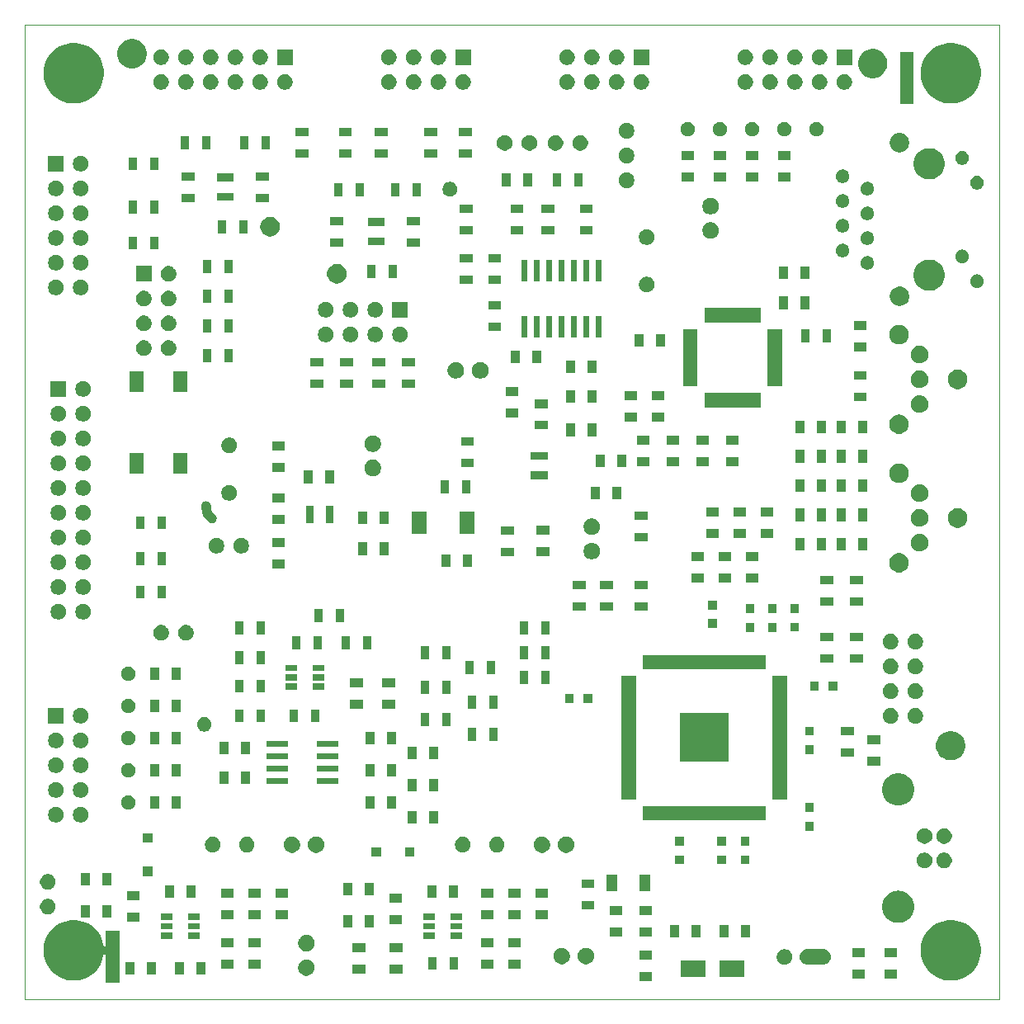
<source format=gts>
G04 #@! TF.GenerationSoftware,KiCad,Pcbnew,(5.1.0)-1*
G04 #@! TF.CreationDate,2019-04-02T23:05:32+01:00*
G04 #@! TF.ProjectId,CoreOne-xCORE200-2.0,436f7265-4f6e-4652-9d78-434f52453230,2.0*
G04 #@! TF.SameCoordinates,PX660b0c0PY81b3200*
G04 #@! TF.FileFunction,Soldermask,Top*
G04 #@! TF.FilePolarity,Negative*
%FSLAX46Y46*%
G04 Gerber Fmt 4.6, Leading zero omitted, Abs format (unit mm)*
G04 Created by KiCad (PCBNEW (5.1.0)-1) date 2019-04-02 23:05:32*
%MOMM*%
%LPD*%
G04 APERTURE LIST*
%ADD10C,1.000000*%
%ADD11C,0.100000*%
%ADD12C,0.150000*%
G04 APERTURE END LIST*
D10*
X18594783Y50582615D02*
G75*
G03X19187256Y49310824I1292473J-171791D01*
G01*
D11*
X0Y100000000D02*
X100000000Y100000000D01*
X15000000Y0D02*
X0Y0D01*
X100000000Y0D02*
X15000000Y0D01*
X100000000Y100000000D02*
X100000000Y0D01*
X0Y0D02*
X0Y100000000D01*
D12*
G36*
X5604780Y8040435D02*
G01*
X5904237Y7980869D01*
X6468401Y7747185D01*
X6976135Y7407928D01*
X7407928Y6976135D01*
X7747185Y6468401D01*
X7980869Y5904237D01*
X8037793Y5618059D01*
X8060404Y5504387D01*
X8067517Y5480938D01*
X8079068Y5459327D01*
X8094613Y5440385D01*
X8113555Y5424840D01*
X8135166Y5413289D01*
X8158615Y5406176D01*
X8183001Y5403774D01*
X8207387Y5406176D01*
X8230836Y5413289D01*
X8252447Y5424840D01*
X8271389Y5440385D01*
X8286934Y5459327D01*
X8298485Y5480938D01*
X8305598Y5504387D01*
X8308000Y5528773D01*
X8308000Y6992000D01*
X9708000Y6992000D01*
X9708000Y1692000D01*
X8308000Y1692000D01*
X8308000Y4471227D01*
X8305598Y4495613D01*
X8298485Y4519062D01*
X8286934Y4540673D01*
X8271389Y4559615D01*
X8252447Y4575160D01*
X8230836Y4586711D01*
X8207387Y4593824D01*
X8183001Y4596226D01*
X8158615Y4593824D01*
X8135166Y4586711D01*
X8113555Y4575160D01*
X8094613Y4559615D01*
X8079068Y4540673D01*
X8067517Y4519062D01*
X8060404Y4495613D01*
X8055553Y4471227D01*
X7980869Y4095763D01*
X7747185Y3531599D01*
X7407928Y3023865D01*
X6976135Y2592072D01*
X6468401Y2252815D01*
X5904237Y2019131D01*
X5604780Y1959565D01*
X5305325Y1900000D01*
X4694675Y1900000D01*
X4395220Y1959565D01*
X4095763Y2019131D01*
X3531599Y2252815D01*
X3023865Y2592072D01*
X2592072Y3023865D01*
X2252815Y3531599D01*
X2019131Y4095763D01*
X1944447Y4471227D01*
X1900000Y4694675D01*
X1900000Y5305325D01*
X1959566Y5604780D01*
X2019131Y5904237D01*
X2252815Y6468401D01*
X2592072Y6976135D01*
X3023865Y7407928D01*
X3531599Y7747185D01*
X4095763Y7980869D01*
X4395220Y8040435D01*
X4694675Y8100000D01*
X5305325Y8100000D01*
X5604780Y8040435D01*
X5604780Y8040435D01*
G37*
G36*
X64338000Y1862000D02*
G01*
X63038000Y1862000D01*
X63038000Y2762000D01*
X64338000Y2762000D01*
X64338000Y1862000D01*
X64338000Y1862000D01*
G37*
G36*
X95604780Y8040435D02*
G01*
X95904237Y7980869D01*
X96468401Y7747185D01*
X96976135Y7407928D01*
X97407928Y6976135D01*
X97747185Y6468401D01*
X97980869Y5904237D01*
X98040434Y5604780D01*
X98100000Y5305325D01*
X98100000Y4694675D01*
X98055553Y4471227D01*
X97980869Y4095763D01*
X97747185Y3531599D01*
X97407928Y3023865D01*
X96976135Y2592072D01*
X96468401Y2252815D01*
X95904237Y2019131D01*
X95604780Y1959565D01*
X95305325Y1900000D01*
X94694675Y1900000D01*
X94395220Y1959565D01*
X94095763Y2019131D01*
X93531599Y2252815D01*
X93023865Y2592072D01*
X92592072Y3023865D01*
X92252815Y3531599D01*
X92019131Y4095763D01*
X91944447Y4471227D01*
X91900000Y4694675D01*
X91900000Y5305325D01*
X91959566Y5604780D01*
X92019131Y5904237D01*
X92252815Y6468401D01*
X92592072Y6976135D01*
X93023865Y7407928D01*
X93531599Y7747185D01*
X94095763Y7980869D01*
X94395220Y8040435D01*
X94694675Y8100000D01*
X95305325Y8100000D01*
X95604780Y8040435D01*
X95604780Y8040435D01*
G37*
G36*
X86182000Y2116000D02*
G01*
X84882000Y2116000D01*
X84882000Y3016000D01*
X86182000Y3016000D01*
X86182000Y2116000D01*
X86182000Y2116000D01*
G37*
G36*
X89484000Y2116000D02*
G01*
X88184000Y2116000D01*
X88184000Y3016000D01*
X89484000Y3016000D01*
X89484000Y2116000D01*
X89484000Y2116000D01*
G37*
G36*
X69796000Y2308000D02*
G01*
X67296000Y2308000D01*
X67296000Y4008000D01*
X69796000Y4008000D01*
X69796000Y2308000D01*
X69796000Y2308000D01*
G37*
G36*
X73796000Y2308000D02*
G01*
X71296000Y2308000D01*
X71296000Y4008000D01*
X73796000Y4008000D01*
X73796000Y2308000D01*
X73796000Y2308000D01*
G37*
G36*
X29137935Y4059336D02*
G01*
X29292624Y3995261D01*
X29292626Y3995260D01*
X29431844Y3902238D01*
X29550238Y3783844D01*
X29643260Y3644626D01*
X29643261Y3644624D01*
X29707336Y3489935D01*
X29740000Y3325719D01*
X29740000Y3158281D01*
X29707336Y2994065D01*
X29643261Y2839376D01*
X29643260Y2839374D01*
X29550238Y2700156D01*
X29431844Y2581762D01*
X29292626Y2488740D01*
X29292625Y2488739D01*
X29292624Y2488739D01*
X29137935Y2424664D01*
X28973719Y2392000D01*
X28806281Y2392000D01*
X28642065Y2424664D01*
X28487376Y2488739D01*
X28487375Y2488739D01*
X28487374Y2488740D01*
X28348156Y2581762D01*
X28229762Y2700156D01*
X28136740Y2839374D01*
X28136739Y2839376D01*
X28072664Y2994065D01*
X28040000Y3158281D01*
X28040000Y3325719D01*
X28072664Y3489935D01*
X28136739Y3644624D01*
X28136740Y3644626D01*
X28229762Y3783844D01*
X28348156Y3902238D01*
X28487374Y3995260D01*
X28487376Y3995261D01*
X28642065Y4059336D01*
X28806281Y4092000D01*
X28973719Y4092000D01*
X29137935Y4059336D01*
X29137935Y4059336D01*
G37*
G36*
X18502000Y2508000D02*
G01*
X17602000Y2508000D01*
X17602000Y3808000D01*
X18502000Y3808000D01*
X18502000Y2508000D01*
X18502000Y2508000D01*
G37*
G36*
X13422000Y2508000D02*
G01*
X12522000Y2508000D01*
X12522000Y3808000D01*
X13422000Y3808000D01*
X13422000Y2508000D01*
X13422000Y2508000D01*
G37*
G36*
X11222000Y2508000D02*
G01*
X10322000Y2508000D01*
X10322000Y3808000D01*
X11222000Y3808000D01*
X11222000Y2508000D01*
X11222000Y2508000D01*
G37*
G36*
X16302000Y2508000D02*
G01*
X15402000Y2508000D01*
X15402000Y3808000D01*
X16302000Y3808000D01*
X16302000Y2508000D01*
X16302000Y2508000D01*
G37*
G36*
X34940000Y2641000D02*
G01*
X33640000Y2641000D01*
X33640000Y3541000D01*
X34940000Y3541000D01*
X34940000Y2641000D01*
X34940000Y2641000D01*
G37*
G36*
X38750000Y2641000D02*
G01*
X37450000Y2641000D01*
X37450000Y3541000D01*
X38750000Y3541000D01*
X38750000Y2641000D01*
X38750000Y2641000D01*
G37*
G36*
X42276000Y3033000D02*
G01*
X41376000Y3033000D01*
X41376000Y4333000D01*
X42276000Y4333000D01*
X42276000Y3033000D01*
X42276000Y3033000D01*
G37*
G36*
X44476000Y3033000D02*
G01*
X43576000Y3033000D01*
X43576000Y4333000D01*
X44476000Y4333000D01*
X44476000Y3033000D01*
X44476000Y3033000D01*
G37*
G36*
X48082000Y3132000D02*
G01*
X46782000Y3132000D01*
X46782000Y4032000D01*
X48082000Y4032000D01*
X48082000Y3132000D01*
X48082000Y3132000D01*
G37*
G36*
X50876000Y3132000D02*
G01*
X49576000Y3132000D01*
X49576000Y4032000D01*
X50876000Y4032000D01*
X50876000Y3132000D01*
X50876000Y3132000D01*
G37*
G36*
X24206000Y3132000D02*
G01*
X22906000Y3132000D01*
X22906000Y4032000D01*
X24206000Y4032000D01*
X24206000Y3132000D01*
X24206000Y3132000D01*
G37*
G36*
X21412000Y3132000D02*
G01*
X20112000Y3132000D01*
X20112000Y4032000D01*
X21412000Y4032000D01*
X21412000Y3132000D01*
X21412000Y3132000D01*
G37*
G36*
X78164351Y5103257D02*
G01*
X78309941Y5042952D01*
X78440970Y4955401D01*
X78552401Y4843970D01*
X78639952Y4712941D01*
X78700257Y4567351D01*
X78731000Y4412794D01*
X78731000Y4255206D01*
X78700257Y4100649D01*
X78639952Y3955059D01*
X78552401Y3824030D01*
X78440970Y3712599D01*
X78309941Y3625048D01*
X78164351Y3564743D01*
X78009794Y3534000D01*
X77852206Y3534000D01*
X77697649Y3564743D01*
X77552059Y3625048D01*
X77421030Y3712599D01*
X77309599Y3824030D01*
X77222048Y3955059D01*
X77161743Y4100649D01*
X77131000Y4255206D01*
X77131000Y4412794D01*
X77161743Y4567351D01*
X77222048Y4712941D01*
X77309599Y4843970D01*
X77421030Y4955401D01*
X77552059Y5042952D01*
X77697649Y5103257D01*
X77852206Y5134000D01*
X78009794Y5134000D01*
X78164351Y5103257D01*
X78164351Y5103257D01*
G37*
G36*
X81984471Y5130141D02*
G01*
X82062827Y5122424D01*
X82213628Y5076679D01*
X82213630Y5076678D01*
X82352605Y5002394D01*
X82474422Y4902422D01*
X82574394Y4780605D01*
X82648678Y4641630D01*
X82648679Y4641628D01*
X82694424Y4490827D01*
X82709870Y4334000D01*
X82694424Y4177173D01*
X82658678Y4059335D01*
X82648678Y4026370D01*
X82574394Y3887395D01*
X82474422Y3765578D01*
X82352605Y3665606D01*
X82249818Y3610665D01*
X82213628Y3591321D01*
X82062827Y3545576D01*
X81984471Y3537859D01*
X81945294Y3534000D01*
X80266706Y3534000D01*
X80227529Y3537859D01*
X80149173Y3545576D01*
X79998372Y3591321D01*
X79962182Y3610665D01*
X79859395Y3665606D01*
X79737578Y3765578D01*
X79637606Y3887395D01*
X79563322Y4026370D01*
X79553322Y4059335D01*
X79517576Y4177173D01*
X79502130Y4334000D01*
X79517576Y4490827D01*
X79563321Y4641628D01*
X79563322Y4641630D01*
X79637606Y4780605D01*
X79737578Y4902422D01*
X79859395Y5002394D01*
X79998370Y5076678D01*
X79998372Y5076679D01*
X80149173Y5122424D01*
X80227529Y5130141D01*
X80266706Y5134000D01*
X81945294Y5134000D01*
X81984471Y5130141D01*
X81984471Y5130141D01*
G37*
G36*
X55319935Y5245336D02*
G01*
X55474624Y5181261D01*
X55474626Y5181260D01*
X55613844Y5088238D01*
X55732238Y4969844D01*
X55784251Y4892000D01*
X55825261Y4830624D01*
X55889336Y4675935D01*
X55922000Y4511719D01*
X55922000Y4344281D01*
X55889336Y4180065D01*
X55825673Y4026370D01*
X55825260Y4025374D01*
X55732238Y3886156D01*
X55613844Y3767762D01*
X55474626Y3674740D01*
X55474625Y3674739D01*
X55474624Y3674739D01*
X55319935Y3610664D01*
X55155719Y3578000D01*
X54988281Y3578000D01*
X54824065Y3610664D01*
X54669376Y3674739D01*
X54669375Y3674739D01*
X54669374Y3674740D01*
X54530156Y3767762D01*
X54411762Y3886156D01*
X54318740Y4025374D01*
X54318327Y4026370D01*
X54254664Y4180065D01*
X54222000Y4344281D01*
X54222000Y4511719D01*
X54254664Y4675935D01*
X54318739Y4830624D01*
X54359749Y4892000D01*
X54411762Y4969844D01*
X54530156Y5088238D01*
X54669374Y5181260D01*
X54669376Y5181261D01*
X54824065Y5245336D01*
X54988281Y5278000D01*
X55155719Y5278000D01*
X55319935Y5245336D01*
X55319935Y5245336D01*
G37*
G36*
X57819935Y5245336D02*
G01*
X57974624Y5181261D01*
X57974626Y5181260D01*
X58113844Y5088238D01*
X58232238Y4969844D01*
X58284251Y4892000D01*
X58325261Y4830624D01*
X58389336Y4675935D01*
X58422000Y4511719D01*
X58422000Y4344281D01*
X58389336Y4180065D01*
X58325673Y4026370D01*
X58325260Y4025374D01*
X58232238Y3886156D01*
X58113844Y3767762D01*
X57974626Y3674740D01*
X57974625Y3674739D01*
X57974624Y3674739D01*
X57819935Y3610664D01*
X57655719Y3578000D01*
X57488281Y3578000D01*
X57324065Y3610664D01*
X57169376Y3674739D01*
X57169375Y3674739D01*
X57169374Y3674740D01*
X57030156Y3767762D01*
X56911762Y3886156D01*
X56818740Y4025374D01*
X56818327Y4026370D01*
X56754664Y4180065D01*
X56722000Y4344281D01*
X56722000Y4511719D01*
X56754664Y4675935D01*
X56818739Y4830624D01*
X56859749Y4892000D01*
X56911762Y4969844D01*
X57030156Y5088238D01*
X57169374Y5181260D01*
X57169376Y5181261D01*
X57324065Y5245336D01*
X57488281Y5278000D01*
X57655719Y5278000D01*
X57819935Y5245336D01*
X57819935Y5245336D01*
G37*
G36*
X64338000Y4062000D02*
G01*
X63038000Y4062000D01*
X63038000Y4962000D01*
X64338000Y4962000D01*
X64338000Y4062000D01*
X64338000Y4062000D01*
G37*
G36*
X86182000Y4316000D02*
G01*
X84882000Y4316000D01*
X84882000Y5216000D01*
X86182000Y5216000D01*
X86182000Y4316000D01*
X86182000Y4316000D01*
G37*
G36*
X89484000Y4316000D02*
G01*
X88184000Y4316000D01*
X88184000Y5216000D01*
X89484000Y5216000D01*
X89484000Y4316000D01*
X89484000Y4316000D01*
G37*
G36*
X38750000Y4841000D02*
G01*
X37450000Y4841000D01*
X37450000Y5741000D01*
X38750000Y5741000D01*
X38750000Y4841000D01*
X38750000Y4841000D01*
G37*
G36*
X34940000Y4841000D02*
G01*
X33640000Y4841000D01*
X33640000Y5741000D01*
X34940000Y5741000D01*
X34940000Y4841000D01*
X34940000Y4841000D01*
G37*
G36*
X29137935Y6559336D02*
G01*
X29292624Y6495261D01*
X29292626Y6495260D01*
X29431844Y6402238D01*
X29550238Y6283844D01*
X29605592Y6201000D01*
X29643261Y6144624D01*
X29707336Y5989935D01*
X29740000Y5825719D01*
X29740000Y5658281D01*
X29707336Y5494065D01*
X29643261Y5339376D01*
X29643260Y5339374D01*
X29550238Y5200156D01*
X29431844Y5081762D01*
X29292626Y4988740D01*
X29292625Y4988739D01*
X29292624Y4988739D01*
X29137935Y4924664D01*
X28973719Y4892000D01*
X28806281Y4892000D01*
X28642065Y4924664D01*
X28487376Y4988739D01*
X28487375Y4988739D01*
X28487374Y4988740D01*
X28348156Y5081762D01*
X28229762Y5200156D01*
X28136740Y5339374D01*
X28136739Y5339376D01*
X28072664Y5494065D01*
X28040000Y5658281D01*
X28040000Y5825719D01*
X28072664Y5989935D01*
X28136739Y6144624D01*
X28174408Y6201000D01*
X28229762Y6283844D01*
X28348156Y6402238D01*
X28487374Y6495260D01*
X28487376Y6495261D01*
X28642065Y6559336D01*
X28806281Y6592000D01*
X28973719Y6592000D01*
X29137935Y6559336D01*
X29137935Y6559336D01*
G37*
G36*
X48082000Y5332000D02*
G01*
X46782000Y5332000D01*
X46782000Y6232000D01*
X48082000Y6232000D01*
X48082000Y5332000D01*
X48082000Y5332000D01*
G37*
G36*
X21412000Y5332000D02*
G01*
X20112000Y5332000D01*
X20112000Y6232000D01*
X21412000Y6232000D01*
X21412000Y5332000D01*
X21412000Y5332000D01*
G37*
G36*
X24206000Y5332000D02*
G01*
X22906000Y5332000D01*
X22906000Y6232000D01*
X24206000Y6232000D01*
X24206000Y5332000D01*
X24206000Y5332000D01*
G37*
G36*
X50876000Y5332000D02*
G01*
X49576000Y5332000D01*
X49576000Y6232000D01*
X50876000Y6232000D01*
X50876000Y5332000D01*
X50876000Y5332000D01*
G37*
G36*
X15136000Y6201000D02*
G01*
X13936000Y6201000D01*
X13936000Y6851000D01*
X15136000Y6851000D01*
X15136000Y6201000D01*
X15136000Y6201000D01*
G37*
G36*
X17936000Y6201000D02*
G01*
X16736000Y6201000D01*
X16736000Y6851000D01*
X17936000Y6851000D01*
X17936000Y6201000D01*
X17936000Y6201000D01*
G37*
G36*
X42060000Y6201000D02*
G01*
X40860000Y6201000D01*
X40860000Y6851000D01*
X42060000Y6851000D01*
X42060000Y6201000D01*
X42060000Y6201000D01*
G37*
G36*
X44860000Y6201000D02*
G01*
X43660000Y6201000D01*
X43660000Y6851000D01*
X44860000Y6851000D01*
X44860000Y6201000D01*
X44860000Y6201000D01*
G37*
G36*
X69302000Y6313298D02*
G01*
X68402000Y6313298D01*
X68402000Y7613298D01*
X69302000Y7613298D01*
X69302000Y6313298D01*
X69302000Y6313298D01*
G37*
G36*
X67102000Y6313298D02*
G01*
X66202000Y6313298D01*
X66202000Y7613298D01*
X67102000Y7613298D01*
X67102000Y6313298D01*
X67102000Y6313298D01*
G37*
G36*
X74382000Y6313298D02*
G01*
X73482000Y6313298D01*
X73482000Y7613298D01*
X74382000Y7613298D01*
X74382000Y6313298D01*
X74382000Y6313298D01*
G37*
G36*
X72182000Y6313298D02*
G01*
X71282000Y6313298D01*
X71282000Y7613298D01*
X72182000Y7613298D01*
X72182000Y6313298D01*
X72182000Y6313298D01*
G37*
G36*
X64338000Y6434000D02*
G01*
X63038000Y6434000D01*
X63038000Y7334000D01*
X64338000Y7334000D01*
X64338000Y6434000D01*
X64338000Y6434000D01*
G37*
G36*
X61290000Y6434000D02*
G01*
X59990000Y6434000D01*
X59990000Y7334000D01*
X61290000Y7334000D01*
X61290000Y6434000D01*
X61290000Y6434000D01*
G37*
G36*
X42060000Y7151000D02*
G01*
X40860000Y7151000D01*
X40860000Y7801000D01*
X42060000Y7801000D01*
X42060000Y7151000D01*
X42060000Y7151000D01*
G37*
G36*
X17936000Y7151000D02*
G01*
X16736000Y7151000D01*
X16736000Y7801000D01*
X17936000Y7801000D01*
X17936000Y7151000D01*
X17936000Y7151000D01*
G37*
G36*
X15136000Y7151000D02*
G01*
X13936000Y7151000D01*
X13936000Y7801000D01*
X15136000Y7801000D01*
X15136000Y7151000D01*
X15136000Y7151000D01*
G37*
G36*
X44860000Y7151000D02*
G01*
X43660000Y7151000D01*
X43660000Y7801000D01*
X44860000Y7801000D01*
X44860000Y7151000D01*
X44860000Y7151000D01*
G37*
G36*
X33574000Y7334000D02*
G01*
X32674000Y7334000D01*
X32674000Y8634000D01*
X33574000Y8634000D01*
X33574000Y7334000D01*
X33574000Y7334000D01*
G37*
G36*
X35774000Y7334000D02*
G01*
X34874000Y7334000D01*
X34874000Y8634000D01*
X35774000Y8634000D01*
X35774000Y7334000D01*
X35774000Y7334000D01*
G37*
G36*
X38684000Y7704000D02*
G01*
X37384000Y7704000D01*
X37384000Y8604000D01*
X38684000Y8604000D01*
X38684000Y7704000D01*
X38684000Y7704000D01*
G37*
G36*
X89807874Y11114977D02*
G01*
X90081287Y11060592D01*
X90381568Y10936211D01*
X90651814Y10755639D01*
X90881639Y10525814D01*
X91062211Y10255568D01*
X91186592Y9955287D01*
X91250000Y9636511D01*
X91250000Y9311489D01*
X91186592Y8992713D01*
X91062211Y8692432D01*
X90881639Y8422186D01*
X90651814Y8192361D01*
X90381568Y8011789D01*
X90081287Y7887408D01*
X89807874Y7833023D01*
X89762512Y7824000D01*
X89437488Y7824000D01*
X89392126Y7833023D01*
X89118713Y7887408D01*
X88818432Y8011789D01*
X88548186Y8192361D01*
X88318361Y8422186D01*
X88137789Y8692432D01*
X88013408Y8992713D01*
X87950000Y9311489D01*
X87950000Y9636511D01*
X88013408Y9955287D01*
X88137789Y10255568D01*
X88318361Y10525814D01*
X88548186Y10755639D01*
X88818432Y10936211D01*
X89118713Y11060592D01*
X89392126Y11114977D01*
X89437488Y11124000D01*
X89762512Y11124000D01*
X89807874Y11114977D01*
X89807874Y11114977D01*
G37*
G36*
X11760000Y7958000D02*
G01*
X10460000Y7958000D01*
X10460000Y8858000D01*
X11760000Y8858000D01*
X11760000Y7958000D01*
X11760000Y7958000D01*
G37*
G36*
X42060000Y8101000D02*
G01*
X40860000Y8101000D01*
X40860000Y8751000D01*
X42060000Y8751000D01*
X42060000Y8101000D01*
X42060000Y8101000D01*
G37*
G36*
X15136000Y8101000D02*
G01*
X13936000Y8101000D01*
X13936000Y8751000D01*
X15136000Y8751000D01*
X15136000Y8101000D01*
X15136000Y8101000D01*
G37*
G36*
X17936000Y8101000D02*
G01*
X16736000Y8101000D01*
X16736000Y8751000D01*
X17936000Y8751000D01*
X17936000Y8101000D01*
X17936000Y8101000D01*
G37*
G36*
X44860000Y8101000D02*
G01*
X43660000Y8101000D01*
X43660000Y8751000D01*
X44860000Y8751000D01*
X44860000Y8101000D01*
X44860000Y8101000D01*
G37*
G36*
X50876000Y8212000D02*
G01*
X49576000Y8212000D01*
X49576000Y9112000D01*
X50876000Y9112000D01*
X50876000Y8212000D01*
X50876000Y8212000D01*
G37*
G36*
X53670000Y8212000D02*
G01*
X52370000Y8212000D01*
X52370000Y9112000D01*
X53670000Y9112000D01*
X53670000Y8212000D01*
X53670000Y8212000D01*
G37*
G36*
X48082000Y8212000D02*
G01*
X46782000Y8212000D01*
X46782000Y9112000D01*
X48082000Y9112000D01*
X48082000Y8212000D01*
X48082000Y8212000D01*
G37*
G36*
X24206000Y8212000D02*
G01*
X22906000Y8212000D01*
X22906000Y9112000D01*
X24206000Y9112000D01*
X24206000Y8212000D01*
X24206000Y8212000D01*
G37*
G36*
X21412000Y8212000D02*
G01*
X20112000Y8212000D01*
X20112000Y9112000D01*
X21412000Y9112000D01*
X21412000Y8212000D01*
X21412000Y8212000D01*
G37*
G36*
X27000000Y8212000D02*
G01*
X25700000Y8212000D01*
X25700000Y9112000D01*
X27000000Y9112000D01*
X27000000Y8212000D01*
X27000000Y8212000D01*
G37*
G36*
X6650000Y8350000D02*
G01*
X5750000Y8350000D01*
X5750000Y9650000D01*
X6650000Y9650000D01*
X6650000Y8350000D01*
X6650000Y8350000D01*
G37*
G36*
X8850000Y8350000D02*
G01*
X7950000Y8350000D01*
X7950000Y9650000D01*
X8850000Y9650000D01*
X8850000Y8350000D01*
X8850000Y8350000D01*
G37*
G36*
X61290000Y8634000D02*
G01*
X59990000Y8634000D01*
X59990000Y9534000D01*
X61290000Y9534000D01*
X61290000Y8634000D01*
X61290000Y8634000D01*
G37*
G36*
X64338000Y8634000D02*
G01*
X63038000Y8634000D01*
X63038000Y9534000D01*
X64338000Y9534000D01*
X64338000Y8634000D01*
X64338000Y8634000D01*
G37*
G36*
X2583851Y10265257D02*
G01*
X2729441Y10204952D01*
X2860470Y10117401D01*
X2971901Y10005970D01*
X3059452Y9874941D01*
X3119757Y9729351D01*
X3150500Y9574794D01*
X3150500Y9417206D01*
X3119757Y9262649D01*
X3059452Y9117059D01*
X2971901Y8986030D01*
X2860470Y8874599D01*
X2729441Y8787048D01*
X2583851Y8726743D01*
X2429294Y8696000D01*
X2271706Y8696000D01*
X2117149Y8726743D01*
X1971559Y8787048D01*
X1840530Y8874599D01*
X1729099Y8986030D01*
X1641548Y9117059D01*
X1581243Y9262649D01*
X1550500Y9417206D01*
X1550500Y9574794D01*
X1581243Y9729351D01*
X1641548Y9874941D01*
X1729099Y10005970D01*
X1840530Y10117401D01*
X1971559Y10204952D01*
X2117149Y10265257D01*
X2271706Y10296000D01*
X2429294Y10296000D01*
X2583851Y10265257D01*
X2583851Y10265257D01*
G37*
G36*
X58400000Y9200000D02*
G01*
X57100000Y9200000D01*
X57100000Y10100000D01*
X58400000Y10100000D01*
X58400000Y9200000D01*
X58400000Y9200000D01*
G37*
G36*
X38684000Y9904000D02*
G01*
X37384000Y9904000D01*
X37384000Y10804000D01*
X38684000Y10804000D01*
X38684000Y9904000D01*
X38684000Y9904000D01*
G37*
G36*
X11760000Y10158000D02*
G01*
X10460000Y10158000D01*
X10460000Y11058000D01*
X11760000Y11058000D01*
X11760000Y10158000D01*
X11760000Y10158000D01*
G37*
G36*
X44410000Y10382000D02*
G01*
X43510000Y10382000D01*
X43510000Y11682000D01*
X44410000Y11682000D01*
X44410000Y10382000D01*
X44410000Y10382000D01*
G37*
G36*
X42210000Y10382000D02*
G01*
X41310000Y10382000D01*
X41310000Y11682000D01*
X42210000Y11682000D01*
X42210000Y10382000D01*
X42210000Y10382000D01*
G37*
G36*
X15286000Y10382000D02*
G01*
X14386000Y10382000D01*
X14386000Y11682000D01*
X15286000Y11682000D01*
X15286000Y10382000D01*
X15286000Y10382000D01*
G37*
G36*
X17486000Y10382000D02*
G01*
X16586000Y10382000D01*
X16586000Y11682000D01*
X17486000Y11682000D01*
X17486000Y10382000D01*
X17486000Y10382000D01*
G37*
G36*
X50876000Y10412000D02*
G01*
X49576000Y10412000D01*
X49576000Y11312000D01*
X50876000Y11312000D01*
X50876000Y10412000D01*
X50876000Y10412000D01*
G37*
G36*
X53670000Y10412000D02*
G01*
X52370000Y10412000D01*
X52370000Y11312000D01*
X53670000Y11312000D01*
X53670000Y10412000D01*
X53670000Y10412000D01*
G37*
G36*
X24206000Y10412000D02*
G01*
X22906000Y10412000D01*
X22906000Y11312000D01*
X24206000Y11312000D01*
X24206000Y10412000D01*
X24206000Y10412000D01*
G37*
G36*
X21412000Y10412000D02*
G01*
X20112000Y10412000D01*
X20112000Y11312000D01*
X21412000Y11312000D01*
X21412000Y10412000D01*
X21412000Y10412000D01*
G37*
G36*
X48082000Y10412000D02*
G01*
X46782000Y10412000D01*
X46782000Y11312000D01*
X48082000Y11312000D01*
X48082000Y10412000D01*
X48082000Y10412000D01*
G37*
G36*
X27000000Y10412000D02*
G01*
X25700000Y10412000D01*
X25700000Y11312000D01*
X27000000Y11312000D01*
X27000000Y10412000D01*
X27000000Y10412000D01*
G37*
G36*
X33574000Y10636000D02*
G01*
X32674000Y10636000D01*
X32674000Y11936000D01*
X33574000Y11936000D01*
X33574000Y10636000D01*
X33574000Y10636000D01*
G37*
G36*
X35774000Y10636000D02*
G01*
X34874000Y10636000D01*
X34874000Y11936000D01*
X35774000Y11936000D01*
X35774000Y10636000D01*
X35774000Y10636000D01*
G37*
G36*
X64200500Y11067000D02*
G01*
X63100500Y11067000D01*
X63100500Y12767000D01*
X64200500Y12767000D01*
X64200500Y11067000D01*
X64200500Y11067000D01*
G37*
G36*
X60800500Y11067000D02*
G01*
X59700500Y11067000D01*
X59700500Y12767000D01*
X60800500Y12767000D01*
X60800500Y11067000D01*
X60800500Y11067000D01*
G37*
G36*
X2583851Y12805257D02*
G01*
X2729441Y12744952D01*
X2860470Y12657401D01*
X2971901Y12545970D01*
X3059452Y12414941D01*
X3119757Y12269351D01*
X3150500Y12114794D01*
X3150500Y11957206D01*
X3119757Y11802649D01*
X3059452Y11657059D01*
X2971901Y11526030D01*
X2860470Y11414599D01*
X2729441Y11327048D01*
X2583851Y11266743D01*
X2429294Y11236000D01*
X2271706Y11236000D01*
X2117149Y11266743D01*
X1971559Y11327048D01*
X1840530Y11414599D01*
X1729099Y11526030D01*
X1641548Y11657059D01*
X1581243Y11802649D01*
X1550500Y11957206D01*
X1550500Y12114794D01*
X1581243Y12269351D01*
X1641548Y12414941D01*
X1729099Y12545970D01*
X1840530Y12657401D01*
X1971559Y12744952D01*
X2117149Y12805257D01*
X2271706Y12836000D01*
X2429294Y12836000D01*
X2583851Y12805257D01*
X2583851Y12805257D01*
G37*
G36*
X58400000Y11400000D02*
G01*
X57100000Y11400000D01*
X57100000Y12300000D01*
X58400000Y12300000D01*
X58400000Y11400000D01*
X58400000Y11400000D01*
G37*
G36*
X8850000Y11652000D02*
G01*
X7950000Y11652000D01*
X7950000Y12952000D01*
X8850000Y12952000D01*
X8850000Y11652000D01*
X8850000Y11652000D01*
G37*
G36*
X6650000Y11652000D02*
G01*
X5750000Y11652000D01*
X5750000Y12952000D01*
X6650000Y12952000D01*
X6650000Y11652000D01*
X6650000Y11652000D01*
G37*
G36*
X13134000Y12642000D02*
G01*
X12134000Y12642000D01*
X12134000Y13642000D01*
X13134000Y13642000D01*
X13134000Y12642000D01*
X13134000Y12642000D01*
G37*
G36*
X94543351Y15013257D02*
G01*
X94688941Y14952952D01*
X94819970Y14865401D01*
X94931401Y14753970D01*
X95018952Y14622941D01*
X95079257Y14477351D01*
X95110000Y14322794D01*
X95110000Y14165206D01*
X95079257Y14010649D01*
X95018952Y13865059D01*
X94931401Y13734030D01*
X94819970Y13622599D01*
X94688941Y13535048D01*
X94543351Y13474743D01*
X94388794Y13444000D01*
X94231206Y13444000D01*
X94076649Y13474743D01*
X93931059Y13535048D01*
X93800030Y13622599D01*
X93688599Y13734030D01*
X93601048Y13865059D01*
X93540743Y14010649D01*
X93510000Y14165206D01*
X93510000Y14322794D01*
X93540743Y14477351D01*
X93601048Y14622941D01*
X93688599Y14753970D01*
X93800030Y14865401D01*
X93931059Y14952952D01*
X94076649Y15013257D01*
X94231206Y15044000D01*
X94388794Y15044000D01*
X94543351Y15013257D01*
X94543351Y15013257D01*
G37*
G36*
X92543351Y15013257D02*
G01*
X92688941Y14952952D01*
X92819970Y14865401D01*
X92931401Y14753970D01*
X93018952Y14622941D01*
X93079257Y14477351D01*
X93110000Y14322794D01*
X93110000Y14165206D01*
X93079257Y14010649D01*
X93018952Y13865059D01*
X92931401Y13734030D01*
X92819970Y13622599D01*
X92688941Y13535048D01*
X92543351Y13474743D01*
X92388794Y13444000D01*
X92231206Y13444000D01*
X92076649Y13474743D01*
X91931059Y13535048D01*
X91800030Y13622599D01*
X91688599Y13734030D01*
X91601048Y13865059D01*
X91540743Y14010649D01*
X91510000Y14165206D01*
X91510000Y14322794D01*
X91540743Y14477351D01*
X91601048Y14622941D01*
X91688599Y14753970D01*
X91800030Y14865401D01*
X91931059Y14952952D01*
X92076649Y15013257D01*
X92231206Y15044000D01*
X92388794Y15044000D01*
X92543351Y15013257D01*
X92543351Y15013257D01*
G37*
G36*
X74364000Y13840000D02*
G01*
X73464000Y13840000D01*
X73464000Y14740000D01*
X74364000Y14740000D01*
X74364000Y13840000D01*
X74364000Y13840000D01*
G37*
G36*
X71951000Y13840000D02*
G01*
X71051000Y13840000D01*
X71051000Y14740000D01*
X71951000Y14740000D01*
X71951000Y13840000D01*
X71951000Y13840000D01*
G37*
G36*
X67640000Y13844000D02*
G01*
X66740000Y13844000D01*
X66740000Y14744000D01*
X67640000Y14744000D01*
X67640000Y13844000D01*
X67640000Y13844000D01*
G37*
G36*
X36580000Y14596000D02*
G01*
X35580000Y14596000D01*
X35580000Y15596000D01*
X36580000Y15596000D01*
X36580000Y14596000D01*
X36580000Y14596000D01*
G37*
G36*
X39980000Y14596000D02*
G01*
X38980000Y14596000D01*
X38980000Y15596000D01*
X39980000Y15596000D01*
X39980000Y14596000D01*
X39980000Y14596000D01*
G37*
G36*
X53287935Y16675336D02*
G01*
X53442624Y16611261D01*
X53442626Y16611260D01*
X53581844Y16518238D01*
X53700238Y16399844D01*
X53721535Y16367970D01*
X53793261Y16260624D01*
X53857336Y16105935D01*
X53890000Y15941719D01*
X53890000Y15774281D01*
X53857336Y15610065D01*
X53793261Y15455376D01*
X53793260Y15455374D01*
X53700238Y15316156D01*
X53581844Y15197762D01*
X53442626Y15104740D01*
X53442625Y15104739D01*
X53442624Y15104739D01*
X53287935Y15040664D01*
X53123719Y15008000D01*
X52956281Y15008000D01*
X52792065Y15040664D01*
X52637376Y15104739D01*
X52637375Y15104739D01*
X52637374Y15104740D01*
X52498156Y15197762D01*
X52379762Y15316156D01*
X52286740Y15455374D01*
X52286739Y15455376D01*
X52222664Y15610065D01*
X52190000Y15774281D01*
X52190000Y15941719D01*
X52222664Y16105935D01*
X52286739Y16260624D01*
X52358465Y16367970D01*
X52379762Y16399844D01*
X52498156Y16518238D01*
X52637374Y16611260D01*
X52637376Y16611261D01*
X52792065Y16675336D01*
X52956281Y16708000D01*
X53123719Y16708000D01*
X53287935Y16675336D01*
X53287935Y16675336D01*
G37*
G36*
X55787935Y16675336D02*
G01*
X55942624Y16611261D01*
X55942626Y16611260D01*
X56081844Y16518238D01*
X56200238Y16399844D01*
X56221535Y16367970D01*
X56293261Y16260624D01*
X56357336Y16105935D01*
X56390000Y15941719D01*
X56390000Y15774281D01*
X56357336Y15610065D01*
X56293261Y15455376D01*
X56293260Y15455374D01*
X56200238Y15316156D01*
X56081844Y15197762D01*
X55942626Y15104740D01*
X55942625Y15104739D01*
X55942624Y15104739D01*
X55787935Y15040664D01*
X55623719Y15008000D01*
X55456281Y15008000D01*
X55292065Y15040664D01*
X55137376Y15104739D01*
X55137375Y15104739D01*
X55137374Y15104740D01*
X54998156Y15197762D01*
X54879762Y15316156D01*
X54786740Y15455374D01*
X54786739Y15455376D01*
X54722664Y15610065D01*
X54690000Y15774281D01*
X54690000Y15941719D01*
X54722664Y16105935D01*
X54786739Y16260624D01*
X54858465Y16367970D01*
X54879762Y16399844D01*
X54998156Y16518238D01*
X55137374Y16611260D01*
X55137376Y16611261D01*
X55292065Y16675336D01*
X55456281Y16708000D01*
X55623719Y16708000D01*
X55787935Y16675336D01*
X55787935Y16675336D01*
G37*
G36*
X30133935Y16675336D02*
G01*
X30288624Y16611261D01*
X30288626Y16611260D01*
X30427844Y16518238D01*
X30546238Y16399844D01*
X30567535Y16367970D01*
X30639261Y16260624D01*
X30703336Y16105935D01*
X30736000Y15941719D01*
X30736000Y15774281D01*
X30703336Y15610065D01*
X30639261Y15455376D01*
X30639260Y15455374D01*
X30546238Y15316156D01*
X30427844Y15197762D01*
X30288626Y15104740D01*
X30288625Y15104739D01*
X30288624Y15104739D01*
X30133935Y15040664D01*
X29969719Y15008000D01*
X29802281Y15008000D01*
X29638065Y15040664D01*
X29483376Y15104739D01*
X29483375Y15104739D01*
X29483374Y15104740D01*
X29344156Y15197762D01*
X29225762Y15316156D01*
X29132740Y15455374D01*
X29132739Y15455376D01*
X29068664Y15610065D01*
X29036000Y15774281D01*
X29036000Y15941719D01*
X29068664Y16105935D01*
X29132739Y16260624D01*
X29204465Y16367970D01*
X29225762Y16399844D01*
X29344156Y16518238D01*
X29483374Y16611260D01*
X29483376Y16611261D01*
X29638065Y16675336D01*
X29802281Y16708000D01*
X29969719Y16708000D01*
X30133935Y16675336D01*
X30133935Y16675336D01*
G37*
G36*
X27633935Y16675336D02*
G01*
X27788624Y16611261D01*
X27788626Y16611260D01*
X27927844Y16518238D01*
X28046238Y16399844D01*
X28067535Y16367970D01*
X28139261Y16260624D01*
X28203336Y16105935D01*
X28236000Y15941719D01*
X28236000Y15774281D01*
X28203336Y15610065D01*
X28139261Y15455376D01*
X28139260Y15455374D01*
X28046238Y15316156D01*
X27927844Y15197762D01*
X27788626Y15104740D01*
X27788625Y15104739D01*
X27788624Y15104739D01*
X27633935Y15040664D01*
X27469719Y15008000D01*
X27302281Y15008000D01*
X27138065Y15040664D01*
X26983376Y15104739D01*
X26983375Y15104739D01*
X26983374Y15104740D01*
X26844156Y15197762D01*
X26725762Y15316156D01*
X26632740Y15455374D01*
X26632739Y15455376D01*
X26568664Y15610065D01*
X26536000Y15774281D01*
X26536000Y15941719D01*
X26568664Y16105935D01*
X26632739Y16260624D01*
X26704465Y16367970D01*
X26725762Y16399844D01*
X26844156Y16518238D01*
X26983374Y16611260D01*
X26983376Y16611261D01*
X27138065Y16675336D01*
X27302281Y16708000D01*
X27469719Y16708000D01*
X27633935Y16675336D01*
X27633935Y16675336D01*
G37*
G36*
X22999351Y16627257D02*
G01*
X23144941Y16566952D01*
X23275970Y16479401D01*
X23387401Y16367970D01*
X23474952Y16236941D01*
X23535257Y16091351D01*
X23566000Y15936794D01*
X23566000Y15779206D01*
X23535257Y15624649D01*
X23474952Y15479059D01*
X23387401Y15348030D01*
X23275970Y15236599D01*
X23144941Y15149048D01*
X22999351Y15088743D01*
X22844794Y15058000D01*
X22687206Y15058000D01*
X22532649Y15088743D01*
X22387059Y15149048D01*
X22256030Y15236599D01*
X22144599Y15348030D01*
X22057048Y15479059D01*
X21996743Y15624649D01*
X21966000Y15779206D01*
X21966000Y15936794D01*
X21996743Y16091351D01*
X22057048Y16236941D01*
X22144599Y16367970D01*
X22256030Y16479401D01*
X22387059Y16566952D01*
X22532649Y16627257D01*
X22687206Y16658000D01*
X22844794Y16658000D01*
X22999351Y16627257D01*
X22999351Y16627257D01*
G37*
G36*
X19499351Y16627257D02*
G01*
X19644941Y16566952D01*
X19775970Y16479401D01*
X19887401Y16367970D01*
X19974952Y16236941D01*
X20035257Y16091351D01*
X20066000Y15936794D01*
X20066000Y15779206D01*
X20035257Y15624649D01*
X19974952Y15479059D01*
X19887401Y15348030D01*
X19775970Y15236599D01*
X19644941Y15149048D01*
X19499351Y15088743D01*
X19344794Y15058000D01*
X19187206Y15058000D01*
X19032649Y15088743D01*
X18887059Y15149048D01*
X18756030Y15236599D01*
X18644599Y15348030D01*
X18557048Y15479059D01*
X18496743Y15624649D01*
X18466000Y15779206D01*
X18466000Y15936794D01*
X18496743Y16091351D01*
X18557048Y16236941D01*
X18644599Y16367970D01*
X18756030Y16479401D01*
X18887059Y16566952D01*
X19032649Y16627257D01*
X19187206Y16658000D01*
X19344794Y16658000D01*
X19499351Y16627257D01*
X19499351Y16627257D01*
G37*
G36*
X45153351Y16627257D02*
G01*
X45298941Y16566952D01*
X45429970Y16479401D01*
X45541401Y16367970D01*
X45628952Y16236941D01*
X45689257Y16091351D01*
X45720000Y15936794D01*
X45720000Y15779206D01*
X45689257Y15624649D01*
X45628952Y15479059D01*
X45541401Y15348030D01*
X45429970Y15236599D01*
X45298941Y15149048D01*
X45153351Y15088743D01*
X44998794Y15058000D01*
X44841206Y15058000D01*
X44686649Y15088743D01*
X44541059Y15149048D01*
X44410030Y15236599D01*
X44298599Y15348030D01*
X44211048Y15479059D01*
X44150743Y15624649D01*
X44120000Y15779206D01*
X44120000Y15936794D01*
X44150743Y16091351D01*
X44211048Y16236941D01*
X44298599Y16367970D01*
X44410030Y16479401D01*
X44541059Y16566952D01*
X44686649Y16627257D01*
X44841206Y16658000D01*
X44998794Y16658000D01*
X45153351Y16627257D01*
X45153351Y16627257D01*
G37*
G36*
X48653351Y16627257D02*
G01*
X48798941Y16566952D01*
X48929970Y16479401D01*
X49041401Y16367970D01*
X49128952Y16236941D01*
X49189257Y16091351D01*
X49220000Y15936794D01*
X49220000Y15779206D01*
X49189257Y15624649D01*
X49128952Y15479059D01*
X49041401Y15348030D01*
X48929970Y15236599D01*
X48798941Y15149048D01*
X48653351Y15088743D01*
X48498794Y15058000D01*
X48341206Y15058000D01*
X48186649Y15088743D01*
X48041059Y15149048D01*
X47910030Y15236599D01*
X47798599Y15348030D01*
X47711048Y15479059D01*
X47650743Y15624649D01*
X47620000Y15779206D01*
X47620000Y15936794D01*
X47650743Y16091351D01*
X47711048Y16236941D01*
X47798599Y16367970D01*
X47910030Y16479401D01*
X48041059Y16566952D01*
X48186649Y16627257D01*
X48341206Y16658000D01*
X48498794Y16658000D01*
X48653351Y16627257D01*
X48653351Y16627257D01*
G37*
G36*
X71951000Y15740000D02*
G01*
X71051000Y15740000D01*
X71051000Y16640000D01*
X71951000Y16640000D01*
X71951000Y15740000D01*
X71951000Y15740000D01*
G37*
G36*
X74364000Y15740000D02*
G01*
X73464000Y15740000D01*
X73464000Y16640000D01*
X74364000Y16640000D01*
X74364000Y15740000D01*
X74364000Y15740000D01*
G37*
G36*
X67640000Y15744000D02*
G01*
X66740000Y15744000D01*
X66740000Y16644000D01*
X67640000Y16644000D01*
X67640000Y15744000D01*
X67640000Y15744000D01*
G37*
G36*
X92543351Y17513257D02*
G01*
X92688941Y17452952D01*
X92819970Y17365401D01*
X92931401Y17253970D01*
X93018952Y17122941D01*
X93079257Y16977351D01*
X93110000Y16822794D01*
X93110000Y16665206D01*
X93079257Y16510649D01*
X93018952Y16365059D01*
X92931401Y16234030D01*
X92819970Y16122599D01*
X92688941Y16035048D01*
X92543351Y15974743D01*
X92388794Y15944000D01*
X92231206Y15944000D01*
X92076649Y15974743D01*
X91931059Y16035048D01*
X91800030Y16122599D01*
X91688599Y16234030D01*
X91601048Y16365059D01*
X91540743Y16510649D01*
X91510000Y16665206D01*
X91510000Y16822794D01*
X91540743Y16977351D01*
X91601048Y17122941D01*
X91688599Y17253970D01*
X91800030Y17365401D01*
X91931059Y17452952D01*
X92076649Y17513257D01*
X92231206Y17544000D01*
X92388794Y17544000D01*
X92543351Y17513257D01*
X92543351Y17513257D01*
G37*
G36*
X94543351Y17513257D02*
G01*
X94688941Y17452952D01*
X94819970Y17365401D01*
X94931401Y17253970D01*
X95018952Y17122941D01*
X95079257Y16977351D01*
X95110000Y16822794D01*
X95110000Y16665206D01*
X95079257Y16510649D01*
X95018952Y16365059D01*
X94931401Y16234030D01*
X94819970Y16122599D01*
X94688941Y16035048D01*
X94543351Y15974743D01*
X94388794Y15944000D01*
X94231206Y15944000D01*
X94076649Y15974743D01*
X93931059Y16035048D01*
X93800030Y16122599D01*
X93688599Y16234030D01*
X93601048Y16365059D01*
X93540743Y16510649D01*
X93510000Y16665206D01*
X93510000Y16822794D01*
X93540743Y16977351D01*
X93601048Y17122941D01*
X93688599Y17253970D01*
X93800030Y17365401D01*
X93931059Y17452952D01*
X94076649Y17513257D01*
X94231206Y17544000D01*
X94388794Y17544000D01*
X94543351Y17513257D01*
X94543351Y17513257D01*
G37*
G36*
X13134000Y16042000D02*
G01*
X12134000Y16042000D01*
X12134000Y17042000D01*
X13134000Y17042000D01*
X13134000Y16042000D01*
X13134000Y16042000D01*
G37*
G36*
X80950000Y17300000D02*
G01*
X80050000Y17300000D01*
X80050000Y18200000D01*
X80950000Y18200000D01*
X80950000Y17300000D01*
X80950000Y17300000D01*
G37*
G36*
X42378000Y18002000D02*
G01*
X41478000Y18002000D01*
X41478000Y19302000D01*
X42378000Y19302000D01*
X42378000Y18002000D01*
X42378000Y18002000D01*
G37*
G36*
X40178000Y18002000D02*
G01*
X39278000Y18002000D01*
X39278000Y19302000D01*
X40178000Y19302000D01*
X40178000Y18002000D01*
X40178000Y18002000D01*
G37*
G36*
X3408351Y19692257D02*
G01*
X3553941Y19631952D01*
X3684970Y19544401D01*
X3796401Y19432970D01*
X3883952Y19301941D01*
X3944257Y19156351D01*
X3975000Y19001794D01*
X3975000Y18844206D01*
X3944257Y18689649D01*
X3883952Y18544059D01*
X3796401Y18413030D01*
X3684970Y18301599D01*
X3553941Y18214048D01*
X3408351Y18153743D01*
X3253794Y18123000D01*
X3096206Y18123000D01*
X2941649Y18153743D01*
X2796059Y18214048D01*
X2665030Y18301599D01*
X2553599Y18413030D01*
X2466048Y18544059D01*
X2405743Y18689649D01*
X2375000Y18844206D01*
X2375000Y19001794D01*
X2405743Y19156351D01*
X2466048Y19301941D01*
X2553599Y19432970D01*
X2665030Y19544401D01*
X2796059Y19631952D01*
X2941649Y19692257D01*
X3096206Y19723000D01*
X3253794Y19723000D01*
X3408351Y19692257D01*
X3408351Y19692257D01*
G37*
G36*
X5948351Y19692257D02*
G01*
X6093941Y19631952D01*
X6224970Y19544401D01*
X6336401Y19432970D01*
X6423952Y19301941D01*
X6484257Y19156351D01*
X6515000Y19001794D01*
X6515000Y18844206D01*
X6484257Y18689649D01*
X6423952Y18544059D01*
X6336401Y18413030D01*
X6224970Y18301599D01*
X6093941Y18214048D01*
X5948351Y18153743D01*
X5793794Y18123000D01*
X5636206Y18123000D01*
X5481649Y18153743D01*
X5336059Y18214048D01*
X5205030Y18301599D01*
X5093599Y18413030D01*
X5006048Y18544059D01*
X4945743Y18689649D01*
X4915000Y18844206D01*
X4915000Y19001794D01*
X4945743Y19156351D01*
X5006048Y19301941D01*
X5093599Y19432970D01*
X5205030Y19544401D01*
X5336059Y19631952D01*
X5481649Y19692257D01*
X5636206Y19723000D01*
X5793794Y19723000D01*
X5948351Y19692257D01*
X5948351Y19692257D01*
G37*
G36*
X76022012Y18332218D02*
G01*
X63392012Y18332218D01*
X63392012Y19832218D01*
X76022012Y19832218D01*
X76022012Y18332218D01*
X76022012Y18332218D01*
G37*
G36*
X80950000Y19200000D02*
G01*
X80050000Y19200000D01*
X80050000Y20100000D01*
X80950000Y20100000D01*
X80950000Y19200000D01*
X80950000Y19200000D01*
G37*
G36*
X10820766Y20897179D02*
G01*
X10957257Y20840642D01*
X11080097Y20758563D01*
X11184563Y20654097D01*
X11266642Y20531257D01*
X11323179Y20394766D01*
X11352000Y20249870D01*
X11352000Y20102130D01*
X11323179Y19957234D01*
X11266642Y19820743D01*
X11184563Y19697903D01*
X11080097Y19593437D01*
X10957257Y19511358D01*
X10820766Y19454821D01*
X10675870Y19426000D01*
X10528130Y19426000D01*
X10383234Y19454821D01*
X10246743Y19511358D01*
X10123903Y19593437D01*
X10019437Y19697903D01*
X9937358Y19820743D01*
X9880821Y19957234D01*
X9852000Y20102130D01*
X9852000Y20249870D01*
X9880821Y20394766D01*
X9937358Y20531257D01*
X10019437Y20654097D01*
X10123903Y20758563D01*
X10246743Y20840642D01*
X10383234Y20897179D01*
X10528130Y20926000D01*
X10675870Y20926000D01*
X10820766Y20897179D01*
X10820766Y20897179D01*
G37*
G36*
X38060000Y19526000D02*
G01*
X37160000Y19526000D01*
X37160000Y20826000D01*
X38060000Y20826000D01*
X38060000Y19526000D01*
X38060000Y19526000D01*
G37*
G36*
X35860000Y19526000D02*
G01*
X34960000Y19526000D01*
X34960000Y20826000D01*
X35860000Y20826000D01*
X35860000Y19526000D01*
X35860000Y19526000D01*
G37*
G36*
X15962000Y19526000D02*
G01*
X15062000Y19526000D01*
X15062000Y20826000D01*
X15962000Y20826000D01*
X15962000Y19526000D01*
X15962000Y19526000D01*
G37*
G36*
X13762000Y19526000D02*
G01*
X12862000Y19526000D01*
X12862000Y20826000D01*
X13762000Y20826000D01*
X13762000Y19526000D01*
X13762000Y19526000D01*
G37*
G36*
X89807874Y23154977D02*
G01*
X90081287Y23100592D01*
X90381568Y22976211D01*
X90651814Y22795639D01*
X90881639Y22565814D01*
X91062211Y22295568D01*
X91186592Y21995287D01*
X91250000Y21676511D01*
X91250000Y21351489D01*
X91186592Y21032713D01*
X91062211Y20732432D01*
X90881639Y20462186D01*
X90651814Y20232361D01*
X90381568Y20051789D01*
X90081287Y19927408D01*
X89807874Y19873023D01*
X89762512Y19864000D01*
X89437488Y19864000D01*
X89392126Y19873023D01*
X89118713Y19927408D01*
X88818432Y20051789D01*
X88548186Y20232361D01*
X88318361Y20462186D01*
X88137789Y20732432D01*
X88013408Y21032713D01*
X87950000Y21351489D01*
X87950000Y21676511D01*
X88013408Y21995287D01*
X88137789Y22295568D01*
X88318361Y22565814D01*
X88548186Y22795639D01*
X88818432Y22976211D01*
X89118713Y23100592D01*
X89392126Y23154977D01*
X89437488Y23164000D01*
X89762512Y23164000D01*
X89807874Y23154977D01*
X89807874Y23154977D01*
G37*
G36*
X62707012Y20517218D02*
G01*
X61207012Y20517218D01*
X61207012Y33147218D01*
X62707012Y33147218D01*
X62707012Y20517218D01*
X62707012Y20517218D01*
G37*
G36*
X78207012Y20517218D02*
G01*
X76707012Y20517218D01*
X76707012Y33147218D01*
X78207012Y33147218D01*
X78207012Y20517218D01*
X78207012Y20517218D01*
G37*
G36*
X5948351Y22232257D02*
G01*
X6093941Y22171952D01*
X6224970Y22084401D01*
X6336401Y21972970D01*
X6423952Y21841941D01*
X6484257Y21696351D01*
X6515000Y21541794D01*
X6515000Y21384206D01*
X6484257Y21229649D01*
X6423952Y21084059D01*
X6336401Y20953030D01*
X6224970Y20841599D01*
X6093941Y20754048D01*
X5948351Y20693743D01*
X5793794Y20663000D01*
X5636206Y20663000D01*
X5481649Y20693743D01*
X5336059Y20754048D01*
X5205030Y20841599D01*
X5093599Y20953030D01*
X5006048Y21084059D01*
X4945743Y21229649D01*
X4915000Y21384206D01*
X4915000Y21541794D01*
X4945743Y21696351D01*
X5006048Y21841941D01*
X5093599Y21972970D01*
X5205030Y22084401D01*
X5336059Y22171952D01*
X5481649Y22232257D01*
X5636206Y22263000D01*
X5793794Y22263000D01*
X5948351Y22232257D01*
X5948351Y22232257D01*
G37*
G36*
X3408351Y22232257D02*
G01*
X3553941Y22171952D01*
X3684970Y22084401D01*
X3796401Y21972970D01*
X3883952Y21841941D01*
X3944257Y21696351D01*
X3975000Y21541794D01*
X3975000Y21384206D01*
X3944257Y21229649D01*
X3883952Y21084059D01*
X3796401Y20953030D01*
X3684970Y20841599D01*
X3553941Y20754048D01*
X3408351Y20693743D01*
X3253794Y20663000D01*
X3096206Y20663000D01*
X2941649Y20693743D01*
X2796059Y20754048D01*
X2665030Y20841599D01*
X2553599Y20953030D01*
X2466048Y21084059D01*
X2405743Y21229649D01*
X2375000Y21384206D01*
X2375000Y21541794D01*
X2405743Y21696351D01*
X2466048Y21841941D01*
X2553599Y21972970D01*
X2665030Y22084401D01*
X2796059Y22171952D01*
X2941649Y22232257D01*
X3096206Y22263000D01*
X3253794Y22263000D01*
X3408351Y22232257D01*
X3408351Y22232257D01*
G37*
G36*
X42378000Y21304000D02*
G01*
X41478000Y21304000D01*
X41478000Y22604000D01*
X42378000Y22604000D01*
X42378000Y21304000D01*
X42378000Y21304000D01*
G37*
G36*
X40178000Y21304000D02*
G01*
X39278000Y21304000D01*
X39278000Y22604000D01*
X40178000Y22604000D01*
X40178000Y21304000D01*
X40178000Y21304000D01*
G37*
G36*
X32176000Y22054000D02*
G01*
X29976000Y22054000D01*
X29976000Y22654000D01*
X32176000Y22654000D01*
X32176000Y22054000D01*
X32176000Y22054000D01*
G37*
G36*
X26976000Y22054000D02*
G01*
X24776000Y22054000D01*
X24776000Y22654000D01*
X26976000Y22654000D01*
X26976000Y22054000D01*
X26976000Y22054000D01*
G37*
G36*
X20874000Y22066000D02*
G01*
X19974000Y22066000D01*
X19974000Y23366000D01*
X20874000Y23366000D01*
X20874000Y22066000D01*
X20874000Y22066000D01*
G37*
G36*
X23074000Y22066000D02*
G01*
X22174000Y22066000D01*
X22174000Y23366000D01*
X23074000Y23366000D01*
X23074000Y22066000D01*
X23074000Y22066000D01*
G37*
G36*
X10820766Y24199179D02*
G01*
X10957257Y24142642D01*
X11080097Y24060563D01*
X11184563Y23956097D01*
X11266642Y23833257D01*
X11323179Y23696766D01*
X11352000Y23551870D01*
X11352000Y23404130D01*
X11323179Y23259234D01*
X11266642Y23122743D01*
X11184563Y22999903D01*
X11080097Y22895437D01*
X10957257Y22813358D01*
X10820766Y22756821D01*
X10675870Y22728000D01*
X10528130Y22728000D01*
X10383234Y22756821D01*
X10246743Y22813358D01*
X10123903Y22895437D01*
X10019437Y22999903D01*
X9937358Y23122743D01*
X9880821Y23259234D01*
X9852000Y23404130D01*
X9852000Y23551870D01*
X9880821Y23696766D01*
X9937358Y23833257D01*
X10019437Y23956097D01*
X10123903Y24060563D01*
X10246743Y24142642D01*
X10383234Y24199179D01*
X10528130Y24228000D01*
X10675870Y24228000D01*
X10820766Y24199179D01*
X10820766Y24199179D01*
G37*
G36*
X15962000Y22828000D02*
G01*
X15062000Y22828000D01*
X15062000Y24128000D01*
X15962000Y24128000D01*
X15962000Y22828000D01*
X15962000Y22828000D01*
G37*
G36*
X13762000Y22828000D02*
G01*
X12862000Y22828000D01*
X12862000Y24128000D01*
X13762000Y24128000D01*
X13762000Y22828000D01*
X13762000Y22828000D01*
G37*
G36*
X35860000Y22828000D02*
G01*
X34960000Y22828000D01*
X34960000Y24128000D01*
X35860000Y24128000D01*
X35860000Y22828000D01*
X35860000Y22828000D01*
G37*
G36*
X38060000Y22828000D02*
G01*
X37160000Y22828000D01*
X37160000Y24128000D01*
X38060000Y24128000D01*
X38060000Y22828000D01*
X38060000Y22828000D01*
G37*
G36*
X3408351Y24772257D02*
G01*
X3553941Y24711952D01*
X3684970Y24624401D01*
X3796401Y24512970D01*
X3883952Y24381941D01*
X3944257Y24236351D01*
X3975000Y24081794D01*
X3975000Y23924206D01*
X3944257Y23769649D01*
X3883952Y23624059D01*
X3796401Y23493030D01*
X3684970Y23381599D01*
X3553941Y23294048D01*
X3408351Y23233743D01*
X3253794Y23203000D01*
X3096206Y23203000D01*
X2941649Y23233743D01*
X2796059Y23294048D01*
X2665030Y23381599D01*
X2553599Y23493030D01*
X2466048Y23624059D01*
X2405743Y23769649D01*
X2375000Y23924206D01*
X2375000Y24081794D01*
X2405743Y24236351D01*
X2466048Y24381941D01*
X2553599Y24512970D01*
X2665030Y24624401D01*
X2796059Y24711952D01*
X2941649Y24772257D01*
X3096206Y24803000D01*
X3253794Y24803000D01*
X3408351Y24772257D01*
X3408351Y24772257D01*
G37*
G36*
X5948351Y24772257D02*
G01*
X6093941Y24711952D01*
X6224970Y24624401D01*
X6336401Y24512970D01*
X6423952Y24381941D01*
X6484257Y24236351D01*
X6515000Y24081794D01*
X6515000Y23924206D01*
X6484257Y23769649D01*
X6423952Y23624059D01*
X6336401Y23493030D01*
X6224970Y23381599D01*
X6093941Y23294048D01*
X5948351Y23233743D01*
X5793794Y23203000D01*
X5636206Y23203000D01*
X5481649Y23233743D01*
X5336059Y23294048D01*
X5205030Y23381599D01*
X5093599Y23493030D01*
X5006048Y23624059D01*
X4945743Y23769649D01*
X4915000Y23924206D01*
X4915000Y24081794D01*
X4945743Y24236351D01*
X5006048Y24381941D01*
X5093599Y24512970D01*
X5205030Y24624401D01*
X5336059Y24711952D01*
X5481649Y24772257D01*
X5636206Y24803000D01*
X5793794Y24803000D01*
X5948351Y24772257D01*
X5948351Y24772257D01*
G37*
G36*
X26976000Y23324000D02*
G01*
X24776000Y23324000D01*
X24776000Y23924000D01*
X26976000Y23924000D01*
X26976000Y23324000D01*
X26976000Y23324000D01*
G37*
G36*
X32176000Y23324000D02*
G01*
X29976000Y23324000D01*
X29976000Y23924000D01*
X32176000Y23924000D01*
X32176000Y23324000D01*
X32176000Y23324000D01*
G37*
G36*
X87750000Y23950000D02*
G01*
X86450000Y23950000D01*
X86450000Y24850000D01*
X87750000Y24850000D01*
X87750000Y23950000D01*
X87750000Y23950000D01*
G37*
G36*
X72207012Y28862922D02*
G01*
X72207614Y28850670D01*
X72209431Y28832218D01*
X72207614Y28813766D01*
X72207012Y28801514D01*
X72207012Y26961173D01*
X72207614Y26948921D01*
X72219108Y26832218D01*
X72207614Y26715515D01*
X72207012Y26703263D01*
X72207012Y24862922D01*
X72207614Y24850670D01*
X72209431Y24832218D01*
X72207614Y24813766D01*
X72207012Y24801514D01*
X72207012Y24332218D01*
X67207012Y24332218D01*
X67207012Y24801514D01*
X67206410Y24813766D01*
X67204593Y24832218D01*
X67206410Y24850670D01*
X67207012Y24862922D01*
X67207012Y26703263D01*
X67206410Y26715515D01*
X67194916Y26832218D01*
X67206410Y26948921D01*
X67207012Y26961173D01*
X67207012Y28801514D01*
X67206410Y28813766D01*
X67204593Y28832218D01*
X67206410Y28850670D01*
X67207012Y28862922D01*
X67207012Y29332218D01*
X72207012Y29332218D01*
X72207012Y28862922D01*
X72207012Y28862922D01*
G37*
G36*
X95437534Y27442357D02*
G01*
X95710515Y27329284D01*
X95710517Y27329283D01*
X95728573Y27317218D01*
X95956193Y27165127D01*
X96165127Y26956193D01*
X96329284Y26710515D01*
X96442357Y26437534D01*
X96500000Y26147738D01*
X96500000Y25852262D01*
X96442357Y25562466D01*
X96329284Y25289485D01*
X96165127Y25043807D01*
X95956193Y24834873D01*
X95862482Y24772257D01*
X95710517Y24670717D01*
X95710516Y24670716D01*
X95710515Y24670716D01*
X95437534Y24557643D01*
X95147738Y24500000D01*
X94852262Y24500000D01*
X94562466Y24557643D01*
X94289485Y24670716D01*
X94289484Y24670716D01*
X94289483Y24670717D01*
X94137518Y24772257D01*
X94043807Y24834873D01*
X93834873Y25043807D01*
X93670716Y25289485D01*
X93557643Y25562466D01*
X93500000Y25852262D01*
X93500000Y26147738D01*
X93557643Y26437534D01*
X93670716Y26710515D01*
X93834873Y26956193D01*
X94043807Y27165127D01*
X94271427Y27317218D01*
X94289483Y27329283D01*
X94289485Y27329284D01*
X94562466Y27442357D01*
X94852262Y27500000D01*
X95147738Y27500000D01*
X95437534Y27442357D01*
X95437534Y27442357D01*
G37*
G36*
X32176000Y24594000D02*
G01*
X29976000Y24594000D01*
X29976000Y25194000D01*
X32176000Y25194000D01*
X32176000Y24594000D01*
X32176000Y24594000D01*
G37*
G36*
X26976000Y24594000D02*
G01*
X24776000Y24594000D01*
X24776000Y25194000D01*
X26976000Y25194000D01*
X26976000Y24594000D01*
X26976000Y24594000D01*
G37*
G36*
X42378000Y24606000D02*
G01*
X41478000Y24606000D01*
X41478000Y25906000D01*
X42378000Y25906000D01*
X42378000Y24606000D01*
X42378000Y24606000D01*
G37*
G36*
X40178000Y24606000D02*
G01*
X39278000Y24606000D01*
X39278000Y25906000D01*
X40178000Y25906000D01*
X40178000Y24606000D01*
X40178000Y24606000D01*
G37*
G36*
X85039000Y24849000D02*
G01*
X83739000Y24849000D01*
X83739000Y25749000D01*
X85039000Y25749000D01*
X85039000Y24849000D01*
X85039000Y24849000D01*
G37*
G36*
X23074000Y25114000D02*
G01*
X22174000Y25114000D01*
X22174000Y26414000D01*
X23074000Y26414000D01*
X23074000Y25114000D01*
X23074000Y25114000D01*
G37*
G36*
X20874000Y25114000D02*
G01*
X19974000Y25114000D01*
X19974000Y26414000D01*
X20874000Y26414000D01*
X20874000Y25114000D01*
X20874000Y25114000D01*
G37*
G36*
X80968000Y25143000D02*
G01*
X80068000Y25143000D01*
X80068000Y26043000D01*
X80968000Y26043000D01*
X80968000Y25143000D01*
X80968000Y25143000D01*
G37*
G36*
X5948351Y27312257D02*
G01*
X6093941Y27251952D01*
X6224970Y27164401D01*
X6336401Y27052970D01*
X6423952Y26921941D01*
X6484257Y26776351D01*
X6515000Y26621794D01*
X6515000Y26464206D01*
X6484257Y26309649D01*
X6423952Y26164059D01*
X6336401Y26033030D01*
X6224970Y25921599D01*
X6093941Y25834048D01*
X5948351Y25773743D01*
X5793794Y25743000D01*
X5636206Y25743000D01*
X5481649Y25773743D01*
X5336059Y25834048D01*
X5205030Y25921599D01*
X5093599Y26033030D01*
X5006048Y26164059D01*
X4945743Y26309649D01*
X4915000Y26464206D01*
X4915000Y26621794D01*
X4945743Y26776351D01*
X5006048Y26921941D01*
X5093599Y27052970D01*
X5205030Y27164401D01*
X5336059Y27251952D01*
X5481649Y27312257D01*
X5636206Y27343000D01*
X5793794Y27343000D01*
X5948351Y27312257D01*
X5948351Y27312257D01*
G37*
G36*
X3408351Y27312257D02*
G01*
X3553941Y27251952D01*
X3684970Y27164401D01*
X3796401Y27052970D01*
X3883952Y26921941D01*
X3944257Y26776351D01*
X3975000Y26621794D01*
X3975000Y26464206D01*
X3944257Y26309649D01*
X3883952Y26164059D01*
X3796401Y26033030D01*
X3684970Y25921599D01*
X3553941Y25834048D01*
X3408351Y25773743D01*
X3253794Y25743000D01*
X3096206Y25743000D01*
X2941649Y25773743D01*
X2796059Y25834048D01*
X2665030Y25921599D01*
X2553599Y26033030D01*
X2466048Y26164059D01*
X2405743Y26309649D01*
X2375000Y26464206D01*
X2375000Y26621794D01*
X2405743Y26776351D01*
X2466048Y26921941D01*
X2553599Y27052970D01*
X2665030Y27164401D01*
X2796059Y27251952D01*
X2941649Y27312257D01*
X3096206Y27343000D01*
X3253794Y27343000D01*
X3408351Y27312257D01*
X3408351Y27312257D01*
G37*
G36*
X32176000Y25864000D02*
G01*
X29976000Y25864000D01*
X29976000Y26464000D01*
X32176000Y26464000D01*
X32176000Y25864000D01*
X32176000Y25864000D01*
G37*
G36*
X26976000Y25864000D02*
G01*
X24776000Y25864000D01*
X24776000Y26464000D01*
X26976000Y26464000D01*
X26976000Y25864000D01*
X26976000Y25864000D01*
G37*
G36*
X10820766Y27501179D02*
G01*
X10957257Y27444642D01*
X11080097Y27362563D01*
X11184563Y27258097D01*
X11266642Y27135257D01*
X11323179Y26998766D01*
X11352000Y26853870D01*
X11352000Y26706130D01*
X11323179Y26561234D01*
X11266642Y26424743D01*
X11184563Y26301903D01*
X11080097Y26197437D01*
X10957257Y26115358D01*
X10820766Y26058821D01*
X10675870Y26030000D01*
X10528130Y26030000D01*
X10383234Y26058821D01*
X10246743Y26115358D01*
X10123903Y26197437D01*
X10019437Y26301903D01*
X9937358Y26424743D01*
X9880821Y26561234D01*
X9852000Y26706130D01*
X9852000Y26853870D01*
X9880821Y26998766D01*
X9937358Y27135257D01*
X10019437Y27258097D01*
X10123903Y27362563D01*
X10246743Y27444642D01*
X10383234Y27501179D01*
X10528130Y27530000D01*
X10675870Y27530000D01*
X10820766Y27501179D01*
X10820766Y27501179D01*
G37*
G36*
X35860000Y26130000D02*
G01*
X34960000Y26130000D01*
X34960000Y27430000D01*
X35860000Y27430000D01*
X35860000Y26130000D01*
X35860000Y26130000D01*
G37*
G36*
X38060000Y26130000D02*
G01*
X37160000Y26130000D01*
X37160000Y27430000D01*
X38060000Y27430000D01*
X38060000Y26130000D01*
X38060000Y26130000D01*
G37*
G36*
X13762000Y26130000D02*
G01*
X12862000Y26130000D01*
X12862000Y27430000D01*
X13762000Y27430000D01*
X13762000Y26130000D01*
X13762000Y26130000D01*
G37*
G36*
X15962000Y26130000D02*
G01*
X15062000Y26130000D01*
X15062000Y27430000D01*
X15962000Y27430000D01*
X15962000Y26130000D01*
X15962000Y26130000D01*
G37*
G36*
X87750000Y26150000D02*
G01*
X86450000Y26150000D01*
X86450000Y27050000D01*
X87750000Y27050000D01*
X87750000Y26150000D01*
X87750000Y26150000D01*
G37*
G36*
X48540000Y26528000D02*
G01*
X47640000Y26528000D01*
X47640000Y27828000D01*
X48540000Y27828000D01*
X48540000Y26528000D01*
X48540000Y26528000D01*
G37*
G36*
X46340000Y26528000D02*
G01*
X45440000Y26528000D01*
X45440000Y27828000D01*
X46340000Y27828000D01*
X46340000Y26528000D01*
X46340000Y26528000D01*
G37*
G36*
X80968000Y27043000D02*
G01*
X80068000Y27043000D01*
X80068000Y27943000D01*
X80968000Y27943000D01*
X80968000Y27043000D01*
X80968000Y27043000D01*
G37*
G36*
X85039000Y27049000D02*
G01*
X83739000Y27049000D01*
X83739000Y27949000D01*
X85039000Y27949000D01*
X85039000Y27049000D01*
X85039000Y27049000D01*
G37*
G36*
X18618766Y28921179D02*
G01*
X18755257Y28864642D01*
X18878097Y28782563D01*
X18982563Y28678097D01*
X19064642Y28555257D01*
X19121179Y28418766D01*
X19150000Y28273870D01*
X19150000Y28126130D01*
X19121179Y27981234D01*
X19064642Y27844743D01*
X18982563Y27721903D01*
X18878097Y27617437D01*
X18755257Y27535358D01*
X18618766Y27478821D01*
X18473870Y27450000D01*
X18326130Y27450000D01*
X18181234Y27478821D01*
X18044743Y27535358D01*
X17921903Y27617437D01*
X17817437Y27721903D01*
X17735358Y27844743D01*
X17678821Y27981234D01*
X17650000Y28126130D01*
X17650000Y28273870D01*
X17678821Y28418766D01*
X17735358Y28555257D01*
X17817437Y28678097D01*
X17921903Y28782563D01*
X18044743Y28864642D01*
X18181234Y28921179D01*
X18326130Y28950000D01*
X18473870Y28950000D01*
X18618766Y28921179D01*
X18618766Y28921179D01*
G37*
G36*
X41514000Y28052000D02*
G01*
X40614000Y28052000D01*
X40614000Y29352000D01*
X41514000Y29352000D01*
X41514000Y28052000D01*
X41514000Y28052000D01*
G37*
G36*
X43714000Y28052000D02*
G01*
X42814000Y28052000D01*
X42814000Y29352000D01*
X43714000Y29352000D01*
X43714000Y28052000D01*
X43714000Y28052000D01*
G37*
G36*
X91607351Y29835257D02*
G01*
X91752941Y29774952D01*
X91883970Y29687401D01*
X91995401Y29575970D01*
X92082952Y29444941D01*
X92143257Y29299351D01*
X92174000Y29144794D01*
X92174000Y28987206D01*
X92143257Y28832649D01*
X92082952Y28687059D01*
X91995401Y28556030D01*
X91883970Y28444599D01*
X91752941Y28357048D01*
X91607351Y28296743D01*
X91452794Y28266000D01*
X91295206Y28266000D01*
X91140649Y28296743D01*
X90995059Y28357048D01*
X90864030Y28444599D01*
X90752599Y28556030D01*
X90665048Y28687059D01*
X90604743Y28832649D01*
X90574000Y28987206D01*
X90574000Y29144794D01*
X90604743Y29299351D01*
X90665048Y29444941D01*
X90752599Y29575970D01*
X90864030Y29687401D01*
X90995059Y29774952D01*
X91140649Y29835257D01*
X91295206Y29866000D01*
X91452794Y29866000D01*
X91607351Y29835257D01*
X91607351Y29835257D01*
G37*
G36*
X89067351Y29835257D02*
G01*
X89212941Y29774952D01*
X89343970Y29687401D01*
X89455401Y29575970D01*
X89542952Y29444941D01*
X89603257Y29299351D01*
X89634000Y29144794D01*
X89634000Y28987206D01*
X89603257Y28832649D01*
X89542952Y28687059D01*
X89455401Y28556030D01*
X89343970Y28444599D01*
X89212941Y28357048D01*
X89067351Y28296743D01*
X88912794Y28266000D01*
X88755206Y28266000D01*
X88600649Y28296743D01*
X88455059Y28357048D01*
X88324030Y28444599D01*
X88212599Y28556030D01*
X88125048Y28687059D01*
X88064743Y28832649D01*
X88034000Y28987206D01*
X88034000Y29144794D01*
X88064743Y29299351D01*
X88125048Y29444941D01*
X88212599Y29575970D01*
X88324030Y29687401D01*
X88455059Y29774952D01*
X88600649Y29835257D01*
X88755206Y29866000D01*
X88912794Y29866000D01*
X89067351Y29835257D01*
X89067351Y29835257D01*
G37*
G36*
X5948351Y29852257D02*
G01*
X6093941Y29791952D01*
X6224970Y29704401D01*
X6336401Y29592970D01*
X6423952Y29461941D01*
X6484257Y29316351D01*
X6515000Y29161794D01*
X6515000Y29004206D01*
X6484257Y28849649D01*
X6423952Y28704059D01*
X6336401Y28573030D01*
X6224970Y28461599D01*
X6093941Y28374048D01*
X5948351Y28313743D01*
X5793794Y28283000D01*
X5636206Y28283000D01*
X5481649Y28313743D01*
X5336059Y28374048D01*
X5205030Y28461599D01*
X5093599Y28573030D01*
X5006048Y28704059D01*
X4945743Y28849649D01*
X4915000Y29004206D01*
X4915000Y29161794D01*
X4945743Y29316351D01*
X5006048Y29461941D01*
X5093599Y29592970D01*
X5205030Y29704401D01*
X5336059Y29791952D01*
X5481649Y29852257D01*
X5636206Y29883000D01*
X5793794Y29883000D01*
X5948351Y29852257D01*
X5948351Y29852257D01*
G37*
G36*
X3975000Y28283000D02*
G01*
X2375000Y28283000D01*
X2375000Y29883000D01*
X3975000Y29883000D01*
X3975000Y28283000D01*
X3975000Y28283000D01*
G37*
G36*
X30252000Y28433000D02*
G01*
X29352000Y28433000D01*
X29352000Y29733000D01*
X30252000Y29733000D01*
X30252000Y28433000D01*
X30252000Y28433000D01*
G37*
G36*
X28052000Y28433000D02*
G01*
X27152000Y28433000D01*
X27152000Y29733000D01*
X28052000Y29733000D01*
X28052000Y28433000D01*
X28052000Y28433000D01*
G37*
G36*
X22464000Y28433000D02*
G01*
X21564000Y28433000D01*
X21564000Y29733000D01*
X22464000Y29733000D01*
X22464000Y28433000D01*
X22464000Y28433000D01*
G37*
G36*
X24664000Y28433000D02*
G01*
X23764000Y28433000D01*
X23764000Y29733000D01*
X24664000Y29733000D01*
X24664000Y28433000D01*
X24664000Y28433000D01*
G37*
G36*
X10820766Y30803179D02*
G01*
X10957257Y30746642D01*
X11080097Y30664563D01*
X11184563Y30560097D01*
X11266642Y30437257D01*
X11323179Y30300766D01*
X11352000Y30155870D01*
X11352000Y30008130D01*
X11323179Y29863234D01*
X11266642Y29726743D01*
X11184563Y29603903D01*
X11080097Y29499437D01*
X10957257Y29417358D01*
X10820766Y29360821D01*
X10675870Y29332000D01*
X10528130Y29332000D01*
X10383234Y29360821D01*
X10246743Y29417358D01*
X10123903Y29499437D01*
X10019437Y29603903D01*
X9937358Y29726743D01*
X9880821Y29863234D01*
X9852000Y30008130D01*
X9852000Y30155870D01*
X9880821Y30300766D01*
X9937358Y30437257D01*
X10019437Y30560097D01*
X10123903Y30664563D01*
X10246743Y30746642D01*
X10383234Y30803179D01*
X10528130Y30832000D01*
X10675870Y30832000D01*
X10820766Y30803179D01*
X10820766Y30803179D01*
G37*
G36*
X13762000Y29432000D02*
G01*
X12862000Y29432000D01*
X12862000Y30732000D01*
X13762000Y30732000D01*
X13762000Y29432000D01*
X13762000Y29432000D01*
G37*
G36*
X15962000Y29432000D02*
G01*
X15062000Y29432000D01*
X15062000Y30732000D01*
X15962000Y30732000D01*
X15962000Y29432000D01*
X15962000Y29432000D01*
G37*
G36*
X34686000Y29819000D02*
G01*
X33386000Y29819000D01*
X33386000Y30719000D01*
X34686000Y30719000D01*
X34686000Y29819000D01*
X34686000Y29819000D01*
G37*
G36*
X37988000Y29819000D02*
G01*
X36688000Y29819000D01*
X36688000Y30719000D01*
X37988000Y30719000D01*
X37988000Y29819000D01*
X37988000Y29819000D01*
G37*
G36*
X46340000Y29830000D02*
G01*
X45440000Y29830000D01*
X45440000Y31130000D01*
X46340000Y31130000D01*
X46340000Y29830000D01*
X46340000Y29830000D01*
G37*
G36*
X48540000Y29830000D02*
G01*
X47640000Y29830000D01*
X47640000Y31130000D01*
X48540000Y31130000D01*
X48540000Y29830000D01*
X48540000Y29830000D01*
G37*
G36*
X58230000Y30394000D02*
G01*
X57330000Y30394000D01*
X57330000Y31294000D01*
X58230000Y31294000D01*
X58230000Y30394000D01*
X58230000Y30394000D01*
G37*
G36*
X56330000Y30394000D02*
G01*
X55430000Y30394000D01*
X55430000Y31294000D01*
X56330000Y31294000D01*
X56330000Y30394000D01*
X56330000Y30394000D01*
G37*
G36*
X89067351Y32375257D02*
G01*
X89212941Y32314952D01*
X89343970Y32227401D01*
X89455401Y32115970D01*
X89542952Y31984941D01*
X89603257Y31839351D01*
X89634000Y31684794D01*
X89634000Y31527206D01*
X89603257Y31372649D01*
X89542952Y31227059D01*
X89455401Y31096030D01*
X89343970Y30984599D01*
X89212941Y30897048D01*
X89067351Y30836743D01*
X88912794Y30806000D01*
X88755206Y30806000D01*
X88600649Y30836743D01*
X88455059Y30897048D01*
X88324030Y30984599D01*
X88212599Y31096030D01*
X88125048Y31227059D01*
X88064743Y31372649D01*
X88034000Y31527206D01*
X88034000Y31684794D01*
X88064743Y31839351D01*
X88125048Y31984941D01*
X88212599Y32115970D01*
X88324030Y32227401D01*
X88455059Y32314952D01*
X88600649Y32375257D01*
X88755206Y32406000D01*
X88912794Y32406000D01*
X89067351Y32375257D01*
X89067351Y32375257D01*
G37*
G36*
X91607351Y32375257D02*
G01*
X91752941Y32314952D01*
X91883970Y32227401D01*
X91995401Y32115970D01*
X92082952Y31984941D01*
X92143257Y31839351D01*
X92174000Y31684794D01*
X92174000Y31527206D01*
X92143257Y31372649D01*
X92082952Y31227059D01*
X91995401Y31096030D01*
X91883970Y30984599D01*
X91752941Y30897048D01*
X91607351Y30836743D01*
X91452794Y30806000D01*
X91295206Y30806000D01*
X91140649Y30836743D01*
X90995059Y30897048D01*
X90864030Y30984599D01*
X90752599Y31096030D01*
X90665048Y31227059D01*
X90604743Y31372649D01*
X90574000Y31527206D01*
X90574000Y31684794D01*
X90604743Y31839351D01*
X90665048Y31984941D01*
X90752599Y32115970D01*
X90864030Y32227401D01*
X90995059Y32314952D01*
X91140649Y32375257D01*
X91295206Y32406000D01*
X91452794Y32406000D01*
X91607351Y32375257D01*
X91607351Y32375257D01*
G37*
G36*
X41514000Y31354000D02*
G01*
X40614000Y31354000D01*
X40614000Y32654000D01*
X41514000Y32654000D01*
X41514000Y31354000D01*
X41514000Y31354000D01*
G37*
G36*
X43714000Y31354000D02*
G01*
X42814000Y31354000D01*
X42814000Y32654000D01*
X43714000Y32654000D01*
X43714000Y31354000D01*
X43714000Y31354000D01*
G37*
G36*
X24664000Y31481000D02*
G01*
X23764000Y31481000D01*
X23764000Y32781000D01*
X24664000Y32781000D01*
X24664000Y31481000D01*
X24664000Y31481000D01*
G37*
G36*
X22464000Y31481000D02*
G01*
X21564000Y31481000D01*
X21564000Y32781000D01*
X22464000Y32781000D01*
X22464000Y31481000D01*
X22464000Y31481000D01*
G37*
G36*
X83376000Y31664000D02*
G01*
X82476000Y31664000D01*
X82476000Y32564000D01*
X83376000Y32564000D01*
X83376000Y31664000D01*
X83376000Y31664000D01*
G37*
G36*
X81476000Y31664000D02*
G01*
X80576000Y31664000D01*
X80576000Y32564000D01*
X81476000Y32564000D01*
X81476000Y31664000D01*
X81476000Y31664000D01*
G37*
G36*
X27902000Y31745000D02*
G01*
X26702000Y31745000D01*
X26702000Y32395000D01*
X27902000Y32395000D01*
X27902000Y31745000D01*
X27902000Y31745000D01*
G37*
G36*
X30702000Y31745000D02*
G01*
X29502000Y31745000D01*
X29502000Y32395000D01*
X30702000Y32395000D01*
X30702000Y31745000D01*
X30702000Y31745000D01*
G37*
G36*
X34686000Y32019000D02*
G01*
X33386000Y32019000D01*
X33386000Y32919000D01*
X34686000Y32919000D01*
X34686000Y32019000D01*
X34686000Y32019000D01*
G37*
G36*
X37988000Y32019000D02*
G01*
X36688000Y32019000D01*
X36688000Y32919000D01*
X37988000Y32919000D01*
X37988000Y32019000D01*
X37988000Y32019000D01*
G37*
G36*
X51674000Y32370000D02*
G01*
X50774000Y32370000D01*
X50774000Y33670000D01*
X51674000Y33670000D01*
X51674000Y32370000D01*
X51674000Y32370000D01*
G37*
G36*
X53874000Y32370000D02*
G01*
X52974000Y32370000D01*
X52974000Y33670000D01*
X53874000Y33670000D01*
X53874000Y32370000D01*
X53874000Y32370000D01*
G37*
G36*
X10820766Y34105179D02*
G01*
X10957257Y34048642D01*
X11080097Y33966563D01*
X11184563Y33862097D01*
X11266642Y33739257D01*
X11323179Y33602766D01*
X11352000Y33457870D01*
X11352000Y33310130D01*
X11323179Y33165234D01*
X11266642Y33028743D01*
X11184563Y32905903D01*
X11080097Y32801437D01*
X10957257Y32719358D01*
X10820766Y32662821D01*
X10675870Y32634000D01*
X10528130Y32634000D01*
X10383234Y32662821D01*
X10246743Y32719358D01*
X10123903Y32801437D01*
X10019437Y32905903D01*
X9937358Y33028743D01*
X9880821Y33165234D01*
X9852000Y33310130D01*
X9852000Y33457870D01*
X9880821Y33602766D01*
X9937358Y33739257D01*
X10019437Y33862097D01*
X10123903Y33966563D01*
X10246743Y34048642D01*
X10383234Y34105179D01*
X10528130Y34134000D01*
X10675870Y34134000D01*
X10820766Y34105179D01*
X10820766Y34105179D01*
G37*
G36*
X30702000Y32695000D02*
G01*
X29502000Y32695000D01*
X29502000Y33345000D01*
X30702000Y33345000D01*
X30702000Y32695000D01*
X30702000Y32695000D01*
G37*
G36*
X27902000Y32695000D02*
G01*
X26702000Y32695000D01*
X26702000Y33345000D01*
X27902000Y33345000D01*
X27902000Y32695000D01*
X27902000Y32695000D01*
G37*
G36*
X13762000Y32734000D02*
G01*
X12862000Y32734000D01*
X12862000Y34034000D01*
X13762000Y34034000D01*
X13762000Y32734000D01*
X13762000Y32734000D01*
G37*
G36*
X15962000Y32734000D02*
G01*
X15062000Y32734000D01*
X15062000Y34034000D01*
X15962000Y34034000D01*
X15962000Y32734000D01*
X15962000Y32734000D01*
G37*
G36*
X91607351Y34915257D02*
G01*
X91752941Y34854952D01*
X91883970Y34767401D01*
X91995401Y34655970D01*
X92082952Y34524941D01*
X92143257Y34379351D01*
X92174000Y34224794D01*
X92174000Y34067206D01*
X92143257Y33912649D01*
X92082952Y33767059D01*
X91995401Y33636030D01*
X91883970Y33524599D01*
X91752941Y33437048D01*
X91607351Y33376743D01*
X91452794Y33346000D01*
X91295206Y33346000D01*
X91140649Y33376743D01*
X90995059Y33437048D01*
X90864030Y33524599D01*
X90752599Y33636030D01*
X90665048Y33767059D01*
X90604743Y33912649D01*
X90574000Y34067206D01*
X90574000Y34224794D01*
X90604743Y34379351D01*
X90665048Y34524941D01*
X90752599Y34655970D01*
X90864030Y34767401D01*
X90995059Y34854952D01*
X91140649Y34915257D01*
X91295206Y34946000D01*
X91452794Y34946000D01*
X91607351Y34915257D01*
X91607351Y34915257D01*
G37*
G36*
X89067351Y34915257D02*
G01*
X89212941Y34854952D01*
X89343970Y34767401D01*
X89455401Y34655970D01*
X89542952Y34524941D01*
X89603257Y34379351D01*
X89634000Y34224794D01*
X89634000Y34067206D01*
X89603257Y33912649D01*
X89542952Y33767059D01*
X89455401Y33636030D01*
X89343970Y33524599D01*
X89212941Y33437048D01*
X89067351Y33376743D01*
X88912794Y33346000D01*
X88755206Y33346000D01*
X88600649Y33376743D01*
X88455059Y33437048D01*
X88324030Y33524599D01*
X88212599Y33636030D01*
X88125048Y33767059D01*
X88064743Y33912649D01*
X88034000Y34067206D01*
X88034000Y34224794D01*
X88064743Y34379351D01*
X88125048Y34524941D01*
X88212599Y34655970D01*
X88324030Y34767401D01*
X88455059Y34854952D01*
X88600649Y34915257D01*
X88755206Y34946000D01*
X88912794Y34946000D01*
X89067351Y34915257D01*
X89067351Y34915257D01*
G37*
G36*
X48286000Y33386000D02*
G01*
X47386000Y33386000D01*
X47386000Y34686000D01*
X48286000Y34686000D01*
X48286000Y33386000D01*
X48286000Y33386000D01*
G37*
G36*
X46086000Y33386000D02*
G01*
X45186000Y33386000D01*
X45186000Y34686000D01*
X46086000Y34686000D01*
X46086000Y33386000D01*
X46086000Y33386000D01*
G37*
G36*
X27902000Y33645000D02*
G01*
X26702000Y33645000D01*
X26702000Y34295000D01*
X27902000Y34295000D01*
X27902000Y33645000D01*
X27902000Y33645000D01*
G37*
G36*
X30702000Y33645000D02*
G01*
X29502000Y33645000D01*
X29502000Y34295000D01*
X30702000Y34295000D01*
X30702000Y33645000D01*
X30702000Y33645000D01*
G37*
G36*
X76022012Y33832218D02*
G01*
X63392012Y33832218D01*
X63392012Y35332218D01*
X76022012Y35332218D01*
X76022012Y33832218D01*
X76022012Y33832218D01*
G37*
G36*
X22464000Y34402000D02*
G01*
X21564000Y34402000D01*
X21564000Y35702000D01*
X22464000Y35702000D01*
X22464000Y34402000D01*
X22464000Y34402000D01*
G37*
G36*
X24664000Y34402000D02*
G01*
X23764000Y34402000D01*
X23764000Y35702000D01*
X24664000Y35702000D01*
X24664000Y34402000D01*
X24664000Y34402000D01*
G37*
G36*
X85994000Y34518000D02*
G01*
X84694000Y34518000D01*
X84694000Y35418000D01*
X85994000Y35418000D01*
X85994000Y34518000D01*
X85994000Y34518000D01*
G37*
G36*
X82946000Y34518000D02*
G01*
X81646000Y34518000D01*
X81646000Y35418000D01*
X82946000Y35418000D01*
X82946000Y34518000D01*
X82946000Y34518000D01*
G37*
G36*
X43714000Y34910000D02*
G01*
X42814000Y34910000D01*
X42814000Y36210000D01*
X43714000Y36210000D01*
X43714000Y34910000D01*
X43714000Y34910000D01*
G37*
G36*
X41514000Y34910000D02*
G01*
X40614000Y34910000D01*
X40614000Y36210000D01*
X41514000Y36210000D01*
X41514000Y34910000D01*
X41514000Y34910000D01*
G37*
G36*
X51674000Y34910000D02*
G01*
X50774000Y34910000D01*
X50774000Y36210000D01*
X51674000Y36210000D01*
X51674000Y34910000D01*
X51674000Y34910000D01*
G37*
G36*
X53874000Y34910000D02*
G01*
X52974000Y34910000D01*
X52974000Y36210000D01*
X53874000Y36210000D01*
X53874000Y34910000D01*
X53874000Y34910000D01*
G37*
G36*
X91607351Y37455257D02*
G01*
X91752941Y37394952D01*
X91883970Y37307401D01*
X91995401Y37195970D01*
X92082952Y37064941D01*
X92143257Y36919351D01*
X92174000Y36764794D01*
X92174000Y36607206D01*
X92143257Y36452649D01*
X92082952Y36307059D01*
X91995401Y36176030D01*
X91883970Y36064599D01*
X91752941Y35977048D01*
X91607351Y35916743D01*
X91452794Y35886000D01*
X91295206Y35886000D01*
X91140649Y35916743D01*
X90995059Y35977048D01*
X90864030Y36064599D01*
X90752599Y36176030D01*
X90665048Y36307059D01*
X90604743Y36452649D01*
X90574000Y36607206D01*
X90574000Y36764794D01*
X90604743Y36919351D01*
X90665048Y37064941D01*
X90752599Y37195970D01*
X90864030Y37307401D01*
X90995059Y37394952D01*
X91140649Y37455257D01*
X91295206Y37486000D01*
X91452794Y37486000D01*
X91607351Y37455257D01*
X91607351Y37455257D01*
G37*
G36*
X89067351Y37455257D02*
G01*
X89212941Y37394952D01*
X89343970Y37307401D01*
X89455401Y37195970D01*
X89542952Y37064941D01*
X89603257Y36919351D01*
X89634000Y36764794D01*
X89634000Y36607206D01*
X89603257Y36452649D01*
X89542952Y36307059D01*
X89455401Y36176030D01*
X89343970Y36064599D01*
X89212941Y35977048D01*
X89067351Y35916743D01*
X88912794Y35886000D01*
X88755206Y35886000D01*
X88600649Y35916743D01*
X88455059Y35977048D01*
X88324030Y36064599D01*
X88212599Y36176030D01*
X88125048Y36307059D01*
X88064743Y36452649D01*
X88034000Y36607206D01*
X88034000Y36764794D01*
X88064743Y36919351D01*
X88125048Y37064941D01*
X88212599Y37195970D01*
X88324030Y37307401D01*
X88455059Y37394952D01*
X88600649Y37455257D01*
X88755206Y37486000D01*
X88912794Y37486000D01*
X89067351Y37455257D01*
X89067351Y37455257D01*
G37*
G36*
X35586000Y35926000D02*
G01*
X34686000Y35926000D01*
X34686000Y37226000D01*
X35586000Y37226000D01*
X35586000Y35926000D01*
X35586000Y35926000D01*
G37*
G36*
X30506000Y35926000D02*
G01*
X29606000Y35926000D01*
X29606000Y37226000D01*
X30506000Y37226000D01*
X30506000Y35926000D01*
X30506000Y35926000D01*
G37*
G36*
X28306000Y35926000D02*
G01*
X27406000Y35926000D01*
X27406000Y37226000D01*
X28306000Y37226000D01*
X28306000Y35926000D01*
X28306000Y35926000D01*
G37*
G36*
X33386000Y35926000D02*
G01*
X32486000Y35926000D01*
X32486000Y37226000D01*
X33386000Y37226000D01*
X33386000Y35926000D01*
X33386000Y35926000D01*
G37*
G36*
X82946000Y36718000D02*
G01*
X81646000Y36718000D01*
X81646000Y37618000D01*
X82946000Y37618000D01*
X82946000Y36718000D01*
X82946000Y36718000D01*
G37*
G36*
X85994000Y36718000D02*
G01*
X84694000Y36718000D01*
X84694000Y37618000D01*
X85994000Y37618000D01*
X85994000Y36718000D01*
X85994000Y36718000D01*
G37*
G36*
X14203351Y38361257D02*
G01*
X14348941Y38300952D01*
X14479970Y38213401D01*
X14591401Y38101970D01*
X14678952Y37970941D01*
X14739257Y37825351D01*
X14770000Y37670794D01*
X14770000Y37513206D01*
X14739257Y37358649D01*
X14678952Y37213059D01*
X14591401Y37082030D01*
X14479970Y36970599D01*
X14348941Y36883048D01*
X14203351Y36822743D01*
X14048794Y36792000D01*
X13891206Y36792000D01*
X13736649Y36822743D01*
X13591059Y36883048D01*
X13460030Y36970599D01*
X13348599Y37082030D01*
X13261048Y37213059D01*
X13200743Y37358649D01*
X13170000Y37513206D01*
X13170000Y37670794D01*
X13200743Y37825351D01*
X13261048Y37970941D01*
X13348599Y38101970D01*
X13460030Y38213401D01*
X13591059Y38300952D01*
X13736649Y38361257D01*
X13891206Y38392000D01*
X14048794Y38392000D01*
X14203351Y38361257D01*
X14203351Y38361257D01*
G37*
G36*
X16743351Y38361257D02*
G01*
X16888941Y38300952D01*
X17019970Y38213401D01*
X17131401Y38101970D01*
X17218952Y37970941D01*
X17279257Y37825351D01*
X17310000Y37670794D01*
X17310000Y37513206D01*
X17279257Y37358649D01*
X17218952Y37213059D01*
X17131401Y37082030D01*
X17019970Y36970599D01*
X16888941Y36883048D01*
X16743351Y36822743D01*
X16588794Y36792000D01*
X16431206Y36792000D01*
X16276649Y36822743D01*
X16131059Y36883048D01*
X16000030Y36970599D01*
X15888599Y37082030D01*
X15801048Y37213059D01*
X15740743Y37358649D01*
X15710000Y37513206D01*
X15710000Y37670794D01*
X15740743Y37825351D01*
X15801048Y37970941D01*
X15888599Y38101970D01*
X16000030Y38213401D01*
X16131059Y38300952D01*
X16276649Y38361257D01*
X16431206Y38392000D01*
X16588794Y38392000D01*
X16743351Y38361257D01*
X16743351Y38361257D01*
G37*
G36*
X24664000Y37450000D02*
G01*
X23764000Y37450000D01*
X23764000Y38750000D01*
X24664000Y38750000D01*
X24664000Y37450000D01*
X24664000Y37450000D01*
G37*
G36*
X22464000Y37450000D02*
G01*
X21564000Y37450000D01*
X21564000Y38750000D01*
X22464000Y38750000D01*
X22464000Y37450000D01*
X22464000Y37450000D01*
G37*
G36*
X51674000Y37450000D02*
G01*
X50774000Y37450000D01*
X50774000Y38750000D01*
X51674000Y38750000D01*
X51674000Y37450000D01*
X51674000Y37450000D01*
G37*
G36*
X53874000Y37450000D02*
G01*
X52974000Y37450000D01*
X52974000Y38750000D01*
X53874000Y38750000D01*
X53874000Y37450000D01*
X53874000Y37450000D01*
G37*
G36*
X74872000Y37700613D02*
G01*
X73972000Y37700613D01*
X73972000Y38600613D01*
X74872000Y38600613D01*
X74872000Y37700613D01*
X74872000Y37700613D01*
G37*
G36*
X77158000Y37700613D02*
G01*
X76258000Y37700613D01*
X76258000Y38600613D01*
X77158000Y38600613D01*
X77158000Y37700613D01*
X77158000Y37700613D01*
G37*
G36*
X79444000Y37716000D02*
G01*
X78544000Y37716000D01*
X78544000Y38616000D01*
X79444000Y38616000D01*
X79444000Y37716000D01*
X79444000Y37716000D01*
G37*
G36*
X70996000Y38080000D02*
G01*
X70096000Y38080000D01*
X70096000Y38980000D01*
X70996000Y38980000D01*
X70996000Y38080000D01*
X70996000Y38080000D01*
G37*
G36*
X30592000Y38720000D02*
G01*
X29692000Y38720000D01*
X29692000Y40020000D01*
X30592000Y40020000D01*
X30592000Y38720000D01*
X30592000Y38720000D01*
G37*
G36*
X32792000Y38720000D02*
G01*
X31892000Y38720000D01*
X31892000Y40020000D01*
X32792000Y40020000D01*
X32792000Y38720000D01*
X32792000Y38720000D01*
G37*
G36*
X6202351Y40520257D02*
G01*
X6347941Y40459952D01*
X6478970Y40372401D01*
X6590401Y40260970D01*
X6677952Y40129941D01*
X6738257Y39984351D01*
X6769000Y39829794D01*
X6769000Y39672206D01*
X6738257Y39517649D01*
X6677952Y39372059D01*
X6590401Y39241030D01*
X6478970Y39129599D01*
X6347941Y39042048D01*
X6202351Y38981743D01*
X6047794Y38951000D01*
X5890206Y38951000D01*
X5735649Y38981743D01*
X5590059Y39042048D01*
X5459030Y39129599D01*
X5347599Y39241030D01*
X5260048Y39372059D01*
X5199743Y39517649D01*
X5169000Y39672206D01*
X5169000Y39829794D01*
X5199743Y39984351D01*
X5260048Y40129941D01*
X5347599Y40260970D01*
X5459030Y40372401D01*
X5590059Y40459952D01*
X5735649Y40520257D01*
X5890206Y40551000D01*
X6047794Y40551000D01*
X6202351Y40520257D01*
X6202351Y40520257D01*
G37*
G36*
X3662351Y40520257D02*
G01*
X3807941Y40459952D01*
X3938970Y40372401D01*
X4050401Y40260970D01*
X4137952Y40129941D01*
X4198257Y39984351D01*
X4229000Y39829794D01*
X4229000Y39672206D01*
X4198257Y39517649D01*
X4137952Y39372059D01*
X4050401Y39241030D01*
X3938970Y39129599D01*
X3807941Y39042048D01*
X3662351Y38981743D01*
X3507794Y38951000D01*
X3350206Y38951000D01*
X3195649Y38981743D01*
X3050059Y39042048D01*
X2919030Y39129599D01*
X2807599Y39241030D01*
X2720048Y39372059D01*
X2659743Y39517649D01*
X2629000Y39672206D01*
X2629000Y39829794D01*
X2659743Y39984351D01*
X2720048Y40129941D01*
X2807599Y40260970D01*
X2919030Y40372401D01*
X3050059Y40459952D01*
X3195649Y40520257D01*
X3350206Y40551000D01*
X3507794Y40551000D01*
X3662351Y40520257D01*
X3662351Y40520257D01*
G37*
G36*
X74872000Y39600613D02*
G01*
X73972000Y39600613D01*
X73972000Y40500613D01*
X74872000Y40500613D01*
X74872000Y39600613D01*
X74872000Y39600613D01*
G37*
G36*
X77158000Y39600613D02*
G01*
X76258000Y39600613D01*
X76258000Y40500613D01*
X77158000Y40500613D01*
X77158000Y39600613D01*
X77158000Y39600613D01*
G37*
G36*
X79444000Y39616000D02*
G01*
X78544000Y39616000D01*
X78544000Y40516000D01*
X79444000Y40516000D01*
X79444000Y39616000D01*
X79444000Y39616000D01*
G37*
G36*
X63896000Y39852000D02*
G01*
X62596000Y39852000D01*
X62596000Y40752000D01*
X63896000Y40752000D01*
X63896000Y39852000D01*
X63896000Y39852000D01*
G37*
G36*
X57546000Y39852000D02*
G01*
X56246000Y39852000D01*
X56246000Y40752000D01*
X57546000Y40752000D01*
X57546000Y39852000D01*
X57546000Y39852000D01*
G37*
G36*
X60340000Y39852000D02*
G01*
X59040000Y39852000D01*
X59040000Y40752000D01*
X60340000Y40752000D01*
X60340000Y39852000D01*
X60340000Y39852000D01*
G37*
G36*
X70996000Y39980000D02*
G01*
X70096000Y39980000D01*
X70096000Y40880000D01*
X70996000Y40880000D01*
X70996000Y39980000D01*
X70996000Y39980000D01*
G37*
G36*
X82946000Y40360000D02*
G01*
X81646000Y40360000D01*
X81646000Y41260000D01*
X82946000Y41260000D01*
X82946000Y40360000D01*
X82946000Y40360000D01*
G37*
G36*
X85994000Y40360000D02*
G01*
X84694000Y40360000D01*
X84694000Y41260000D01*
X85994000Y41260000D01*
X85994000Y40360000D01*
X85994000Y40360000D01*
G37*
G36*
X12304000Y41133000D02*
G01*
X11404000Y41133000D01*
X11404000Y42433000D01*
X12304000Y42433000D01*
X12304000Y41133000D01*
X12304000Y41133000D01*
G37*
G36*
X14504000Y41133000D02*
G01*
X13604000Y41133000D01*
X13604000Y42433000D01*
X14504000Y42433000D01*
X14504000Y41133000D01*
X14504000Y41133000D01*
G37*
G36*
X6202351Y43060257D02*
G01*
X6347941Y42999952D01*
X6478970Y42912401D01*
X6590401Y42800970D01*
X6677952Y42669941D01*
X6738257Y42524351D01*
X6769000Y42369794D01*
X6769000Y42212206D01*
X6738257Y42057649D01*
X6677952Y41912059D01*
X6590401Y41781030D01*
X6478970Y41669599D01*
X6347941Y41582048D01*
X6202351Y41521743D01*
X6047794Y41491000D01*
X5890206Y41491000D01*
X5735649Y41521743D01*
X5590059Y41582048D01*
X5459030Y41669599D01*
X5347599Y41781030D01*
X5260048Y41912059D01*
X5199743Y42057649D01*
X5169000Y42212206D01*
X5169000Y42369794D01*
X5199743Y42524351D01*
X5260048Y42669941D01*
X5347599Y42800970D01*
X5459030Y42912401D01*
X5590059Y42999952D01*
X5735649Y43060257D01*
X5890206Y43091000D01*
X6047794Y43091000D01*
X6202351Y43060257D01*
X6202351Y43060257D01*
G37*
G36*
X3662351Y43060257D02*
G01*
X3807941Y42999952D01*
X3938970Y42912401D01*
X4050401Y42800970D01*
X4137952Y42669941D01*
X4198257Y42524351D01*
X4229000Y42369794D01*
X4229000Y42212206D01*
X4198257Y42057649D01*
X4137952Y41912059D01*
X4050401Y41781030D01*
X3938970Y41669599D01*
X3807941Y41582048D01*
X3662351Y41521743D01*
X3507794Y41491000D01*
X3350206Y41491000D01*
X3195649Y41521743D01*
X3050059Y41582048D01*
X2919030Y41669599D01*
X2807599Y41781030D01*
X2720048Y41912059D01*
X2659743Y42057649D01*
X2629000Y42212206D01*
X2629000Y42369794D01*
X2659743Y42524351D01*
X2720048Y42669941D01*
X2807599Y42800970D01*
X2919030Y42912401D01*
X3050059Y42999952D01*
X3195649Y43060257D01*
X3350206Y43091000D01*
X3507794Y43091000D01*
X3662351Y43060257D01*
X3662351Y43060257D01*
G37*
G36*
X63896000Y42052000D02*
G01*
X62596000Y42052000D01*
X62596000Y42952000D01*
X63896000Y42952000D01*
X63896000Y42052000D01*
X63896000Y42052000D01*
G37*
G36*
X60340000Y42052000D02*
G01*
X59040000Y42052000D01*
X59040000Y42952000D01*
X60340000Y42952000D01*
X60340000Y42052000D01*
X60340000Y42052000D01*
G37*
G36*
X57546000Y42052000D02*
G01*
X56246000Y42052000D01*
X56246000Y42952000D01*
X57546000Y42952000D01*
X57546000Y42052000D01*
X57546000Y42052000D01*
G37*
G36*
X82946000Y42560000D02*
G01*
X81646000Y42560000D01*
X81646000Y43460000D01*
X82946000Y43460000D01*
X82946000Y42560000D01*
X82946000Y42560000D01*
G37*
G36*
X85994000Y42560000D02*
G01*
X84694000Y42560000D01*
X84694000Y43460000D01*
X85994000Y43460000D01*
X85994000Y42560000D01*
X85994000Y42560000D01*
G37*
G36*
X75260000Y42756000D02*
G01*
X73960000Y42756000D01*
X73960000Y43656000D01*
X75260000Y43656000D01*
X75260000Y42756000D01*
X75260000Y42756000D01*
G37*
G36*
X72466000Y42756000D02*
G01*
X71166000Y42756000D01*
X71166000Y43656000D01*
X72466000Y43656000D01*
X72466000Y42756000D01*
X72466000Y42756000D01*
G37*
G36*
X69672000Y42756000D02*
G01*
X68372000Y42756000D01*
X68372000Y43656000D01*
X69672000Y43656000D01*
X69672000Y42756000D01*
X69672000Y42756000D01*
G37*
G36*
X89876134Y45755567D02*
G01*
X89981689Y45734571D01*
X90163678Y45659189D01*
X90327463Y45549751D01*
X90466751Y45410463D01*
X90576189Y45246678D01*
X90651571Y45064689D01*
X90651571Y45064688D01*
X90682382Y44909793D01*
X90690000Y44871491D01*
X90690000Y44674509D01*
X90651571Y44481311D01*
X90576189Y44299322D01*
X90466751Y44135537D01*
X90327463Y43996249D01*
X90163678Y43886811D01*
X89981689Y43811429D01*
X89917290Y43798619D01*
X89788493Y43773000D01*
X89591507Y43773000D01*
X89462710Y43798619D01*
X89398311Y43811429D01*
X89216322Y43886811D01*
X89052537Y43996249D01*
X88913249Y44135537D01*
X88803811Y44299322D01*
X88728429Y44481311D01*
X88690000Y44674509D01*
X88690000Y44871491D01*
X88697619Y44909793D01*
X88728429Y45064688D01*
X88728429Y45064689D01*
X88803811Y45246678D01*
X88913249Y45410463D01*
X89052537Y45549751D01*
X89216322Y45659189D01*
X89398311Y45734571D01*
X89503866Y45755567D01*
X89591507Y45773000D01*
X89788493Y45773000D01*
X89876134Y45755567D01*
X89876134Y45755567D01*
G37*
G36*
X3662351Y45600257D02*
G01*
X3807941Y45539952D01*
X3938970Y45452401D01*
X4050401Y45340970D01*
X4137952Y45209941D01*
X4198257Y45064351D01*
X4229000Y44909794D01*
X4229000Y44752206D01*
X4198257Y44597649D01*
X4137952Y44452059D01*
X4050401Y44321030D01*
X3938970Y44209599D01*
X3807941Y44122048D01*
X3662351Y44061743D01*
X3507794Y44031000D01*
X3350206Y44031000D01*
X3195649Y44061743D01*
X3050059Y44122048D01*
X2919030Y44209599D01*
X2807599Y44321030D01*
X2720048Y44452059D01*
X2659743Y44597649D01*
X2629000Y44752206D01*
X2629000Y44909794D01*
X2659743Y45064351D01*
X2720048Y45209941D01*
X2807599Y45340970D01*
X2919030Y45452401D01*
X3050059Y45539952D01*
X3195649Y45600257D01*
X3350206Y45631000D01*
X3507794Y45631000D01*
X3662351Y45600257D01*
X3662351Y45600257D01*
G37*
G36*
X6202351Y45600257D02*
G01*
X6347941Y45539952D01*
X6478970Y45452401D01*
X6590401Y45340970D01*
X6677952Y45209941D01*
X6738257Y45064351D01*
X6769000Y44909794D01*
X6769000Y44752206D01*
X6738257Y44597649D01*
X6677952Y44452059D01*
X6590401Y44321030D01*
X6478970Y44209599D01*
X6347941Y44122048D01*
X6202351Y44061743D01*
X6047794Y44031000D01*
X5890206Y44031000D01*
X5735649Y44061743D01*
X5590059Y44122048D01*
X5459030Y44209599D01*
X5347599Y44321030D01*
X5260048Y44452059D01*
X5199743Y44597649D01*
X5169000Y44752206D01*
X5169000Y44909794D01*
X5199743Y45064351D01*
X5260048Y45209941D01*
X5347599Y45340970D01*
X5459030Y45452401D01*
X5590059Y45539952D01*
X5735649Y45600257D01*
X5890206Y45631000D01*
X6047794Y45631000D01*
X6202351Y45600257D01*
X6202351Y45600257D01*
G37*
G36*
X26695256Y44204824D02*
G01*
X25395256Y44204824D01*
X25395256Y45104824D01*
X26695256Y45104824D01*
X26695256Y44204824D01*
X26695256Y44204824D01*
G37*
G36*
X45850000Y44354500D02*
G01*
X44950000Y44354500D01*
X44950000Y45654500D01*
X45850000Y45654500D01*
X45850000Y44354500D01*
X45850000Y44354500D01*
G37*
G36*
X43650000Y44354500D02*
G01*
X42750000Y44354500D01*
X42750000Y45654500D01*
X43650000Y45654500D01*
X43650000Y44354500D01*
X43650000Y44354500D01*
G37*
G36*
X12304000Y44562000D02*
G01*
X11404000Y44562000D01*
X11404000Y45862000D01*
X12304000Y45862000D01*
X12304000Y44562000D01*
X12304000Y44562000D01*
G37*
G36*
X14504000Y44562000D02*
G01*
X13604000Y44562000D01*
X13604000Y45862000D01*
X14504000Y45862000D01*
X14504000Y44562000D01*
X14504000Y44562000D01*
G37*
G36*
X75260000Y44956000D02*
G01*
X73960000Y44956000D01*
X73960000Y45856000D01*
X75260000Y45856000D01*
X75260000Y44956000D01*
X75260000Y44956000D01*
G37*
G36*
X69672000Y44956000D02*
G01*
X68372000Y44956000D01*
X68372000Y45856000D01*
X69672000Y45856000D01*
X69672000Y44956000D01*
X69672000Y44956000D01*
G37*
G36*
X72466000Y44956000D02*
G01*
X71166000Y44956000D01*
X71166000Y45856000D01*
X72466000Y45856000D01*
X72466000Y44956000D01*
X72466000Y44956000D01*
G37*
G36*
X58413935Y46791336D02*
G01*
X58527353Y46744356D01*
X58568626Y46727260D01*
X58707844Y46634238D01*
X58826238Y46515844D01*
X58912662Y46386500D01*
X58919261Y46376624D01*
X58983336Y46221935D01*
X59016000Y46057719D01*
X59016000Y45890281D01*
X58983336Y45726065D01*
X58953692Y45654500D01*
X58919260Y45571374D01*
X58826238Y45432156D01*
X58707844Y45313762D01*
X58568626Y45220740D01*
X58568625Y45220739D01*
X58568624Y45220739D01*
X58413935Y45156664D01*
X58249719Y45124000D01*
X58082281Y45124000D01*
X57918065Y45156664D01*
X57763376Y45220739D01*
X57763375Y45220739D01*
X57763374Y45220740D01*
X57624156Y45313762D01*
X57505762Y45432156D01*
X57412740Y45571374D01*
X57378308Y45654500D01*
X57348664Y45726065D01*
X57316000Y45890281D01*
X57316000Y46057719D01*
X57348664Y46221935D01*
X57412739Y46376624D01*
X57419338Y46386500D01*
X57505762Y46515844D01*
X57624156Y46634238D01*
X57763374Y46727260D01*
X57804647Y46744356D01*
X57918065Y46791336D01*
X58082281Y46824000D01*
X58249719Y46824000D01*
X58413935Y46791336D01*
X58413935Y46791336D01*
G37*
G36*
X50180000Y45440000D02*
G01*
X48880000Y45440000D01*
X48880000Y46340000D01*
X50180000Y46340000D01*
X50180000Y45440000D01*
X50180000Y45440000D01*
G37*
G36*
X53797000Y45486500D02*
G01*
X52497000Y45486500D01*
X52497000Y46386500D01*
X53797000Y46386500D01*
X53797000Y45486500D01*
X53797000Y45486500D01*
G37*
G36*
X35098000Y45561000D02*
G01*
X34198000Y45561000D01*
X34198000Y46861000D01*
X35098000Y46861000D01*
X35098000Y45561000D01*
X35098000Y45561000D01*
G37*
G36*
X37298000Y45561000D02*
G01*
X36398000Y45561000D01*
X36398000Y46861000D01*
X37298000Y46861000D01*
X37298000Y45561000D01*
X37298000Y45561000D01*
G37*
G36*
X19886607Y47294081D02*
G01*
X20032197Y47233776D01*
X20163226Y47146225D01*
X20274657Y47034794D01*
X20362208Y46903765D01*
X20422513Y46758175D01*
X20453256Y46603618D01*
X20453256Y46446030D01*
X20422513Y46291473D01*
X20362208Y46145883D01*
X20274657Y46014854D01*
X20163226Y45903423D01*
X20032197Y45815872D01*
X19886607Y45755567D01*
X19732050Y45724824D01*
X19574462Y45724824D01*
X19419905Y45755567D01*
X19274315Y45815872D01*
X19143286Y45903423D01*
X19031855Y46014854D01*
X18944304Y46145883D01*
X18883999Y46291473D01*
X18853256Y46446030D01*
X18853256Y46603618D01*
X18883999Y46758175D01*
X18944304Y46903765D01*
X19031855Y47034794D01*
X19143286Y47146225D01*
X19274315Y47233776D01*
X19419905Y47294081D01*
X19574462Y47324824D01*
X19732050Y47324824D01*
X19886607Y47294081D01*
X19886607Y47294081D01*
G37*
G36*
X22426607Y47294081D02*
G01*
X22572197Y47233776D01*
X22703226Y47146225D01*
X22814657Y47034794D01*
X22902208Y46903765D01*
X22962513Y46758175D01*
X22993256Y46603618D01*
X22993256Y46446030D01*
X22962513Y46291473D01*
X22902208Y46145883D01*
X22814657Y46014854D01*
X22703226Y45903423D01*
X22572197Y45815872D01*
X22426607Y45755567D01*
X22272050Y45724824D01*
X22114462Y45724824D01*
X21959905Y45755567D01*
X21814315Y45815872D01*
X21683286Y45903423D01*
X21571855Y46014854D01*
X21484304Y46145883D01*
X21423999Y46291473D01*
X21393256Y46446030D01*
X21393256Y46603618D01*
X21423999Y46758175D01*
X21484304Y46903765D01*
X21571855Y47034794D01*
X21683286Y47146225D01*
X21814315Y47233776D01*
X21959905Y47294081D01*
X22114462Y47324824D01*
X22272050Y47324824D01*
X22426607Y47294081D01*
X22426607Y47294081D01*
G37*
G36*
X92052520Y47698414D02*
G01*
X92153314Y47656664D01*
X92216310Y47630570D01*
X92363717Y47532076D01*
X92489076Y47406717D01*
X92587570Y47259310D01*
X92587571Y47259308D01*
X92655414Y47095520D01*
X92690000Y46921644D01*
X92690000Y46744356D01*
X92662005Y46603617D01*
X92655414Y46570480D01*
X92587570Y46406690D01*
X92489076Y46259283D01*
X92363717Y46133924D01*
X92216310Y46035430D01*
X92216309Y46035429D01*
X92216308Y46035429D01*
X92052520Y45967586D01*
X91878644Y45933000D01*
X91701356Y45933000D01*
X91527480Y45967586D01*
X91363692Y46035429D01*
X91363691Y46035429D01*
X91363690Y46035430D01*
X91216283Y46133924D01*
X91090924Y46259283D01*
X90992430Y46406690D01*
X90924586Y46570480D01*
X90917995Y46603617D01*
X90890000Y46744356D01*
X90890000Y46921644D01*
X90924586Y47095520D01*
X90992429Y47259308D01*
X90992430Y47259310D01*
X91090924Y47406717D01*
X91216283Y47532076D01*
X91363690Y47630570D01*
X91426687Y47656664D01*
X91527480Y47698414D01*
X91701356Y47733000D01*
X91878644Y47733000D01*
X92052520Y47698414D01*
X92052520Y47698414D01*
G37*
G36*
X79977210Y46045890D02*
G01*
X79077210Y46045890D01*
X79077210Y47345890D01*
X79977210Y47345890D01*
X79977210Y46045890D01*
X79977210Y46045890D01*
G37*
G36*
X84227210Y46045890D02*
G01*
X83327210Y46045890D01*
X83327210Y47345890D01*
X84227210Y47345890D01*
X84227210Y46045890D01*
X84227210Y46045890D01*
G37*
G36*
X82177210Y46045890D02*
G01*
X81277210Y46045890D01*
X81277210Y47345890D01*
X82177210Y47345890D01*
X82177210Y46045890D01*
X82177210Y46045890D01*
G37*
G36*
X86427210Y46045890D02*
G01*
X85527210Y46045890D01*
X85527210Y47345890D01*
X86427210Y47345890D01*
X86427210Y46045890D01*
X86427210Y46045890D01*
G37*
G36*
X26695256Y46404824D02*
G01*
X25395256Y46404824D01*
X25395256Y47304824D01*
X26695256Y47304824D01*
X26695256Y46404824D01*
X26695256Y46404824D01*
G37*
G36*
X6202351Y48140257D02*
G01*
X6347941Y48079952D01*
X6478970Y47992401D01*
X6590401Y47880970D01*
X6677952Y47749941D01*
X6738257Y47604351D01*
X6769000Y47449794D01*
X6769000Y47292206D01*
X6738257Y47137649D01*
X6677952Y46992059D01*
X6590401Y46861030D01*
X6478970Y46749599D01*
X6347941Y46662048D01*
X6202351Y46601743D01*
X6047794Y46571000D01*
X5890206Y46571000D01*
X5735649Y46601743D01*
X5590059Y46662048D01*
X5459030Y46749599D01*
X5347599Y46861030D01*
X5260048Y46992059D01*
X5199743Y47137649D01*
X5169000Y47292206D01*
X5169000Y47449794D01*
X5199743Y47604351D01*
X5260048Y47749941D01*
X5347599Y47880970D01*
X5459030Y47992401D01*
X5590059Y48079952D01*
X5735649Y48140257D01*
X5890206Y48171000D01*
X6047794Y48171000D01*
X6202351Y48140257D01*
X6202351Y48140257D01*
G37*
G36*
X3662351Y48140257D02*
G01*
X3807941Y48079952D01*
X3938970Y47992401D01*
X4050401Y47880970D01*
X4137952Y47749941D01*
X4198257Y47604351D01*
X4229000Y47449794D01*
X4229000Y47292206D01*
X4198257Y47137649D01*
X4137952Y46992059D01*
X4050401Y46861030D01*
X3938970Y46749599D01*
X3807941Y46662048D01*
X3662351Y46601743D01*
X3507794Y46571000D01*
X3350206Y46571000D01*
X3195649Y46601743D01*
X3050059Y46662048D01*
X2919030Y46749599D01*
X2807599Y46861030D01*
X2720048Y46992059D01*
X2659743Y47137649D01*
X2629000Y47292206D01*
X2629000Y47449794D01*
X2659743Y47604351D01*
X2720048Y47749941D01*
X2807599Y47880970D01*
X2919030Y47992401D01*
X3050059Y48079952D01*
X3195649Y48140257D01*
X3350206Y48171000D01*
X3507794Y48171000D01*
X3662351Y48140257D01*
X3662351Y48140257D01*
G37*
G36*
X63896000Y46964000D02*
G01*
X62596000Y46964000D01*
X62596000Y47864000D01*
X63896000Y47864000D01*
X63896000Y46964000D01*
X63896000Y46964000D01*
G37*
G36*
X71196000Y47328000D02*
G01*
X69896000Y47328000D01*
X69896000Y48228000D01*
X71196000Y48228000D01*
X71196000Y47328000D01*
X71196000Y47328000D01*
G37*
G36*
X76784000Y47328000D02*
G01*
X75484000Y47328000D01*
X75484000Y48228000D01*
X76784000Y48228000D01*
X76784000Y47328000D01*
X76784000Y47328000D01*
G37*
G36*
X73990000Y47328000D02*
G01*
X72690000Y47328000D01*
X72690000Y48228000D01*
X73990000Y48228000D01*
X73990000Y47328000D01*
X73990000Y47328000D01*
G37*
G36*
X58413935Y49291336D02*
G01*
X58568624Y49227261D01*
X58568626Y49227260D01*
X58707844Y49134238D01*
X58826238Y49015844D01*
X58904095Y48899322D01*
X58919261Y48876624D01*
X58983336Y48721935D01*
X59016000Y48557719D01*
X59016000Y48390281D01*
X58983336Y48226065D01*
X58922813Y48079952D01*
X58919260Y48071374D01*
X58826238Y47932156D01*
X58707844Y47813762D01*
X58568626Y47720740D01*
X58568625Y47720739D01*
X58568624Y47720739D01*
X58413935Y47656664D01*
X58249719Y47624000D01*
X58082281Y47624000D01*
X57918065Y47656664D01*
X57763376Y47720739D01*
X57763375Y47720739D01*
X57763374Y47720740D01*
X57624156Y47813762D01*
X57505762Y47932156D01*
X57412740Y48071374D01*
X57409187Y48079952D01*
X57348664Y48226065D01*
X57316000Y48390281D01*
X57316000Y48557719D01*
X57348664Y48721935D01*
X57412739Y48876624D01*
X57427905Y48899322D01*
X57505762Y49015844D01*
X57624156Y49134238D01*
X57763374Y49227260D01*
X57763376Y49227261D01*
X57918065Y49291336D01*
X58082281Y49324000D01*
X58249719Y49324000D01*
X58413935Y49291336D01*
X58413935Y49291336D01*
G37*
G36*
X50180000Y47640000D02*
G01*
X48880000Y47640000D01*
X48880000Y48540000D01*
X50180000Y48540000D01*
X50180000Y47640000D01*
X50180000Y47640000D01*
G37*
G36*
X53797000Y47686500D02*
G01*
X52497000Y47686500D01*
X52497000Y48586500D01*
X53797000Y48586500D01*
X53797000Y47686500D01*
X53797000Y47686500D01*
G37*
G36*
X41226000Y47745000D02*
G01*
X39726000Y47745000D01*
X39726000Y50045000D01*
X41226000Y50045000D01*
X41226000Y47745000D01*
X41226000Y47745000D01*
G37*
G36*
X46126000Y47745000D02*
G01*
X44626000Y47745000D01*
X44626000Y50045000D01*
X46126000Y50045000D01*
X46126000Y47745000D01*
X46126000Y47745000D01*
G37*
G36*
X14504000Y48245000D02*
G01*
X13604000Y48245000D01*
X13604000Y49545000D01*
X14504000Y49545000D01*
X14504000Y48245000D01*
X14504000Y48245000D01*
G37*
G36*
X12304000Y48245000D02*
G01*
X11404000Y48245000D01*
X11404000Y49545000D01*
X12304000Y49545000D01*
X12304000Y48245000D01*
X12304000Y48245000D01*
G37*
G36*
X95917290Y50347381D02*
G01*
X95981689Y50334571D01*
X96163678Y50259189D01*
X96327463Y50149751D01*
X96466751Y50010463D01*
X96576189Y49846678D01*
X96651571Y49664689D01*
X96651571Y49664688D01*
X96690000Y49471493D01*
X96690000Y49274507D01*
X96680602Y49227261D01*
X96651571Y49081311D01*
X96576189Y48899322D01*
X96466751Y48735537D01*
X96327463Y48596249D01*
X96163678Y48486811D01*
X95981689Y48411429D01*
X95917290Y48398619D01*
X95788493Y48373000D01*
X95591507Y48373000D01*
X95462710Y48398619D01*
X95398311Y48411429D01*
X95216322Y48486811D01*
X95052537Y48596249D01*
X94913249Y48735537D01*
X94803811Y48899322D01*
X94728429Y49081311D01*
X94699398Y49227261D01*
X94690000Y49274507D01*
X94690000Y49471493D01*
X94728429Y49664688D01*
X94728429Y49664689D01*
X94803811Y49846678D01*
X94913249Y50010463D01*
X95052537Y50149751D01*
X95216322Y50259189D01*
X95398311Y50334571D01*
X95462710Y50347381D01*
X95591507Y50373000D01*
X95788493Y50373000D01*
X95917290Y50347381D01*
X95917290Y50347381D01*
G37*
G36*
X92052520Y50238414D02*
G01*
X92216310Y50170570D01*
X92363717Y50072076D01*
X92489076Y49946717D01*
X92587570Y49799310D01*
X92587571Y49799308D01*
X92655414Y49635520D01*
X92690000Y49461644D01*
X92690000Y49284356D01*
X92678643Y49227261D01*
X92655414Y49110480D01*
X92587570Y48946690D01*
X92489076Y48799283D01*
X92363717Y48673924D01*
X92216310Y48575430D01*
X92216309Y48575429D01*
X92216308Y48575429D01*
X92052520Y48507586D01*
X91878644Y48473000D01*
X91701356Y48473000D01*
X91527480Y48507586D01*
X91363692Y48575429D01*
X91363691Y48575429D01*
X91363690Y48575430D01*
X91216283Y48673924D01*
X91090924Y48799283D01*
X90992430Y48946690D01*
X90924586Y49110480D01*
X90901357Y49227261D01*
X90890000Y49284356D01*
X90890000Y49461644D01*
X90924586Y49635520D01*
X90992429Y49799308D01*
X90992430Y49799310D01*
X91090924Y49946717D01*
X91216283Y50072076D01*
X91363690Y50170570D01*
X91527480Y50238414D01*
X91701356Y50273000D01*
X91878644Y50273000D01*
X92052520Y50238414D01*
X92052520Y50238414D01*
G37*
G36*
X35098000Y48736000D02*
G01*
X34198000Y48736000D01*
X34198000Y50036000D01*
X35098000Y50036000D01*
X35098000Y48736000D01*
X35098000Y48736000D01*
G37*
G36*
X37298000Y48736000D02*
G01*
X36398000Y48736000D01*
X36398000Y50036000D01*
X37298000Y50036000D01*
X37298000Y48736000D01*
X37298000Y48736000D01*
G37*
G36*
X26695256Y48776824D02*
G01*
X25395256Y48776824D01*
X25395256Y49676824D01*
X26695256Y49676824D01*
X26695256Y48776824D01*
X26695256Y48776824D01*
G37*
G36*
X31650000Y48875000D02*
G01*
X30850000Y48875000D01*
X30850000Y50625000D01*
X31650000Y50625000D01*
X31650000Y48875000D01*
X31650000Y48875000D01*
G37*
G36*
X29650000Y48875000D02*
G01*
X28850000Y48875000D01*
X28850000Y50625000D01*
X29650000Y50625000D01*
X29650000Y48875000D01*
X29650000Y48875000D01*
G37*
G36*
X84227210Y49045890D02*
G01*
X83327210Y49045890D01*
X83327210Y50345890D01*
X84227210Y50345890D01*
X84227210Y49045890D01*
X84227210Y49045890D01*
G37*
G36*
X86427210Y49045890D02*
G01*
X85527210Y49045890D01*
X85527210Y50345890D01*
X86427210Y50345890D01*
X86427210Y49045890D01*
X86427210Y49045890D01*
G37*
G36*
X82177210Y49045890D02*
G01*
X81277210Y49045890D01*
X81277210Y50345890D01*
X82177210Y50345890D01*
X82177210Y49045890D01*
X82177210Y49045890D01*
G37*
G36*
X79977210Y49045890D02*
G01*
X79077210Y49045890D01*
X79077210Y50345890D01*
X79977210Y50345890D01*
X79977210Y49045890D01*
X79977210Y49045890D01*
G37*
G36*
X3662351Y50680257D02*
G01*
X3807941Y50619952D01*
X3938970Y50532401D01*
X4050401Y50420970D01*
X4137952Y50289941D01*
X4198257Y50144351D01*
X4229000Y49989794D01*
X4229000Y49832206D01*
X4198257Y49677649D01*
X4137952Y49532059D01*
X4050401Y49401030D01*
X3938970Y49289599D01*
X3807941Y49202048D01*
X3662351Y49141743D01*
X3507794Y49111000D01*
X3350206Y49111000D01*
X3195649Y49141743D01*
X3050059Y49202048D01*
X2919030Y49289599D01*
X2807599Y49401030D01*
X2720048Y49532059D01*
X2659743Y49677649D01*
X2629000Y49832206D01*
X2629000Y49989794D01*
X2659743Y50144351D01*
X2720048Y50289941D01*
X2807599Y50420970D01*
X2919030Y50532401D01*
X3050059Y50619952D01*
X3195649Y50680257D01*
X3350206Y50711000D01*
X3507794Y50711000D01*
X3662351Y50680257D01*
X3662351Y50680257D01*
G37*
G36*
X6202351Y50680257D02*
G01*
X6347941Y50619952D01*
X6478970Y50532401D01*
X6590401Y50420970D01*
X6677952Y50289941D01*
X6738257Y50144351D01*
X6769000Y49989794D01*
X6769000Y49832206D01*
X6738257Y49677649D01*
X6677952Y49532059D01*
X6590401Y49401030D01*
X6478970Y49289599D01*
X6347941Y49202048D01*
X6202351Y49141743D01*
X6047794Y49111000D01*
X5890206Y49111000D01*
X5735649Y49141743D01*
X5590059Y49202048D01*
X5459030Y49289599D01*
X5347599Y49401030D01*
X5260048Y49532059D01*
X5199743Y49677649D01*
X5169000Y49832206D01*
X5169000Y49989794D01*
X5199743Y50144351D01*
X5260048Y50289941D01*
X5347599Y50420970D01*
X5459030Y50532401D01*
X5590059Y50619952D01*
X5735649Y50680257D01*
X5890206Y50711000D01*
X6047794Y50711000D01*
X6202351Y50680257D01*
X6202351Y50680257D01*
G37*
G36*
X63896000Y49164000D02*
G01*
X62596000Y49164000D01*
X62596000Y50064000D01*
X63896000Y50064000D01*
X63896000Y49164000D01*
X63896000Y49164000D01*
G37*
G36*
X71196000Y49528000D02*
G01*
X69896000Y49528000D01*
X69896000Y50428000D01*
X71196000Y50428000D01*
X71196000Y49528000D01*
X71196000Y49528000D01*
G37*
G36*
X73990000Y49528000D02*
G01*
X72690000Y49528000D01*
X72690000Y50428000D01*
X73990000Y50428000D01*
X73990000Y49528000D01*
X73990000Y49528000D01*
G37*
G36*
X76784000Y49528000D02*
G01*
X75484000Y49528000D01*
X75484000Y50428000D01*
X76784000Y50428000D01*
X76784000Y49528000D01*
X76784000Y49528000D01*
G37*
G36*
X26695256Y50976824D02*
G01*
X25395256Y50976824D01*
X25395256Y51876824D01*
X26695256Y51876824D01*
X26695256Y50976824D01*
X26695256Y50976824D01*
G37*
G36*
X92052520Y52778414D02*
G01*
X92193349Y52720081D01*
X92216310Y52710570D01*
X92363717Y52612076D01*
X92489076Y52486717D01*
X92587570Y52339310D01*
X92587571Y52339308D01*
X92655414Y52175520D01*
X92684436Y52029618D01*
X92690000Y52001642D01*
X92690000Y51824358D01*
X92655414Y51650480D01*
X92587570Y51486690D01*
X92489076Y51339283D01*
X92363717Y51213924D01*
X92216310Y51115430D01*
X92216309Y51115429D01*
X92216308Y51115429D01*
X92052520Y51047586D01*
X91878644Y51013000D01*
X91701356Y51013000D01*
X91527480Y51047586D01*
X91363692Y51115429D01*
X91363691Y51115429D01*
X91363690Y51115430D01*
X91216283Y51213924D01*
X91090924Y51339283D01*
X90992430Y51486690D01*
X90924586Y51650480D01*
X90890000Y51824358D01*
X90890000Y52001642D01*
X90895565Y52029618D01*
X90924586Y52175520D01*
X90992429Y52339308D01*
X90992430Y52339310D01*
X91090924Y52486717D01*
X91216283Y52612076D01*
X91363690Y52710570D01*
X91386652Y52720081D01*
X91527480Y52778414D01*
X91701356Y52813000D01*
X91878644Y52813000D01*
X92052520Y52778414D01*
X92052520Y52778414D01*
G37*
G36*
X21198607Y52720081D02*
G01*
X21344197Y52659776D01*
X21475226Y52572225D01*
X21586657Y52460794D01*
X21674208Y52329765D01*
X21734513Y52184175D01*
X21765256Y52029618D01*
X21765256Y51872030D01*
X21734513Y51717473D01*
X21674208Y51571883D01*
X21586657Y51440854D01*
X21475226Y51329423D01*
X21344197Y51241872D01*
X21198607Y51181567D01*
X21044050Y51150824D01*
X20886462Y51150824D01*
X20731905Y51181567D01*
X20586315Y51241872D01*
X20455286Y51329423D01*
X20343855Y51440854D01*
X20256304Y51571883D01*
X20195999Y51717473D01*
X20165256Y51872030D01*
X20165256Y52029618D01*
X20195999Y52184175D01*
X20256304Y52329765D01*
X20343855Y52460794D01*
X20455286Y52572225D01*
X20586315Y52659776D01*
X20731905Y52720081D01*
X20886462Y52750824D01*
X21044050Y52750824D01*
X21198607Y52720081D01*
X21198607Y52720081D01*
G37*
G36*
X58971000Y51276000D02*
G01*
X58071000Y51276000D01*
X58071000Y52576000D01*
X58971000Y52576000D01*
X58971000Y51276000D01*
X58971000Y51276000D01*
G37*
G36*
X61171000Y51276000D02*
G01*
X60271000Y51276000D01*
X60271000Y52576000D01*
X61171000Y52576000D01*
X61171000Y51276000D01*
X61171000Y51276000D01*
G37*
G36*
X6202351Y53220257D02*
G01*
X6347941Y53159952D01*
X6478970Y53072401D01*
X6590401Y52960970D01*
X6677952Y52829941D01*
X6738257Y52684351D01*
X6769000Y52529794D01*
X6769000Y52372206D01*
X6738257Y52217649D01*
X6677952Y52072059D01*
X6590401Y51941030D01*
X6478970Y51829599D01*
X6347941Y51742048D01*
X6202351Y51681743D01*
X6047794Y51651000D01*
X5890206Y51651000D01*
X5735649Y51681743D01*
X5590059Y51742048D01*
X5459030Y51829599D01*
X5347599Y51941030D01*
X5260048Y52072059D01*
X5199743Y52217649D01*
X5169000Y52372206D01*
X5169000Y52529794D01*
X5199743Y52684351D01*
X5260048Y52829941D01*
X5347599Y52960970D01*
X5459030Y53072401D01*
X5590059Y53159952D01*
X5735649Y53220257D01*
X5890206Y53251000D01*
X6047794Y53251000D01*
X6202351Y53220257D01*
X6202351Y53220257D01*
G37*
G36*
X3662351Y53220257D02*
G01*
X3807941Y53159952D01*
X3938970Y53072401D01*
X4050401Y52960970D01*
X4137952Y52829941D01*
X4198257Y52684351D01*
X4229000Y52529794D01*
X4229000Y52372206D01*
X4198257Y52217649D01*
X4137952Y52072059D01*
X4050401Y51941030D01*
X3938970Y51829599D01*
X3807941Y51742048D01*
X3662351Y51681743D01*
X3507794Y51651000D01*
X3350206Y51651000D01*
X3195649Y51681743D01*
X3050059Y51742048D01*
X2919030Y51829599D01*
X2807599Y51941030D01*
X2720048Y52072059D01*
X2659743Y52217649D01*
X2629000Y52372206D01*
X2629000Y52529794D01*
X2659743Y52684351D01*
X2720048Y52829941D01*
X2807599Y52960970D01*
X2919030Y53072401D01*
X3050059Y53159952D01*
X3195649Y53220257D01*
X3350206Y53251000D01*
X3507794Y53251000D01*
X3662351Y53220257D01*
X3662351Y53220257D01*
G37*
G36*
X43546000Y51928000D02*
G01*
X42646000Y51928000D01*
X42646000Y53228000D01*
X43546000Y53228000D01*
X43546000Y51928000D01*
X43546000Y51928000D01*
G37*
G36*
X45746000Y51928000D02*
G01*
X44846000Y51928000D01*
X44846000Y53228000D01*
X45746000Y53228000D01*
X45746000Y51928000D01*
X45746000Y51928000D01*
G37*
G36*
X79977210Y52045890D02*
G01*
X79077210Y52045890D01*
X79077210Y53345890D01*
X79977210Y53345890D01*
X79977210Y52045890D01*
X79977210Y52045890D01*
G37*
G36*
X84227210Y52045890D02*
G01*
X83327210Y52045890D01*
X83327210Y53345890D01*
X84227210Y53345890D01*
X84227210Y52045890D01*
X84227210Y52045890D01*
G37*
G36*
X86427210Y52045890D02*
G01*
X85527210Y52045890D01*
X85527210Y53345890D01*
X86427210Y53345890D01*
X86427210Y52045890D01*
X86427210Y52045890D01*
G37*
G36*
X82177210Y52045890D02*
G01*
X81277210Y52045890D01*
X81277210Y53345890D01*
X82177210Y53345890D01*
X82177210Y52045890D01*
X82177210Y52045890D01*
G37*
G36*
X31710000Y52927000D02*
G01*
X30810000Y52927000D01*
X30810000Y54227000D01*
X31710000Y54227000D01*
X31710000Y52927000D01*
X31710000Y52927000D01*
G37*
G36*
X29510000Y52927000D02*
G01*
X28610000Y52927000D01*
X28610000Y54227000D01*
X29510000Y54227000D01*
X29510000Y52927000D01*
X29510000Y52927000D01*
G37*
G36*
X89917290Y54947381D02*
G01*
X89981689Y54934571D01*
X90163678Y54859189D01*
X90327463Y54749751D01*
X90466751Y54610463D01*
X90576189Y54446678D01*
X90651571Y54264689D01*
X90651571Y54264688D01*
X90690000Y54071493D01*
X90690000Y53874507D01*
X90664585Y53746740D01*
X90651571Y53681311D01*
X90576189Y53499322D01*
X90466751Y53335537D01*
X90327463Y53196249D01*
X90163678Y53086811D01*
X89981689Y53011429D01*
X89917290Y52998619D01*
X89788493Y52973000D01*
X89591507Y52973000D01*
X89462710Y52998619D01*
X89398311Y53011429D01*
X89216322Y53086811D01*
X89052537Y53196249D01*
X88913249Y53335537D01*
X88803811Y53499322D01*
X88728429Y53681311D01*
X88715415Y53746740D01*
X88690000Y53874507D01*
X88690000Y54071493D01*
X88728429Y54264688D01*
X88728429Y54264689D01*
X88803811Y54446678D01*
X88913249Y54610463D01*
X89052537Y54749751D01*
X89216322Y54859189D01*
X89398311Y54934571D01*
X89462710Y54947381D01*
X89591507Y54973000D01*
X89788493Y54973000D01*
X89917290Y54947381D01*
X89917290Y54947381D01*
G37*
G36*
X53625000Y53350000D02*
G01*
X51875000Y53350000D01*
X51875000Y54150000D01*
X53625000Y54150000D01*
X53625000Y53350000D01*
X53625000Y53350000D01*
G37*
G36*
X35947935Y55317336D02*
G01*
X36102624Y55253261D01*
X36102626Y55253260D01*
X36241844Y55160238D01*
X36360238Y55041844D01*
X36431915Y54934571D01*
X36453261Y54902624D01*
X36517336Y54747935D01*
X36550000Y54583719D01*
X36550000Y54416281D01*
X36517336Y54252065D01*
X36475059Y54150000D01*
X36453260Y54097374D01*
X36360238Y53958156D01*
X36241844Y53839762D01*
X36102626Y53746740D01*
X36102625Y53746739D01*
X36102624Y53746739D01*
X35947935Y53682664D01*
X35783719Y53650000D01*
X35616281Y53650000D01*
X35452065Y53682664D01*
X35297376Y53746739D01*
X35297375Y53746739D01*
X35297374Y53746740D01*
X35158156Y53839762D01*
X35039762Y53958156D01*
X34946740Y54097374D01*
X34924941Y54150000D01*
X34882664Y54252065D01*
X34850000Y54416281D01*
X34850000Y54583719D01*
X34882664Y54747935D01*
X34946739Y54902624D01*
X34968085Y54934571D01*
X35039762Y55041844D01*
X35158156Y55160238D01*
X35297374Y55253260D01*
X35297376Y55253261D01*
X35452065Y55317336D01*
X35616281Y55350000D01*
X35783719Y55350000D01*
X35947935Y55317336D01*
X35947935Y55317336D01*
G37*
G36*
X12166000Y53932000D02*
G01*
X10766000Y53932000D01*
X10766000Y56032000D01*
X12166000Y56032000D01*
X12166000Y53932000D01*
X12166000Y53932000D01*
G37*
G36*
X16666000Y53932000D02*
G01*
X15266000Y53932000D01*
X15266000Y56032000D01*
X16666000Y56032000D01*
X16666000Y53932000D01*
X16666000Y53932000D01*
G37*
G36*
X26695256Y54110824D02*
G01*
X25395256Y54110824D01*
X25395256Y55010824D01*
X26695256Y55010824D01*
X26695256Y54110824D01*
X26695256Y54110824D01*
G37*
G36*
X6202351Y55760257D02*
G01*
X6347941Y55699952D01*
X6478970Y55612401D01*
X6590401Y55500970D01*
X6677952Y55369941D01*
X6738257Y55224351D01*
X6769000Y55069794D01*
X6769000Y54912206D01*
X6738257Y54757649D01*
X6677952Y54612059D01*
X6590401Y54481030D01*
X6478970Y54369599D01*
X6347941Y54282048D01*
X6202351Y54221743D01*
X6047794Y54191000D01*
X5890206Y54191000D01*
X5735649Y54221743D01*
X5590059Y54282048D01*
X5459030Y54369599D01*
X5347599Y54481030D01*
X5260048Y54612059D01*
X5199743Y54757649D01*
X5169000Y54912206D01*
X5169000Y55069794D01*
X5199743Y55224351D01*
X5260048Y55369941D01*
X5347599Y55500970D01*
X5459030Y55612401D01*
X5590059Y55699952D01*
X5735649Y55760257D01*
X5890206Y55791000D01*
X6047794Y55791000D01*
X6202351Y55760257D01*
X6202351Y55760257D01*
G37*
G36*
X3662351Y55760257D02*
G01*
X3807941Y55699952D01*
X3938970Y55612401D01*
X4050401Y55500970D01*
X4137952Y55369941D01*
X4198257Y55224351D01*
X4229000Y55069794D01*
X4229000Y54912206D01*
X4198257Y54757649D01*
X4137952Y54612059D01*
X4050401Y54481030D01*
X3938970Y54369599D01*
X3807941Y54282048D01*
X3662351Y54221743D01*
X3507794Y54191000D01*
X3350206Y54191000D01*
X3195649Y54221743D01*
X3050059Y54282048D01*
X2919030Y54369599D01*
X2807599Y54481030D01*
X2720048Y54612059D01*
X2659743Y54757649D01*
X2629000Y54912206D01*
X2629000Y55069794D01*
X2659743Y55224351D01*
X2720048Y55369941D01*
X2807599Y55500970D01*
X2919030Y55612401D01*
X3050059Y55699952D01*
X3195649Y55760257D01*
X3350206Y55791000D01*
X3507794Y55791000D01*
X3662351Y55760257D01*
X3662351Y55760257D01*
G37*
G36*
X61671000Y54578000D02*
G01*
X60771000Y54578000D01*
X60771000Y55878000D01*
X61671000Y55878000D01*
X61671000Y54578000D01*
X61671000Y54578000D01*
G37*
G36*
X59471000Y54578000D02*
G01*
X58571000Y54578000D01*
X58571000Y55878000D01*
X59471000Y55878000D01*
X59471000Y54578000D01*
X59471000Y54578000D01*
G37*
G36*
X46050000Y54584000D02*
G01*
X44750000Y54584000D01*
X44750000Y55484000D01*
X46050000Y55484000D01*
X46050000Y54584000D01*
X46050000Y54584000D01*
G37*
G36*
X67132000Y54694000D02*
G01*
X65832000Y54694000D01*
X65832000Y55594000D01*
X67132000Y55594000D01*
X67132000Y54694000D01*
X67132000Y54694000D01*
G37*
G36*
X64084000Y54694000D02*
G01*
X62784000Y54694000D01*
X62784000Y55594000D01*
X64084000Y55594000D01*
X64084000Y54694000D01*
X64084000Y54694000D01*
G37*
G36*
X70180000Y54694000D02*
G01*
X68880000Y54694000D01*
X68880000Y55594000D01*
X70180000Y55594000D01*
X70180000Y54694000D01*
X70180000Y54694000D01*
G37*
G36*
X73228000Y54694000D02*
G01*
X71928000Y54694000D01*
X71928000Y55594000D01*
X73228000Y55594000D01*
X73228000Y54694000D01*
X73228000Y54694000D01*
G37*
G36*
X82177210Y55045890D02*
G01*
X81277210Y55045890D01*
X81277210Y56345890D01*
X82177210Y56345890D01*
X82177210Y55045890D01*
X82177210Y55045890D01*
G37*
G36*
X86427210Y55045890D02*
G01*
X85527210Y55045890D01*
X85527210Y56345890D01*
X86427210Y56345890D01*
X86427210Y55045890D01*
X86427210Y55045890D01*
G37*
G36*
X84227210Y55045890D02*
G01*
X83327210Y55045890D01*
X83327210Y56345890D01*
X84227210Y56345890D01*
X84227210Y55045890D01*
X84227210Y55045890D01*
G37*
G36*
X79977210Y55045890D02*
G01*
X79077210Y55045890D01*
X79077210Y56345890D01*
X79977210Y56345890D01*
X79977210Y55045890D01*
X79977210Y55045890D01*
G37*
G36*
X53625000Y55350000D02*
G01*
X51875000Y55350000D01*
X51875000Y56150000D01*
X53625000Y56150000D01*
X53625000Y55350000D01*
X53625000Y55350000D01*
G37*
G36*
X21198607Y57600081D02*
G01*
X21344197Y57539776D01*
X21475226Y57452225D01*
X21586657Y57340794D01*
X21674208Y57209765D01*
X21734513Y57064175D01*
X21765256Y56909618D01*
X21765256Y56752030D01*
X21734513Y56597473D01*
X21674208Y56451883D01*
X21586657Y56320854D01*
X21475226Y56209423D01*
X21344197Y56121872D01*
X21198607Y56061567D01*
X21044050Y56030824D01*
X20886462Y56030824D01*
X20731905Y56061567D01*
X20586315Y56121872D01*
X20455286Y56209423D01*
X20343855Y56320854D01*
X20256304Y56451883D01*
X20195999Y56597473D01*
X20165256Y56752030D01*
X20165256Y56909618D01*
X20195999Y57064175D01*
X20256304Y57209765D01*
X20343855Y57340794D01*
X20455286Y57452225D01*
X20586315Y57539776D01*
X20731905Y57600081D01*
X20886462Y57630824D01*
X21044050Y57630824D01*
X21198607Y57600081D01*
X21198607Y57600081D01*
G37*
G36*
X35947935Y57817336D02*
G01*
X36102624Y57753261D01*
X36102626Y57753260D01*
X36241844Y57660238D01*
X36360238Y57541844D01*
X36453260Y57402626D01*
X36453261Y57402624D01*
X36517336Y57247935D01*
X36550000Y57083719D01*
X36550000Y56916281D01*
X36517336Y56752065D01*
X36508610Y56731000D01*
X36453260Y56597374D01*
X36360238Y56458156D01*
X36241844Y56339762D01*
X36102626Y56246740D01*
X36102625Y56246739D01*
X36102624Y56246739D01*
X35947935Y56182664D01*
X35783719Y56150000D01*
X35616281Y56150000D01*
X35452065Y56182664D01*
X35297376Y56246739D01*
X35297375Y56246739D01*
X35297374Y56246740D01*
X35158156Y56339762D01*
X35039762Y56458156D01*
X34946740Y56597374D01*
X34891390Y56731000D01*
X34882664Y56752065D01*
X34850000Y56916281D01*
X34850000Y57083719D01*
X34882664Y57247935D01*
X34946739Y57402624D01*
X34946740Y57402626D01*
X35039762Y57541844D01*
X35158156Y57660238D01*
X35297374Y57753260D01*
X35297376Y57753261D01*
X35452065Y57817336D01*
X35616281Y57850000D01*
X35783719Y57850000D01*
X35947935Y57817336D01*
X35947935Y57817336D01*
G37*
G36*
X26695256Y56310824D02*
G01*
X25395256Y56310824D01*
X25395256Y57210824D01*
X26695256Y57210824D01*
X26695256Y56310824D01*
X26695256Y56310824D01*
G37*
G36*
X3662351Y58300257D02*
G01*
X3807941Y58239952D01*
X3938970Y58152401D01*
X4050401Y58040970D01*
X4137952Y57909941D01*
X4198257Y57764351D01*
X4229000Y57609794D01*
X4229000Y57452206D01*
X4198257Y57297649D01*
X4137952Y57152059D01*
X4050401Y57021030D01*
X3938970Y56909599D01*
X3807941Y56822048D01*
X3662351Y56761743D01*
X3507794Y56731000D01*
X3350206Y56731000D01*
X3195649Y56761743D01*
X3050059Y56822048D01*
X2919030Y56909599D01*
X2807599Y57021030D01*
X2720048Y57152059D01*
X2659743Y57297649D01*
X2629000Y57452206D01*
X2629000Y57609794D01*
X2659743Y57764351D01*
X2720048Y57909941D01*
X2807599Y58040970D01*
X2919030Y58152401D01*
X3050059Y58239952D01*
X3195649Y58300257D01*
X3350206Y58331000D01*
X3507794Y58331000D01*
X3662351Y58300257D01*
X3662351Y58300257D01*
G37*
G36*
X6202351Y58300257D02*
G01*
X6347941Y58239952D01*
X6478970Y58152401D01*
X6590401Y58040970D01*
X6677952Y57909941D01*
X6738257Y57764351D01*
X6769000Y57609794D01*
X6769000Y57452206D01*
X6738257Y57297649D01*
X6677952Y57152059D01*
X6590401Y57021030D01*
X6478970Y56909599D01*
X6347941Y56822048D01*
X6202351Y56761743D01*
X6047794Y56731000D01*
X5890206Y56731000D01*
X5735649Y56761743D01*
X5590059Y56822048D01*
X5459030Y56909599D01*
X5347599Y57021030D01*
X5260048Y57152059D01*
X5199743Y57297649D01*
X5169000Y57452206D01*
X5169000Y57609794D01*
X5199743Y57764351D01*
X5260048Y57909941D01*
X5347599Y58040970D01*
X5459030Y58152401D01*
X5590059Y58239952D01*
X5735649Y58300257D01*
X5890206Y58331000D01*
X6047794Y58331000D01*
X6202351Y58300257D01*
X6202351Y58300257D01*
G37*
G36*
X46050000Y56784000D02*
G01*
X44750000Y56784000D01*
X44750000Y57684000D01*
X46050000Y57684000D01*
X46050000Y56784000D01*
X46050000Y56784000D01*
G37*
G36*
X64084000Y56894000D02*
G01*
X62784000Y56894000D01*
X62784000Y57794000D01*
X64084000Y57794000D01*
X64084000Y56894000D01*
X64084000Y56894000D01*
G37*
G36*
X73228000Y56894000D02*
G01*
X71928000Y56894000D01*
X71928000Y57794000D01*
X73228000Y57794000D01*
X73228000Y56894000D01*
X73228000Y56894000D01*
G37*
G36*
X67132000Y56894000D02*
G01*
X65832000Y56894000D01*
X65832000Y57794000D01*
X67132000Y57794000D01*
X67132000Y56894000D01*
X67132000Y56894000D01*
G37*
G36*
X70180000Y56894000D02*
G01*
X68880000Y56894000D01*
X68880000Y57794000D01*
X70180000Y57794000D01*
X70180000Y56894000D01*
X70180000Y56894000D01*
G37*
G36*
X58634000Y57753000D02*
G01*
X57734000Y57753000D01*
X57734000Y59053000D01*
X58634000Y59053000D01*
X58634000Y57753000D01*
X58634000Y57753000D01*
G37*
G36*
X56434000Y57753000D02*
G01*
X55534000Y57753000D01*
X55534000Y59053000D01*
X56434000Y59053000D01*
X56434000Y57753000D01*
X56434000Y57753000D01*
G37*
G36*
X89917290Y59971381D02*
G01*
X89981689Y59958571D01*
X90163678Y59883189D01*
X90327463Y59773751D01*
X90466751Y59634463D01*
X90576189Y59470678D01*
X90651571Y59288689D01*
X90690000Y59095491D01*
X90690000Y58898509D01*
X90651571Y58705311D01*
X90576189Y58523322D01*
X90466751Y58359537D01*
X90327463Y58220249D01*
X90163678Y58110811D01*
X89981689Y58035429D01*
X89917290Y58022619D01*
X89788493Y57997000D01*
X89591507Y57997000D01*
X89462710Y58022619D01*
X89398311Y58035429D01*
X89216322Y58110811D01*
X89052537Y58220249D01*
X88913249Y58359537D01*
X88803811Y58523322D01*
X88728429Y58705311D01*
X88690000Y58898509D01*
X88690000Y59095491D01*
X88728429Y59288689D01*
X88803811Y59470678D01*
X88913249Y59634463D01*
X89052537Y59773751D01*
X89216322Y59883189D01*
X89398311Y59958571D01*
X89462710Y59971381D01*
X89591507Y59997000D01*
X89788493Y59997000D01*
X89917290Y59971381D01*
X89917290Y59971381D01*
G37*
G36*
X86427210Y58045890D02*
G01*
X85527210Y58045890D01*
X85527210Y59345890D01*
X86427210Y59345890D01*
X86427210Y58045890D01*
X86427210Y58045890D01*
G37*
G36*
X82177210Y58045890D02*
G01*
X81277210Y58045890D01*
X81277210Y59345890D01*
X82177210Y59345890D01*
X82177210Y58045890D01*
X82177210Y58045890D01*
G37*
G36*
X79977210Y58045890D02*
G01*
X79077210Y58045890D01*
X79077210Y59345890D01*
X79977210Y59345890D01*
X79977210Y58045890D01*
X79977210Y58045890D01*
G37*
G36*
X84227210Y58045890D02*
G01*
X83327210Y58045890D01*
X83327210Y59345890D01*
X84227210Y59345890D01*
X84227210Y58045890D01*
X84227210Y58045890D01*
G37*
G36*
X53650000Y58450000D02*
G01*
X52350000Y58450000D01*
X52350000Y59350000D01*
X53650000Y59350000D01*
X53650000Y58450000D01*
X53650000Y58450000D01*
G37*
G36*
X65608000Y59266000D02*
G01*
X64308000Y59266000D01*
X64308000Y60166000D01*
X65608000Y60166000D01*
X65608000Y59266000D01*
X65608000Y59266000D01*
G37*
G36*
X62814000Y59269000D02*
G01*
X61514000Y59269000D01*
X61514000Y60169000D01*
X62814000Y60169000D01*
X62814000Y59269000D01*
X62814000Y59269000D01*
G37*
G36*
X6202351Y60840257D02*
G01*
X6347941Y60779952D01*
X6478970Y60692401D01*
X6590401Y60580970D01*
X6677952Y60449941D01*
X6738257Y60304351D01*
X6769000Y60149794D01*
X6769000Y59992206D01*
X6738257Y59837649D01*
X6677952Y59692059D01*
X6590401Y59561030D01*
X6478970Y59449599D01*
X6347941Y59362048D01*
X6202351Y59301743D01*
X6047794Y59271000D01*
X5890206Y59271000D01*
X5735649Y59301743D01*
X5590059Y59362048D01*
X5459030Y59449599D01*
X5347599Y59561030D01*
X5260048Y59692059D01*
X5199743Y59837649D01*
X5169000Y59992206D01*
X5169000Y60149794D01*
X5199743Y60304351D01*
X5260048Y60449941D01*
X5347599Y60580970D01*
X5459030Y60692401D01*
X5590059Y60779952D01*
X5735649Y60840257D01*
X5890206Y60871000D01*
X6047794Y60871000D01*
X6202351Y60840257D01*
X6202351Y60840257D01*
G37*
G36*
X3662351Y60840257D02*
G01*
X3807941Y60779952D01*
X3938970Y60692401D01*
X4050401Y60580970D01*
X4137952Y60449941D01*
X4198257Y60304351D01*
X4229000Y60149794D01*
X4229000Y59992206D01*
X4198257Y59837649D01*
X4137952Y59692059D01*
X4050401Y59561030D01*
X3938970Y59449599D01*
X3807941Y59362048D01*
X3662351Y59301743D01*
X3507794Y59271000D01*
X3350206Y59271000D01*
X3195649Y59301743D01*
X3050059Y59362048D01*
X2919030Y59449599D01*
X2807599Y59561030D01*
X2720048Y59692059D01*
X2659743Y59837649D01*
X2629000Y59992206D01*
X2629000Y60149794D01*
X2659743Y60304351D01*
X2720048Y60449941D01*
X2807599Y60580970D01*
X2919030Y60692401D01*
X3050059Y60779952D01*
X3195649Y60840257D01*
X3350206Y60871000D01*
X3507794Y60871000D01*
X3662351Y60840257D01*
X3662351Y60840257D01*
G37*
G36*
X50650000Y59700000D02*
G01*
X49350000Y59700000D01*
X49350000Y60600000D01*
X50650000Y60600000D01*
X50650000Y59700000D01*
X50650000Y59700000D01*
G37*
G36*
X92052520Y61922414D02*
G01*
X92101686Y61902049D01*
X92216310Y61854570D01*
X92363717Y61756076D01*
X92489076Y61630717D01*
X92543009Y61550000D01*
X92587571Y61483308D01*
X92655414Y61319520D01*
X92690000Y61145644D01*
X92690000Y60968356D01*
X92655414Y60794480D01*
X92595569Y60650000D01*
X92587570Y60630690D01*
X92489076Y60483283D01*
X92363717Y60357924D01*
X92216310Y60259430D01*
X92216309Y60259429D01*
X92216308Y60259429D01*
X92052520Y60191586D01*
X91878644Y60157000D01*
X91701356Y60157000D01*
X91527480Y60191586D01*
X91363692Y60259429D01*
X91363691Y60259429D01*
X91363690Y60259430D01*
X91216283Y60357924D01*
X91090924Y60483283D01*
X90992430Y60630690D01*
X90984432Y60650000D01*
X90924586Y60794480D01*
X90890000Y60968356D01*
X90890000Y61145644D01*
X90924586Y61319520D01*
X90992429Y61483308D01*
X91036991Y61550000D01*
X91090924Y61630717D01*
X91216283Y61756076D01*
X91363690Y61854570D01*
X91478315Y61902049D01*
X91527480Y61922414D01*
X91701356Y61957000D01*
X91878644Y61957000D01*
X92052520Y61922414D01*
X92052520Y61922414D01*
G37*
G36*
X53650000Y60650000D02*
G01*
X52350000Y60650000D01*
X52350000Y61550000D01*
X53650000Y61550000D01*
X53650000Y60650000D01*
X53650000Y60650000D01*
G37*
G36*
X75521000Y60719000D02*
G01*
X69721000Y60719000D01*
X69721000Y62219000D01*
X75521000Y62219000D01*
X75521000Y60719000D01*
X75521000Y60719000D01*
G37*
G36*
X56434000Y61182000D02*
G01*
X55534000Y61182000D01*
X55534000Y62482000D01*
X56434000Y62482000D01*
X56434000Y61182000D01*
X56434000Y61182000D01*
G37*
G36*
X58634000Y61182000D02*
G01*
X57734000Y61182000D01*
X57734000Y62482000D01*
X58634000Y62482000D01*
X58634000Y61182000D01*
X58634000Y61182000D01*
G37*
G36*
X86350000Y61350000D02*
G01*
X85050000Y61350000D01*
X85050000Y62250000D01*
X86350000Y62250000D01*
X86350000Y61350000D01*
X86350000Y61350000D01*
G37*
G36*
X65608000Y61466000D02*
G01*
X64308000Y61466000D01*
X64308000Y62366000D01*
X65608000Y62366000D01*
X65608000Y61466000D01*
X65608000Y61466000D01*
G37*
G36*
X62814000Y61469000D02*
G01*
X61514000Y61469000D01*
X61514000Y62369000D01*
X62814000Y62369000D01*
X62814000Y61469000D01*
X62814000Y61469000D01*
G37*
G36*
X4229000Y61811000D02*
G01*
X2629000Y61811000D01*
X2629000Y63411000D01*
X4229000Y63411000D01*
X4229000Y61811000D01*
X4229000Y61811000D01*
G37*
G36*
X6202351Y63380257D02*
G01*
X6347941Y63319952D01*
X6478970Y63232401D01*
X6590401Y63120970D01*
X6677952Y62989941D01*
X6738257Y62844351D01*
X6769000Y62689794D01*
X6769000Y62532206D01*
X6738257Y62377649D01*
X6677952Y62232059D01*
X6590401Y62101030D01*
X6478970Y61989599D01*
X6347941Y61902048D01*
X6202351Y61841743D01*
X6047794Y61811000D01*
X5890206Y61811000D01*
X5735649Y61841743D01*
X5590059Y61902048D01*
X5459030Y61989599D01*
X5347599Y62101030D01*
X5260048Y62232059D01*
X5199743Y62377649D01*
X5169000Y62532206D01*
X5169000Y62689794D01*
X5199743Y62844351D01*
X5260048Y62989941D01*
X5347599Y63120970D01*
X5459030Y63232401D01*
X5590059Y63319952D01*
X5735649Y63380257D01*
X5890206Y63411000D01*
X6047794Y63411000D01*
X6202351Y63380257D01*
X6202351Y63380257D01*
G37*
G36*
X50650000Y61900000D02*
G01*
X49350000Y61900000D01*
X49350000Y62800000D01*
X50650000Y62800000D01*
X50650000Y61900000D01*
X50650000Y61900000D01*
G37*
G36*
X12166000Y62332000D02*
G01*
X10766000Y62332000D01*
X10766000Y64432000D01*
X12166000Y64432000D01*
X12166000Y62332000D01*
X12166000Y62332000D01*
G37*
G36*
X16666000Y62332000D02*
G01*
X15266000Y62332000D01*
X15266000Y64432000D01*
X16666000Y64432000D01*
X16666000Y62332000D01*
X16666000Y62332000D01*
G37*
G36*
X95917290Y64571381D02*
G01*
X95981689Y64558571D01*
X96163678Y64483189D01*
X96327463Y64373751D01*
X96466751Y64234463D01*
X96576189Y64070678D01*
X96651571Y63888689D01*
X96690000Y63695491D01*
X96690000Y63498509D01*
X96651571Y63305311D01*
X96576189Y63123322D01*
X96466751Y62959537D01*
X96327463Y62820249D01*
X96163678Y62710811D01*
X95981689Y62635429D01*
X95917290Y62622619D01*
X95788493Y62597000D01*
X95591507Y62597000D01*
X95462710Y62622619D01*
X95398311Y62635429D01*
X95216322Y62710811D01*
X95052537Y62820249D01*
X94913249Y62959537D01*
X94803811Y63123322D01*
X94728429Y63305311D01*
X94690000Y63498509D01*
X94690000Y63695491D01*
X94728429Y63888689D01*
X94803811Y64070678D01*
X94913249Y64234463D01*
X95052537Y64373751D01*
X95216322Y64483189D01*
X95398311Y64558571D01*
X95462710Y64571381D01*
X95591507Y64597000D01*
X95788493Y64597000D01*
X95917290Y64571381D01*
X95917290Y64571381D01*
G37*
G36*
X92052520Y64462414D02*
G01*
X92216310Y64394570D01*
X92363717Y64296076D01*
X92489076Y64170717D01*
X92555921Y64070676D01*
X92587571Y64023308D01*
X92655414Y63859520D01*
X92690000Y63685644D01*
X92690000Y63508356D01*
X92655414Y63334480D01*
X92587570Y63170690D01*
X92489076Y63023283D01*
X92363717Y62897924D01*
X92216310Y62799430D01*
X92216309Y62799429D01*
X92216308Y62799429D01*
X92052520Y62731586D01*
X91878644Y62697000D01*
X91701356Y62697000D01*
X91527480Y62731586D01*
X91363692Y62799429D01*
X91363691Y62799429D01*
X91363690Y62799430D01*
X91216283Y62897924D01*
X91090924Y63023283D01*
X90992430Y63170690D01*
X90924586Y63334480D01*
X90890000Y63508356D01*
X90890000Y63685644D01*
X90924586Y63859520D01*
X90992429Y64023308D01*
X91024079Y64070676D01*
X91090924Y64170717D01*
X91216283Y64296076D01*
X91363690Y64394570D01*
X91527480Y64462414D01*
X91701356Y64497000D01*
X91878644Y64497000D01*
X92052520Y64462414D01*
X92052520Y64462414D01*
G37*
G36*
X36972000Y62712000D02*
G01*
X35672000Y62712000D01*
X35672000Y63612000D01*
X36972000Y63612000D01*
X36972000Y62712000D01*
X36972000Y62712000D01*
G37*
G36*
X30622000Y62712000D02*
G01*
X29322000Y62712000D01*
X29322000Y63612000D01*
X30622000Y63612000D01*
X30622000Y62712000D01*
X30622000Y62712000D01*
G37*
G36*
X40020000Y62712000D02*
G01*
X38720000Y62712000D01*
X38720000Y63612000D01*
X40020000Y63612000D01*
X40020000Y62712000D01*
X40020000Y62712000D01*
G37*
G36*
X33670000Y62712000D02*
G01*
X32370000Y62712000D01*
X32370000Y63612000D01*
X33670000Y63612000D01*
X33670000Y62712000D01*
X33670000Y62712000D01*
G37*
G36*
X77721000Y62919000D02*
G01*
X76221000Y62919000D01*
X76221000Y68719000D01*
X77721000Y68719000D01*
X77721000Y62919000D01*
X77721000Y62919000D01*
G37*
G36*
X69021000Y62919000D02*
G01*
X67521000Y62919000D01*
X67521000Y68719000D01*
X69021000Y68719000D01*
X69021000Y62919000D01*
X69021000Y62919000D01*
G37*
G36*
X86350000Y63550000D02*
G01*
X85050000Y63550000D01*
X85050000Y64450000D01*
X86350000Y64450000D01*
X86350000Y63550000D01*
X86350000Y63550000D01*
G37*
G36*
X44463935Y65333336D02*
G01*
X44613011Y65271586D01*
X44618626Y65269260D01*
X44757844Y65176238D01*
X44876238Y65057844D01*
X44969010Y64919000D01*
X44969261Y64918624D01*
X45033336Y64763935D01*
X45066000Y64599719D01*
X45066000Y64432281D01*
X45033336Y64268065D01*
X44993012Y64170716D01*
X44969260Y64113374D01*
X44876238Y63974156D01*
X44757844Y63855762D01*
X44618626Y63762740D01*
X44618625Y63762739D01*
X44618624Y63762739D01*
X44463935Y63698664D01*
X44299719Y63666000D01*
X44132281Y63666000D01*
X43968065Y63698664D01*
X43813376Y63762739D01*
X43813375Y63762739D01*
X43813374Y63762740D01*
X43674156Y63855762D01*
X43555762Y63974156D01*
X43462740Y64113374D01*
X43438988Y64170716D01*
X43398664Y64268065D01*
X43366000Y64432281D01*
X43366000Y64599719D01*
X43398664Y64763935D01*
X43462739Y64918624D01*
X43462990Y64919000D01*
X43555762Y65057844D01*
X43674156Y65176238D01*
X43813374Y65269260D01*
X43818989Y65271586D01*
X43968065Y65333336D01*
X44132281Y65366000D01*
X44299719Y65366000D01*
X44463935Y65333336D01*
X44463935Y65333336D01*
G37*
G36*
X46963935Y65333336D02*
G01*
X47113011Y65271586D01*
X47118626Y65269260D01*
X47257844Y65176238D01*
X47376238Y65057844D01*
X47469010Y64919000D01*
X47469261Y64918624D01*
X47533336Y64763935D01*
X47566000Y64599719D01*
X47566000Y64432281D01*
X47533336Y64268065D01*
X47493012Y64170716D01*
X47469260Y64113374D01*
X47376238Y63974156D01*
X47257844Y63855762D01*
X47118626Y63762740D01*
X47118625Y63762739D01*
X47118624Y63762739D01*
X46963935Y63698664D01*
X46799719Y63666000D01*
X46632281Y63666000D01*
X46468065Y63698664D01*
X46313376Y63762739D01*
X46313375Y63762739D01*
X46313374Y63762740D01*
X46174156Y63855762D01*
X46055762Y63974156D01*
X45962740Y64113374D01*
X45938988Y64170716D01*
X45898664Y64268065D01*
X45866000Y64432281D01*
X45866000Y64599719D01*
X45898664Y64763935D01*
X45962739Y64918624D01*
X45962990Y64919000D01*
X46055762Y65057844D01*
X46174156Y65176238D01*
X46313374Y65269260D01*
X46318989Y65271586D01*
X46468065Y65333336D01*
X46632281Y65366000D01*
X46799719Y65366000D01*
X46963935Y65333336D01*
X46963935Y65333336D01*
G37*
G36*
X56434000Y64230000D02*
G01*
X55534000Y64230000D01*
X55534000Y65530000D01*
X56434000Y65530000D01*
X56434000Y64230000D01*
X56434000Y64230000D01*
G37*
G36*
X58634000Y64230000D02*
G01*
X57734000Y64230000D01*
X57734000Y65530000D01*
X58634000Y65530000D01*
X58634000Y64230000D01*
X58634000Y64230000D01*
G37*
G36*
X30622000Y64912000D02*
G01*
X29322000Y64912000D01*
X29322000Y65812000D01*
X30622000Y65812000D01*
X30622000Y64912000D01*
X30622000Y64912000D01*
G37*
G36*
X33670000Y64912000D02*
G01*
X32370000Y64912000D01*
X32370000Y65812000D01*
X33670000Y65812000D01*
X33670000Y64912000D01*
X33670000Y64912000D01*
G37*
G36*
X36972000Y64912000D02*
G01*
X35672000Y64912000D01*
X35672000Y65812000D01*
X36972000Y65812000D01*
X36972000Y64912000D01*
X36972000Y64912000D01*
G37*
G36*
X40020000Y64912000D02*
G01*
X38720000Y64912000D01*
X38720000Y65812000D01*
X40020000Y65812000D01*
X40020000Y64912000D01*
X40020000Y64912000D01*
G37*
G36*
X92052520Y67002414D02*
G01*
X92216310Y66934570D01*
X92363717Y66836076D01*
X92489076Y66710717D01*
X92587570Y66563310D01*
X92587571Y66563308D01*
X92655414Y66399520D01*
X92690000Y66225644D01*
X92690000Y66048356D01*
X92655414Y65874480D01*
X92587570Y65710690D01*
X92489076Y65563283D01*
X92363717Y65437924D01*
X92216310Y65339430D01*
X92216309Y65339429D01*
X92216308Y65339429D01*
X92052520Y65271586D01*
X91878644Y65237000D01*
X91701356Y65237000D01*
X91527480Y65271586D01*
X91363692Y65339429D01*
X91363691Y65339429D01*
X91363690Y65339430D01*
X91216283Y65437924D01*
X91090924Y65563283D01*
X90992430Y65710690D01*
X90924586Y65874480D01*
X90890000Y66048356D01*
X90890000Y66225644D01*
X90924586Y66399520D01*
X90992429Y66563308D01*
X90992430Y66563310D01*
X91090924Y66710717D01*
X91216283Y66836076D01*
X91363690Y66934570D01*
X91527480Y67002414D01*
X91701356Y67037000D01*
X91878644Y67037000D01*
X92052520Y67002414D01*
X92052520Y67002414D01*
G37*
G36*
X52979000Y65243500D02*
G01*
X52079000Y65243500D01*
X52079000Y66543500D01*
X52979000Y66543500D01*
X52979000Y65243500D01*
X52979000Y65243500D01*
G37*
G36*
X50779000Y65243500D02*
G01*
X49879000Y65243500D01*
X49879000Y66543500D01*
X50779000Y66543500D01*
X50779000Y65243500D01*
X50779000Y65243500D01*
G37*
G36*
X21362000Y65390000D02*
G01*
X20462000Y65390000D01*
X20462000Y66690000D01*
X21362000Y66690000D01*
X21362000Y65390000D01*
X21362000Y65390000D01*
G37*
G36*
X19162000Y65390000D02*
G01*
X18262000Y65390000D01*
X18262000Y66690000D01*
X19162000Y66690000D01*
X19162000Y65390000D01*
X19162000Y65390000D01*
G37*
G36*
X12425351Y67571257D02*
G01*
X12570941Y67510952D01*
X12701970Y67423401D01*
X12813401Y67311970D01*
X12900952Y67180941D01*
X12961257Y67035351D01*
X12992000Y66880794D01*
X12992000Y66723206D01*
X12961257Y66568649D01*
X12900952Y66423059D01*
X12813401Y66292030D01*
X12701970Y66180599D01*
X12570941Y66093048D01*
X12425351Y66032743D01*
X12270794Y66002000D01*
X12113206Y66002000D01*
X11958649Y66032743D01*
X11813059Y66093048D01*
X11682030Y66180599D01*
X11570599Y66292030D01*
X11483048Y66423059D01*
X11422743Y66568649D01*
X11392000Y66723206D01*
X11392000Y66880794D01*
X11422743Y67035351D01*
X11483048Y67180941D01*
X11570599Y67311970D01*
X11682030Y67423401D01*
X11813059Y67510952D01*
X11958649Y67571257D01*
X12113206Y67602000D01*
X12270794Y67602000D01*
X12425351Y67571257D01*
X12425351Y67571257D01*
G37*
G36*
X14965351Y67571257D02*
G01*
X15110941Y67510952D01*
X15241970Y67423401D01*
X15353401Y67311970D01*
X15440952Y67180941D01*
X15501257Y67035351D01*
X15532000Y66880794D01*
X15532000Y66723206D01*
X15501257Y66568649D01*
X15440952Y66423059D01*
X15353401Y66292030D01*
X15241970Y66180599D01*
X15110941Y66093048D01*
X14965351Y66032743D01*
X14810794Y66002000D01*
X14653206Y66002000D01*
X14498649Y66032743D01*
X14353059Y66093048D01*
X14222030Y66180599D01*
X14110599Y66292030D01*
X14023048Y66423059D01*
X13962743Y66568649D01*
X13932000Y66723206D01*
X13932000Y66880794D01*
X13962743Y67035351D01*
X14023048Y67180941D01*
X14110599Y67311970D01*
X14222030Y67423401D01*
X14353059Y67510952D01*
X14498649Y67571257D01*
X14653206Y67602000D01*
X14810794Y67602000D01*
X14965351Y67571257D01*
X14965351Y67571257D01*
G37*
G36*
X86350000Y66450000D02*
G01*
X85050000Y66450000D01*
X85050000Y67350000D01*
X86350000Y67350000D01*
X86350000Y66450000D01*
X86350000Y66450000D01*
G37*
G36*
X63471000Y66919000D02*
G01*
X62571000Y66919000D01*
X62571000Y68219000D01*
X63471000Y68219000D01*
X63471000Y66919000D01*
X63471000Y66919000D01*
G37*
G36*
X65671000Y66919000D02*
G01*
X64771000Y66919000D01*
X64771000Y68219000D01*
X65671000Y68219000D01*
X65671000Y66919000D01*
X65671000Y66919000D01*
G37*
G36*
X89917290Y69171381D02*
G01*
X89981689Y69158571D01*
X90163678Y69083189D01*
X90327463Y68973751D01*
X90466751Y68834463D01*
X90576189Y68670678D01*
X90651571Y68488689D01*
X90690000Y68295491D01*
X90690000Y68098509D01*
X90651571Y67905311D01*
X90576189Y67723322D01*
X90466751Y67559537D01*
X90327463Y67420249D01*
X90163678Y67310811D01*
X89981689Y67235429D01*
X89917290Y67222619D01*
X89788493Y67197000D01*
X89591507Y67197000D01*
X89462710Y67222619D01*
X89398311Y67235429D01*
X89216322Y67310811D01*
X89052537Y67420249D01*
X88913249Y67559537D01*
X88803811Y67723322D01*
X88728429Y67905311D01*
X88690000Y68098509D01*
X88690000Y68295491D01*
X88728429Y68488689D01*
X88803811Y68670678D01*
X88913249Y68834463D01*
X89052537Y68973751D01*
X89216322Y69083189D01*
X89398311Y69158571D01*
X89462710Y69171381D01*
X89591507Y69197000D01*
X89788493Y69197000D01*
X89917290Y69171381D01*
X89917290Y69171381D01*
G37*
G36*
X38714351Y68968257D02*
G01*
X38859941Y68907952D01*
X38990970Y68820401D01*
X39102401Y68708970D01*
X39189952Y68577941D01*
X39250257Y68432351D01*
X39281000Y68277794D01*
X39281000Y68120206D01*
X39250257Y67965649D01*
X39189952Y67820059D01*
X39102401Y67689030D01*
X38990970Y67577599D01*
X38859941Y67490048D01*
X38714351Y67429743D01*
X38559794Y67399000D01*
X38402206Y67399000D01*
X38247649Y67429743D01*
X38102059Y67490048D01*
X37971030Y67577599D01*
X37859599Y67689030D01*
X37772048Y67820059D01*
X37711743Y67965649D01*
X37681000Y68120206D01*
X37681000Y68277794D01*
X37711743Y68432351D01*
X37772048Y68577941D01*
X37859599Y68708970D01*
X37971030Y68820401D01*
X38102059Y68907952D01*
X38247649Y68968257D01*
X38402206Y68999000D01*
X38559794Y68999000D01*
X38714351Y68968257D01*
X38714351Y68968257D01*
G37*
G36*
X36174351Y68968257D02*
G01*
X36319941Y68907952D01*
X36450970Y68820401D01*
X36562401Y68708970D01*
X36649952Y68577941D01*
X36710257Y68432351D01*
X36741000Y68277794D01*
X36741000Y68120206D01*
X36710257Y67965649D01*
X36649952Y67820059D01*
X36562401Y67689030D01*
X36450970Y67577599D01*
X36319941Y67490048D01*
X36174351Y67429743D01*
X36019794Y67399000D01*
X35862206Y67399000D01*
X35707649Y67429743D01*
X35562059Y67490048D01*
X35431030Y67577599D01*
X35319599Y67689030D01*
X35232048Y67820059D01*
X35171743Y67965649D01*
X35141000Y68120206D01*
X35141000Y68277794D01*
X35171743Y68432351D01*
X35232048Y68577941D01*
X35319599Y68708970D01*
X35431030Y68820401D01*
X35562059Y68907952D01*
X35707649Y68968257D01*
X35862206Y68999000D01*
X36019794Y68999000D01*
X36174351Y68968257D01*
X36174351Y68968257D01*
G37*
G36*
X33634351Y68968257D02*
G01*
X33779941Y68907952D01*
X33910970Y68820401D01*
X34022401Y68708970D01*
X34109952Y68577941D01*
X34170257Y68432351D01*
X34201000Y68277794D01*
X34201000Y68120206D01*
X34170257Y67965649D01*
X34109952Y67820059D01*
X34022401Y67689030D01*
X33910970Y67577599D01*
X33779941Y67490048D01*
X33634351Y67429743D01*
X33479794Y67399000D01*
X33322206Y67399000D01*
X33167649Y67429743D01*
X33022059Y67490048D01*
X32891030Y67577599D01*
X32779599Y67689030D01*
X32692048Y67820059D01*
X32631743Y67965649D01*
X32601000Y68120206D01*
X32601000Y68277794D01*
X32631743Y68432351D01*
X32692048Y68577941D01*
X32779599Y68708970D01*
X32891030Y68820401D01*
X33022059Y68907952D01*
X33167649Y68968257D01*
X33322206Y68999000D01*
X33479794Y68999000D01*
X33634351Y68968257D01*
X33634351Y68968257D01*
G37*
G36*
X31094351Y68968257D02*
G01*
X31239941Y68907952D01*
X31370970Y68820401D01*
X31482401Y68708970D01*
X31569952Y68577941D01*
X31630257Y68432351D01*
X31661000Y68277794D01*
X31661000Y68120206D01*
X31630257Y67965649D01*
X31569952Y67820059D01*
X31482401Y67689030D01*
X31370970Y67577599D01*
X31239941Y67490048D01*
X31094351Y67429743D01*
X30939794Y67399000D01*
X30782206Y67399000D01*
X30627649Y67429743D01*
X30482059Y67490048D01*
X30351030Y67577599D01*
X30239599Y67689030D01*
X30152048Y67820059D01*
X30091743Y67965649D01*
X30061000Y68120206D01*
X30061000Y68277794D01*
X30091743Y68432351D01*
X30152048Y68577941D01*
X30239599Y68708970D01*
X30351030Y68820401D01*
X30482059Y68907952D01*
X30627649Y68968257D01*
X30782206Y68999000D01*
X30939794Y68999000D01*
X31094351Y68968257D01*
X31094351Y68968257D01*
G37*
G36*
X82747000Y67407500D02*
G01*
X81847000Y67407500D01*
X81847000Y68707500D01*
X82747000Y68707500D01*
X82747000Y67407500D01*
X82747000Y67407500D01*
G37*
G36*
X80547000Y67407500D02*
G01*
X79647000Y67407500D01*
X79647000Y68707500D01*
X80547000Y68707500D01*
X80547000Y67407500D01*
X80547000Y67407500D01*
G37*
G36*
X55369000Y67887500D02*
G01*
X54769000Y67887500D01*
X54769000Y70087500D01*
X55369000Y70087500D01*
X55369000Y67887500D01*
X55369000Y67887500D01*
G37*
G36*
X52829000Y67887500D02*
G01*
X52229000Y67887500D01*
X52229000Y70087500D01*
X52829000Y70087500D01*
X52829000Y67887500D01*
X52829000Y67887500D01*
G37*
G36*
X51559000Y67887500D02*
G01*
X50959000Y67887500D01*
X50959000Y70087500D01*
X51559000Y70087500D01*
X51559000Y67887500D01*
X51559000Y67887500D01*
G37*
G36*
X59179000Y67887500D02*
G01*
X58579000Y67887500D01*
X58579000Y70087500D01*
X59179000Y70087500D01*
X59179000Y67887500D01*
X59179000Y67887500D01*
G37*
G36*
X56639000Y67887500D02*
G01*
X56039000Y67887500D01*
X56039000Y70087500D01*
X56639000Y70087500D01*
X56639000Y67887500D01*
X56639000Y67887500D01*
G37*
G36*
X57909000Y67887500D02*
G01*
X57309000Y67887500D01*
X57309000Y70087500D01*
X57909000Y70087500D01*
X57909000Y67887500D01*
X57909000Y67887500D01*
G37*
G36*
X54099000Y67887500D02*
G01*
X53499000Y67887500D01*
X53499000Y70087500D01*
X54099000Y70087500D01*
X54099000Y67887500D01*
X54099000Y67887500D01*
G37*
G36*
X19162000Y68438000D02*
G01*
X18262000Y68438000D01*
X18262000Y69738000D01*
X19162000Y69738000D01*
X19162000Y68438000D01*
X19162000Y68438000D01*
G37*
G36*
X21362000Y68438000D02*
G01*
X20462000Y68438000D01*
X20462000Y69738000D01*
X21362000Y69738000D01*
X21362000Y68438000D01*
X21362000Y68438000D01*
G37*
G36*
X48861000Y68534500D02*
G01*
X47561000Y68534500D01*
X47561000Y69434500D01*
X48861000Y69434500D01*
X48861000Y68534500D01*
X48861000Y68534500D01*
G37*
G36*
X14965351Y70111257D02*
G01*
X15110941Y70050952D01*
X15241970Y69963401D01*
X15353401Y69851970D01*
X15440952Y69720941D01*
X15501257Y69575351D01*
X15532000Y69420794D01*
X15532000Y69263206D01*
X15501257Y69108649D01*
X15440952Y68963059D01*
X15353401Y68832030D01*
X15241970Y68720599D01*
X15110941Y68633048D01*
X14965351Y68572743D01*
X14810794Y68542000D01*
X14653206Y68542000D01*
X14498649Y68572743D01*
X14353059Y68633048D01*
X14222030Y68720599D01*
X14110599Y68832030D01*
X14023048Y68963059D01*
X13962743Y69108649D01*
X13932000Y69263206D01*
X13932000Y69420794D01*
X13962743Y69575351D01*
X14023048Y69720941D01*
X14110599Y69851970D01*
X14222030Y69963401D01*
X14353059Y70050952D01*
X14498649Y70111257D01*
X14653206Y70142000D01*
X14810794Y70142000D01*
X14965351Y70111257D01*
X14965351Y70111257D01*
G37*
G36*
X12425351Y70111257D02*
G01*
X12570941Y70050952D01*
X12701970Y69963401D01*
X12813401Y69851970D01*
X12900952Y69720941D01*
X12961257Y69575351D01*
X12992000Y69420794D01*
X12992000Y69263206D01*
X12961257Y69108649D01*
X12900952Y68963059D01*
X12813401Y68832030D01*
X12701970Y68720599D01*
X12570941Y68633048D01*
X12425351Y68572743D01*
X12270794Y68542000D01*
X12113206Y68542000D01*
X11958649Y68572743D01*
X11813059Y68633048D01*
X11682030Y68720599D01*
X11570599Y68832030D01*
X11483048Y68963059D01*
X11422743Y69108649D01*
X11392000Y69263206D01*
X11392000Y69420794D01*
X11422743Y69575351D01*
X11483048Y69720941D01*
X11570599Y69851970D01*
X11682030Y69963401D01*
X11813059Y70050952D01*
X11958649Y70111257D01*
X12113206Y70142000D01*
X12270794Y70142000D01*
X12425351Y70111257D01*
X12425351Y70111257D01*
G37*
G36*
X86350000Y68650000D02*
G01*
X85050000Y68650000D01*
X85050000Y69550000D01*
X86350000Y69550000D01*
X86350000Y68650000D01*
X86350000Y68650000D01*
G37*
G36*
X75521000Y69419000D02*
G01*
X69721000Y69419000D01*
X69721000Y70919000D01*
X75521000Y70919000D01*
X75521000Y69419000D01*
X75521000Y69419000D01*
G37*
G36*
X39281000Y69939000D02*
G01*
X37681000Y69939000D01*
X37681000Y71539000D01*
X39281000Y71539000D01*
X39281000Y69939000D01*
X39281000Y69939000D01*
G37*
G36*
X36174351Y71508257D02*
G01*
X36319941Y71447952D01*
X36450970Y71360401D01*
X36562401Y71248970D01*
X36649952Y71117941D01*
X36710257Y70972351D01*
X36741000Y70817794D01*
X36741000Y70660206D01*
X36710257Y70505649D01*
X36649952Y70360059D01*
X36562401Y70229030D01*
X36450970Y70117599D01*
X36319941Y70030048D01*
X36174351Y69969743D01*
X36019794Y69939000D01*
X35862206Y69939000D01*
X35707649Y69969743D01*
X35562059Y70030048D01*
X35431030Y70117599D01*
X35319599Y70229030D01*
X35232048Y70360059D01*
X35171743Y70505649D01*
X35141000Y70660206D01*
X35141000Y70817794D01*
X35171743Y70972351D01*
X35232048Y71117941D01*
X35319599Y71248970D01*
X35431030Y71360401D01*
X35562059Y71447952D01*
X35707649Y71508257D01*
X35862206Y71539000D01*
X36019794Y71539000D01*
X36174351Y71508257D01*
X36174351Y71508257D01*
G37*
G36*
X33634351Y71508257D02*
G01*
X33779941Y71447952D01*
X33910970Y71360401D01*
X34022401Y71248970D01*
X34109952Y71117941D01*
X34170257Y70972351D01*
X34201000Y70817794D01*
X34201000Y70660206D01*
X34170257Y70505649D01*
X34109952Y70360059D01*
X34022401Y70229030D01*
X33910970Y70117599D01*
X33779941Y70030048D01*
X33634351Y69969743D01*
X33479794Y69939000D01*
X33322206Y69939000D01*
X33167649Y69969743D01*
X33022059Y70030048D01*
X32891030Y70117599D01*
X32779599Y70229030D01*
X32692048Y70360059D01*
X32631743Y70505649D01*
X32601000Y70660206D01*
X32601000Y70817794D01*
X32631743Y70972351D01*
X32692048Y71117941D01*
X32779599Y71248970D01*
X32891030Y71360401D01*
X33022059Y71447952D01*
X33167649Y71508257D01*
X33322206Y71539000D01*
X33479794Y71539000D01*
X33634351Y71508257D01*
X33634351Y71508257D01*
G37*
G36*
X31094351Y71508257D02*
G01*
X31239941Y71447952D01*
X31370970Y71360401D01*
X31482401Y71248970D01*
X31569952Y71117941D01*
X31630257Y70972351D01*
X31661000Y70817794D01*
X31661000Y70660206D01*
X31630257Y70505649D01*
X31569952Y70360059D01*
X31482401Y70229030D01*
X31370970Y70117599D01*
X31239941Y70030048D01*
X31094351Y69969743D01*
X30939794Y69939000D01*
X30782206Y69939000D01*
X30627649Y69969743D01*
X30482059Y70030048D01*
X30351030Y70117599D01*
X30239599Y70229030D01*
X30152048Y70360059D01*
X30091743Y70505649D01*
X30061000Y70660206D01*
X30061000Y70817794D01*
X30091743Y70972351D01*
X30152048Y71117941D01*
X30239599Y71248970D01*
X30351030Y71360401D01*
X30482059Y71447952D01*
X30627649Y71508257D01*
X30782206Y71539000D01*
X30939794Y71539000D01*
X31094351Y71508257D01*
X31094351Y71508257D01*
G37*
G36*
X48861000Y70734500D02*
G01*
X47561000Y70734500D01*
X47561000Y71634500D01*
X48861000Y71634500D01*
X48861000Y70734500D01*
X48861000Y70734500D01*
G37*
G36*
X78300000Y70800000D02*
G01*
X77400000Y70800000D01*
X77400000Y72100000D01*
X78300000Y72100000D01*
X78300000Y70800000D01*
X78300000Y70800000D01*
G37*
G36*
X80500000Y70800000D02*
G01*
X79600000Y70800000D01*
X79600000Y72100000D01*
X80500000Y72100000D01*
X80500000Y70800000D01*
X80500000Y70800000D01*
G37*
G36*
X12425351Y72651257D02*
G01*
X12570941Y72590952D01*
X12701970Y72503401D01*
X12813401Y72391970D01*
X12900952Y72260941D01*
X12961257Y72115351D01*
X12992000Y71960794D01*
X12992000Y71803206D01*
X12961257Y71648649D01*
X12900952Y71503059D01*
X12813401Y71372030D01*
X12701970Y71260599D01*
X12570941Y71173048D01*
X12425351Y71112743D01*
X12270794Y71082000D01*
X12113206Y71082000D01*
X11958649Y71112743D01*
X11813059Y71173048D01*
X11682030Y71260599D01*
X11570599Y71372030D01*
X11483048Y71503059D01*
X11422743Y71648649D01*
X11392000Y71803206D01*
X11392000Y71960794D01*
X11422743Y72115351D01*
X11483048Y72260941D01*
X11570599Y72391970D01*
X11682030Y72503401D01*
X11813059Y72590952D01*
X11958649Y72651257D01*
X12113206Y72682000D01*
X12270794Y72682000D01*
X12425351Y72651257D01*
X12425351Y72651257D01*
G37*
G36*
X14965351Y72651257D02*
G01*
X15110941Y72590952D01*
X15241970Y72503401D01*
X15353401Y72391970D01*
X15440952Y72260941D01*
X15501257Y72115351D01*
X15532000Y71960794D01*
X15532000Y71803206D01*
X15501257Y71648649D01*
X15440952Y71503059D01*
X15353401Y71372030D01*
X15241970Y71260599D01*
X15110941Y71173048D01*
X14965351Y71112743D01*
X14810794Y71082000D01*
X14653206Y71082000D01*
X14498649Y71112743D01*
X14353059Y71173048D01*
X14222030Y71260599D01*
X14110599Y71372030D01*
X14023048Y71503059D01*
X13962743Y71648649D01*
X13932000Y71803206D01*
X13932000Y71960794D01*
X13962743Y72115351D01*
X14023048Y72260941D01*
X14110599Y72391970D01*
X14222030Y72503401D01*
X14353059Y72590952D01*
X14498649Y72651257D01*
X14653206Y72682000D01*
X14810794Y72682000D01*
X14965351Y72651257D01*
X14965351Y72651257D01*
G37*
G36*
X89945102Y73103794D02*
G01*
X90031689Y73086571D01*
X90213678Y73011189D01*
X90377463Y72901751D01*
X90516751Y72762463D01*
X90626189Y72598678D01*
X90701571Y72416689D01*
X90701571Y72416688D01*
X90740000Y72223493D01*
X90740000Y72026507D01*
X90714381Y71897710D01*
X90701571Y71833311D01*
X90626189Y71651322D01*
X90516751Y71487537D01*
X90377463Y71348249D01*
X90213678Y71238811D01*
X90031689Y71163429D01*
X89967290Y71150619D01*
X89838493Y71125000D01*
X89641507Y71125000D01*
X89512710Y71150619D01*
X89448311Y71163429D01*
X89266322Y71238811D01*
X89102537Y71348249D01*
X88963249Y71487537D01*
X88853811Y71651322D01*
X88778429Y71833311D01*
X88765619Y71897710D01*
X88740000Y72026507D01*
X88740000Y72223493D01*
X88778429Y72416688D01*
X88778429Y72416689D01*
X88853811Y72598678D01*
X88963249Y72762463D01*
X89102537Y72901751D01*
X89266322Y73011189D01*
X89448311Y73086571D01*
X89534898Y73103794D01*
X89641507Y73125000D01*
X89838493Y73125000D01*
X89945102Y73103794D01*
X89945102Y73103794D01*
G37*
G36*
X19162000Y71486000D02*
G01*
X18262000Y71486000D01*
X18262000Y72786000D01*
X19162000Y72786000D01*
X19162000Y71486000D01*
X19162000Y71486000D01*
G37*
G36*
X21362000Y71486000D02*
G01*
X20462000Y71486000D01*
X20462000Y72786000D01*
X21362000Y72786000D01*
X21362000Y71486000D01*
X21362000Y71486000D01*
G37*
G36*
X3408351Y73794257D02*
G01*
X3553941Y73733952D01*
X3684970Y73646401D01*
X3796401Y73534970D01*
X3883952Y73403941D01*
X3944257Y73258351D01*
X3975000Y73103794D01*
X3975000Y72946206D01*
X3944257Y72791649D01*
X3883952Y72646059D01*
X3796401Y72515030D01*
X3684970Y72403599D01*
X3553941Y72316048D01*
X3408351Y72255743D01*
X3253794Y72225000D01*
X3096206Y72225000D01*
X2941649Y72255743D01*
X2796059Y72316048D01*
X2665030Y72403599D01*
X2553599Y72515030D01*
X2466048Y72646059D01*
X2405743Y72791649D01*
X2375000Y72946206D01*
X2375000Y73103794D01*
X2405743Y73258351D01*
X2466048Y73403941D01*
X2553599Y73534970D01*
X2665030Y73646401D01*
X2796059Y73733952D01*
X2941649Y73794257D01*
X3096206Y73825000D01*
X3253794Y73825000D01*
X3408351Y73794257D01*
X3408351Y73794257D01*
G37*
G36*
X5948351Y73794257D02*
G01*
X6093941Y73733952D01*
X6224970Y73646401D01*
X6336401Y73534970D01*
X6423952Y73403941D01*
X6484257Y73258351D01*
X6515000Y73103794D01*
X6515000Y72946206D01*
X6484257Y72791649D01*
X6423952Y72646059D01*
X6336401Y72515030D01*
X6224970Y72403599D01*
X6093941Y72316048D01*
X5948351Y72255743D01*
X5793794Y72225000D01*
X5636206Y72225000D01*
X5481649Y72255743D01*
X5336059Y72316048D01*
X5205030Y72403599D01*
X5093599Y72515030D01*
X5006048Y72646059D01*
X4945743Y72791649D01*
X4915000Y72946206D01*
X4915000Y73103794D01*
X4945743Y73258351D01*
X5006048Y73403941D01*
X5093599Y73534970D01*
X5205030Y73646401D01*
X5336059Y73733952D01*
X5481649Y73794257D01*
X5636206Y73825000D01*
X5793794Y73825000D01*
X5948351Y73794257D01*
X5948351Y73794257D01*
G37*
G36*
X64034231Y74094461D02*
G01*
X64179821Y74034156D01*
X64310850Y73946605D01*
X64422281Y73835174D01*
X64509832Y73704145D01*
X64570137Y73558555D01*
X64600880Y73403998D01*
X64600880Y73246410D01*
X64570137Y73091853D01*
X64509832Y72946263D01*
X64422281Y72815234D01*
X64310850Y72703803D01*
X64179821Y72616252D01*
X64034231Y72555947D01*
X63879674Y72525204D01*
X63722086Y72525204D01*
X63567529Y72555947D01*
X63421939Y72616252D01*
X63290910Y72703803D01*
X63179479Y72815234D01*
X63091928Y72946263D01*
X63031623Y73091853D01*
X63000880Y73246410D01*
X63000880Y73403998D01*
X63031623Y73558555D01*
X63091928Y73704145D01*
X63179479Y73835174D01*
X63290910Y73946605D01*
X63421939Y74034156D01*
X63567529Y74094461D01*
X63722086Y74125204D01*
X63879674Y74125204D01*
X64034231Y74094461D01*
X64034231Y74094461D01*
G37*
G36*
X93256703Y75823514D02*
G01*
X93547883Y75702903D01*
X93809940Y75527802D01*
X94032802Y75304940D01*
X94207903Y75042883D01*
X94328514Y74751703D01*
X94390000Y74442588D01*
X94390000Y74127412D01*
X94328514Y73818297D01*
X94207903Y73527117D01*
X94032802Y73265060D01*
X93809940Y73042198D01*
X93547883Y72867097D01*
X93256703Y72746486D01*
X92947588Y72685000D01*
X92632412Y72685000D01*
X92323297Y72746486D01*
X92032117Y72867097D01*
X91770060Y73042198D01*
X91547198Y73265060D01*
X91372097Y73527117D01*
X91251486Y73818297D01*
X91190000Y74127412D01*
X91190000Y74442588D01*
X91251486Y74751703D01*
X91372097Y75042883D01*
X91547198Y75304940D01*
X91770060Y75527802D01*
X92032117Y75702903D01*
X92323297Y75823514D01*
X92632412Y75885000D01*
X92947588Y75885000D01*
X93256703Y75823514D01*
X93256703Y75823514D01*
G37*
G36*
X97894182Y74348100D02*
G01*
X98021573Y74295333D01*
X98021574Y74295332D01*
X98136224Y74218726D01*
X98233726Y74121224D01*
X98233727Y74121222D01*
X98310333Y74006573D01*
X98363100Y73879182D01*
X98390000Y73743945D01*
X98390000Y73606055D01*
X98363100Y73470818D01*
X98310333Y73343427D01*
X98310332Y73343426D01*
X98233726Y73228776D01*
X98136224Y73131274D01*
X98126834Y73125000D01*
X98021573Y73054667D01*
X97894182Y73001900D01*
X97758945Y72975000D01*
X97621055Y72975000D01*
X97485818Y73001900D01*
X97358427Y73054667D01*
X97253166Y73125000D01*
X97243776Y73131274D01*
X97146274Y73228776D01*
X97069668Y73343426D01*
X97069667Y73343427D01*
X97016900Y73470818D01*
X96990000Y73606055D01*
X96990000Y73743945D01*
X97016900Y73879182D01*
X97069667Y74006573D01*
X97146273Y74121222D01*
X97146274Y74121224D01*
X97243776Y74218726D01*
X97358426Y74295332D01*
X97358427Y74295333D01*
X97485818Y74348100D01*
X97621055Y74375000D01*
X97758945Y74375000D01*
X97894182Y74348100D01*
X97894182Y74348100D01*
G37*
G36*
X48861000Y73360500D02*
G01*
X47561000Y73360500D01*
X47561000Y74260500D01*
X48861000Y74260500D01*
X48861000Y73360500D01*
X48861000Y73360500D01*
G37*
G36*
X45940000Y73360500D02*
G01*
X44640000Y73360500D01*
X44640000Y74260500D01*
X45940000Y74260500D01*
X45940000Y73360500D01*
X45940000Y73360500D01*
G37*
G36*
X32231290Y75396381D02*
G01*
X32295689Y75383571D01*
X32477678Y75308189D01*
X32641463Y75198751D01*
X32780751Y75059463D01*
X32890189Y74895678D01*
X32929430Y74800941D01*
X32965571Y74713688D01*
X33004000Y74520493D01*
X33004000Y74323507D01*
X32991467Y74260500D01*
X32965571Y74130311D01*
X32890189Y73948322D01*
X32780751Y73784537D01*
X32641463Y73645249D01*
X32477678Y73535811D01*
X32295689Y73460429D01*
X32231290Y73447619D01*
X32102493Y73422000D01*
X31905507Y73422000D01*
X31776710Y73447619D01*
X31712311Y73460429D01*
X31530322Y73535811D01*
X31366537Y73645249D01*
X31227249Y73784537D01*
X31117811Y73948322D01*
X31042429Y74130311D01*
X31016533Y74260500D01*
X31004000Y74323507D01*
X31004000Y74520493D01*
X31042429Y74713688D01*
X31078570Y74800941D01*
X31117811Y74895678D01*
X31227249Y75059463D01*
X31366537Y75198751D01*
X31530322Y75308189D01*
X31712311Y75383571D01*
X31776710Y75396381D01*
X31905507Y75422000D01*
X32102493Y75422000D01*
X32231290Y75396381D01*
X32231290Y75396381D01*
G37*
G36*
X12992000Y73622000D02*
G01*
X11392000Y73622000D01*
X11392000Y75222000D01*
X12992000Y75222000D01*
X12992000Y73622000D01*
X12992000Y73622000D01*
G37*
G36*
X14965351Y75191257D02*
G01*
X15110941Y75130952D01*
X15241970Y75043401D01*
X15353401Y74931970D01*
X15440952Y74800941D01*
X15501257Y74655351D01*
X15532000Y74500794D01*
X15532000Y74343206D01*
X15501257Y74188649D01*
X15440952Y74043059D01*
X15353401Y73912030D01*
X15241970Y73800599D01*
X15110941Y73713048D01*
X14965351Y73652743D01*
X14810794Y73622000D01*
X14653206Y73622000D01*
X14498649Y73652743D01*
X14353059Y73713048D01*
X14222030Y73800599D01*
X14110599Y73912030D01*
X14023048Y74043059D01*
X13962743Y74188649D01*
X13932000Y74343206D01*
X13932000Y74500794D01*
X13962743Y74655351D01*
X14023048Y74800941D01*
X14110599Y74931970D01*
X14222030Y75043401D01*
X14353059Y75130952D01*
X14498649Y75191257D01*
X14653206Y75222000D01*
X14810794Y75222000D01*
X14965351Y75191257D01*
X14965351Y75191257D01*
G37*
G36*
X57909000Y73637500D02*
G01*
X57309000Y73637500D01*
X57309000Y75837500D01*
X57909000Y75837500D01*
X57909000Y73637500D01*
X57909000Y73637500D01*
G37*
G36*
X56639000Y73637500D02*
G01*
X56039000Y73637500D01*
X56039000Y75837500D01*
X56639000Y75837500D01*
X56639000Y73637500D01*
X56639000Y73637500D01*
G37*
G36*
X54099000Y73637500D02*
G01*
X53499000Y73637500D01*
X53499000Y75837500D01*
X54099000Y75837500D01*
X54099000Y73637500D01*
X54099000Y73637500D01*
G37*
G36*
X51559000Y73637500D02*
G01*
X50959000Y73637500D01*
X50959000Y75837500D01*
X51559000Y75837500D01*
X51559000Y73637500D01*
X51559000Y73637500D01*
G37*
G36*
X55369000Y73637500D02*
G01*
X54769000Y73637500D01*
X54769000Y75837500D01*
X55369000Y75837500D01*
X55369000Y73637500D01*
X55369000Y73637500D01*
G37*
G36*
X52829000Y73637500D02*
G01*
X52229000Y73637500D01*
X52229000Y75837500D01*
X52829000Y75837500D01*
X52829000Y73637500D01*
X52829000Y73637500D01*
G37*
G36*
X59179000Y73637500D02*
G01*
X58579000Y73637500D01*
X58579000Y75837500D01*
X59179000Y75837500D01*
X59179000Y73637500D01*
X59179000Y73637500D01*
G37*
G36*
X80478000Y73882000D02*
G01*
X79578000Y73882000D01*
X79578000Y75182000D01*
X80478000Y75182000D01*
X80478000Y73882000D01*
X80478000Y73882000D01*
G37*
G36*
X78278000Y73882000D02*
G01*
X77378000Y73882000D01*
X77378000Y75182000D01*
X78278000Y75182000D01*
X78278000Y73882000D01*
X78278000Y73882000D01*
G37*
G36*
X36010000Y74026000D02*
G01*
X35110000Y74026000D01*
X35110000Y75326000D01*
X36010000Y75326000D01*
X36010000Y74026000D01*
X36010000Y74026000D01*
G37*
G36*
X38210000Y74026000D02*
G01*
X37310000Y74026000D01*
X37310000Y75326000D01*
X38210000Y75326000D01*
X38210000Y74026000D01*
X38210000Y74026000D01*
G37*
G36*
X21362000Y74534000D02*
G01*
X20462000Y74534000D01*
X20462000Y75834000D01*
X21362000Y75834000D01*
X21362000Y74534000D01*
X21362000Y74534000D01*
G37*
G36*
X19162000Y74534000D02*
G01*
X18262000Y74534000D01*
X18262000Y75834000D01*
X19162000Y75834000D01*
X19162000Y74534000D01*
X19162000Y74534000D01*
G37*
G36*
X5948351Y76334257D02*
G01*
X6093941Y76273952D01*
X6224970Y76186401D01*
X6336401Y76074970D01*
X6423952Y75943941D01*
X6484257Y75798351D01*
X6515000Y75643794D01*
X6515000Y75486206D01*
X6484257Y75331649D01*
X6423952Y75186059D01*
X6336401Y75055030D01*
X6224970Y74943599D01*
X6093941Y74856048D01*
X5948351Y74795743D01*
X5793794Y74765000D01*
X5636206Y74765000D01*
X5481649Y74795743D01*
X5336059Y74856048D01*
X5205030Y74943599D01*
X5093599Y75055030D01*
X5006048Y75186059D01*
X4945743Y75331649D01*
X4915000Y75486206D01*
X4915000Y75643794D01*
X4945743Y75798351D01*
X5006048Y75943941D01*
X5093599Y76074970D01*
X5205030Y76186401D01*
X5336059Y76273952D01*
X5481649Y76334257D01*
X5636206Y76365000D01*
X5793794Y76365000D01*
X5948351Y76334257D01*
X5948351Y76334257D01*
G37*
G36*
X3408351Y76334257D02*
G01*
X3553941Y76273952D01*
X3684970Y76186401D01*
X3796401Y76074970D01*
X3883952Y75943941D01*
X3944257Y75798351D01*
X3975000Y75643794D01*
X3975000Y75486206D01*
X3944257Y75331649D01*
X3883952Y75186059D01*
X3796401Y75055030D01*
X3684970Y74943599D01*
X3553941Y74856048D01*
X3408351Y74795743D01*
X3253794Y74765000D01*
X3096206Y74765000D01*
X2941649Y74795743D01*
X2796059Y74856048D01*
X2665030Y74943599D01*
X2553599Y75055030D01*
X2466048Y75186059D01*
X2405743Y75331649D01*
X2375000Y75486206D01*
X2375000Y75643794D01*
X2405743Y75798351D01*
X2466048Y75943941D01*
X2553599Y76074970D01*
X2665030Y76186401D01*
X2796059Y76273952D01*
X2941649Y76334257D01*
X3096206Y76365000D01*
X3253794Y76365000D01*
X3408351Y76334257D01*
X3408351Y76334257D01*
G37*
G36*
X86644182Y76228100D02*
G01*
X86771573Y76175333D01*
X86771574Y76175332D01*
X86886224Y76098726D01*
X86983726Y76001224D01*
X86983727Y76001222D01*
X87060333Y75886573D01*
X87113100Y75759182D01*
X87140000Y75623945D01*
X87140000Y75486055D01*
X87113100Y75350818D01*
X87060333Y75223427D01*
X87035364Y75186058D01*
X86983726Y75108776D01*
X86886224Y75011274D01*
X86828510Y74972711D01*
X86771573Y74934667D01*
X86644182Y74881900D01*
X86508945Y74855000D01*
X86371055Y74855000D01*
X86235818Y74881900D01*
X86108427Y74934667D01*
X86051490Y74972711D01*
X85993776Y75011274D01*
X85896274Y75108776D01*
X85844636Y75186058D01*
X85819667Y75223427D01*
X85766900Y75350818D01*
X85740000Y75486055D01*
X85740000Y75623945D01*
X85766900Y75759182D01*
X85819667Y75886573D01*
X85896273Y76001222D01*
X85896274Y76001224D01*
X85993776Y76098726D01*
X86108426Y76175332D01*
X86108427Y76175333D01*
X86235818Y76228100D01*
X86371055Y76255000D01*
X86508945Y76255000D01*
X86644182Y76228100D01*
X86644182Y76228100D01*
G37*
G36*
X96374182Y76888100D02*
G01*
X96501573Y76835333D01*
X96501574Y76835332D01*
X96616224Y76758726D01*
X96713726Y76661224D01*
X96713727Y76661222D01*
X96790333Y76546573D01*
X96843100Y76419182D01*
X96870000Y76283945D01*
X96870000Y76146055D01*
X96843100Y76010818D01*
X96790333Y75883427D01*
X96790332Y75883426D01*
X96713726Y75768776D01*
X96616224Y75671274D01*
X96575097Y75643794D01*
X96501573Y75594667D01*
X96374182Y75541900D01*
X96238945Y75515000D01*
X96101055Y75515000D01*
X95965818Y75541900D01*
X95838427Y75594667D01*
X95764903Y75643794D01*
X95723776Y75671274D01*
X95626274Y75768776D01*
X95549668Y75883426D01*
X95549667Y75883427D01*
X95496900Y76010818D01*
X95470000Y76146055D01*
X95470000Y76283945D01*
X95496900Y76419182D01*
X95549667Y76546573D01*
X95626273Y76661222D01*
X95626274Y76661224D01*
X95723776Y76758726D01*
X95838426Y76835332D01*
X95838427Y76835333D01*
X95965818Y76888100D01*
X96101055Y76915000D01*
X96238945Y76915000D01*
X96374182Y76888100D01*
X96374182Y76888100D01*
G37*
G36*
X45940000Y75560500D02*
G01*
X44640000Y75560500D01*
X44640000Y76460500D01*
X45940000Y76460500D01*
X45940000Y75560500D01*
X45940000Y75560500D01*
G37*
G36*
X48861000Y75560500D02*
G01*
X47561000Y75560500D01*
X47561000Y76460500D01*
X48861000Y76460500D01*
X48861000Y75560500D01*
X48861000Y75560500D01*
G37*
G36*
X84104182Y77498100D02*
G01*
X84231573Y77445333D01*
X84231574Y77445332D01*
X84346224Y77368726D01*
X84443726Y77271224D01*
X84443727Y77271222D01*
X84520333Y77156573D01*
X84573100Y77029182D01*
X84600000Y76893945D01*
X84600000Y76756055D01*
X84573100Y76620818D01*
X84520333Y76493427D01*
X84520332Y76493426D01*
X84443726Y76378776D01*
X84346224Y76281274D01*
X84335264Y76273951D01*
X84231573Y76204667D01*
X84104182Y76151900D01*
X83968945Y76125000D01*
X83831055Y76125000D01*
X83695818Y76151900D01*
X83568427Y76204667D01*
X83464736Y76273951D01*
X83453776Y76281274D01*
X83356274Y76378776D01*
X83279668Y76493426D01*
X83279667Y76493427D01*
X83226900Y76620818D01*
X83200000Y76756055D01*
X83200000Y76893945D01*
X83226900Y77029182D01*
X83279667Y77156573D01*
X83356273Y77271222D01*
X83356274Y77271224D01*
X83453776Y77368726D01*
X83568426Y77445332D01*
X83568427Y77445333D01*
X83695818Y77498100D01*
X83831055Y77525000D01*
X83968945Y77525000D01*
X84104182Y77498100D01*
X84104182Y77498100D01*
G37*
G36*
X11542000Y76947000D02*
G01*
X10642000Y76947000D01*
X10642000Y78247000D01*
X11542000Y78247000D01*
X11542000Y76947000D01*
X11542000Y76947000D01*
G37*
G36*
X13742000Y76947000D02*
G01*
X12842000Y76947000D01*
X12842000Y78247000D01*
X13742000Y78247000D01*
X13742000Y76947000D01*
X13742000Y76947000D01*
G37*
G36*
X40528000Y77190000D02*
G01*
X39228000Y77190000D01*
X39228000Y78090000D01*
X40528000Y78090000D01*
X40528000Y77190000D01*
X40528000Y77190000D01*
G37*
G36*
X32654000Y77190000D02*
G01*
X31354000Y77190000D01*
X31354000Y78090000D01*
X32654000Y78090000D01*
X32654000Y77190000D01*
X32654000Y77190000D01*
G37*
G36*
X3408351Y78874257D02*
G01*
X3553941Y78813952D01*
X3684970Y78726401D01*
X3796401Y78614970D01*
X3883952Y78483941D01*
X3944257Y78338351D01*
X3975000Y78183794D01*
X3975000Y78026206D01*
X3944257Y77871649D01*
X3883952Y77726059D01*
X3796401Y77595030D01*
X3684970Y77483599D01*
X3553941Y77396048D01*
X3408351Y77335743D01*
X3253794Y77305000D01*
X3096206Y77305000D01*
X2941649Y77335743D01*
X2796059Y77396048D01*
X2665030Y77483599D01*
X2553599Y77595030D01*
X2466048Y77726059D01*
X2405743Y77871649D01*
X2375000Y78026206D01*
X2375000Y78183794D01*
X2405743Y78338351D01*
X2466048Y78483941D01*
X2553599Y78614970D01*
X2665030Y78726401D01*
X2796059Y78813952D01*
X2941649Y78874257D01*
X3096206Y78905000D01*
X3253794Y78905000D01*
X3408351Y78874257D01*
X3408351Y78874257D01*
G37*
G36*
X5948351Y78874257D02*
G01*
X6093941Y78813952D01*
X6224970Y78726401D01*
X6336401Y78614970D01*
X6423952Y78483941D01*
X6484257Y78338351D01*
X6515000Y78183794D01*
X6515000Y78026206D01*
X6484257Y77871649D01*
X6423952Y77726059D01*
X6336401Y77595030D01*
X6224970Y77483599D01*
X6093941Y77396048D01*
X5948351Y77335743D01*
X5793794Y77305000D01*
X5636206Y77305000D01*
X5481649Y77335743D01*
X5336059Y77396048D01*
X5205030Y77483599D01*
X5093599Y77595030D01*
X5006048Y77726059D01*
X4945743Y77871649D01*
X4915000Y78026206D01*
X4915000Y78183794D01*
X4945743Y78338351D01*
X5006048Y78483941D01*
X5093599Y78614970D01*
X5205030Y78726401D01*
X5336059Y78813952D01*
X5481649Y78874257D01*
X5636206Y78905000D01*
X5793794Y78905000D01*
X5948351Y78874257D01*
X5948351Y78874257D01*
G37*
G36*
X36943000Y77340000D02*
G01*
X35193000Y77340000D01*
X35193000Y78140000D01*
X36943000Y78140000D01*
X36943000Y77340000D01*
X36943000Y77340000D01*
G37*
G36*
X86644182Y78768100D02*
G01*
X86771573Y78715333D01*
X86806641Y78691901D01*
X86886224Y78638726D01*
X86983726Y78541224D01*
X86983727Y78541222D01*
X87060333Y78426573D01*
X87113100Y78299182D01*
X87140000Y78163945D01*
X87140000Y78026055D01*
X87113100Y77890818D01*
X87060333Y77763427D01*
X87035364Y77726058D01*
X86983726Y77648776D01*
X86886224Y77551274D01*
X86846902Y77525000D01*
X86771573Y77474667D01*
X86644182Y77421900D01*
X86508945Y77395000D01*
X86371055Y77395000D01*
X86235818Y77421900D01*
X86108427Y77474667D01*
X86033098Y77525000D01*
X85993776Y77551274D01*
X85896274Y77648776D01*
X85844636Y77726058D01*
X85819667Y77763427D01*
X85766900Y77890818D01*
X85740000Y78026055D01*
X85740000Y78163945D01*
X85766900Y78299182D01*
X85819667Y78426573D01*
X85896273Y78541222D01*
X85896274Y78541224D01*
X85993776Y78638726D01*
X86073359Y78691901D01*
X86108427Y78715333D01*
X86235818Y78768100D01*
X86371055Y78795000D01*
X86508945Y78795000D01*
X86644182Y78768100D01*
X86644182Y78768100D01*
G37*
G36*
X64034231Y78974461D02*
G01*
X64179821Y78914156D01*
X64310850Y78826605D01*
X64422281Y78715174D01*
X64509832Y78584145D01*
X64570137Y78438555D01*
X64600880Y78283998D01*
X64600880Y78126410D01*
X64570137Y77971853D01*
X64509832Y77826263D01*
X64422281Y77695234D01*
X64310850Y77583803D01*
X64179821Y77496252D01*
X64034231Y77435947D01*
X63879674Y77405204D01*
X63722086Y77405204D01*
X63567529Y77435947D01*
X63421939Y77496252D01*
X63290910Y77583803D01*
X63179479Y77695234D01*
X63091928Y77826263D01*
X63031623Y77971853D01*
X63000880Y78126410D01*
X63000880Y78283998D01*
X63031623Y78438555D01*
X63091928Y78584145D01*
X63179479Y78715174D01*
X63290910Y78826605D01*
X63421939Y78914156D01*
X63567529Y78974461D01*
X63722086Y79005204D01*
X63879674Y79005204D01*
X64034231Y78974461D01*
X64034231Y78974461D01*
G37*
G36*
X70605935Y79684336D02*
G01*
X70760624Y79620261D01*
X70760626Y79620260D01*
X70899844Y79527238D01*
X71018238Y79408844D01*
X71111260Y79269626D01*
X71111261Y79269624D01*
X71175336Y79114935D01*
X71208000Y78950719D01*
X71208000Y78783281D01*
X71175336Y78619065D01*
X71119365Y78483941D01*
X71111260Y78464374D01*
X71018238Y78325156D01*
X70899844Y78206762D01*
X70760626Y78113740D01*
X70760625Y78113739D01*
X70760624Y78113739D01*
X70605935Y78049664D01*
X70441719Y78017000D01*
X70274281Y78017000D01*
X70110065Y78049664D01*
X69955376Y78113739D01*
X69955375Y78113739D01*
X69955374Y78113740D01*
X69816156Y78206762D01*
X69697762Y78325156D01*
X69604740Y78464374D01*
X69596635Y78483941D01*
X69540664Y78619065D01*
X69508000Y78783281D01*
X69508000Y78950719D01*
X69540664Y79114935D01*
X69604739Y79269624D01*
X69604740Y79269626D01*
X69697762Y79408844D01*
X69816156Y79527238D01*
X69955374Y79620260D01*
X69955376Y79620261D01*
X70110065Y79684336D01*
X70274281Y79717000D01*
X70441719Y79717000D01*
X70605935Y79684336D01*
X70605935Y79684336D01*
G37*
G36*
X25373290Y80222381D02*
G01*
X25437689Y80209571D01*
X25619678Y80134189D01*
X25783463Y80024751D01*
X25922751Y79885463D01*
X26032189Y79721678D01*
X26107571Y79539689D01*
X26120381Y79475290D01*
X26133598Y79408844D01*
X26146000Y79346491D01*
X26146000Y79149509D01*
X26107571Y78956311D01*
X26032189Y78774322D01*
X25922751Y78610537D01*
X25783463Y78471249D01*
X25619678Y78361811D01*
X25437689Y78286429D01*
X25425467Y78283998D01*
X25244493Y78248000D01*
X25047507Y78248000D01*
X24866533Y78283998D01*
X24854311Y78286429D01*
X24672322Y78361811D01*
X24508537Y78471249D01*
X24369249Y78610537D01*
X24259811Y78774322D01*
X24184429Y78956311D01*
X24146000Y79149509D01*
X24146000Y79346491D01*
X24158403Y79408844D01*
X24171619Y79475290D01*
X24184429Y79539689D01*
X24259811Y79721678D01*
X24369249Y79885463D01*
X24508537Y80024751D01*
X24672322Y80134189D01*
X24854311Y80209571D01*
X24918710Y80222381D01*
X25047507Y80248000D01*
X25244493Y80248000D01*
X25373290Y80222381D01*
X25373290Y80222381D01*
G37*
G36*
X58259000Y78440500D02*
G01*
X56959000Y78440500D01*
X56959000Y79340500D01*
X58259000Y79340500D01*
X58259000Y78440500D01*
X58259000Y78440500D01*
G37*
G36*
X54322000Y78440500D02*
G01*
X53022000Y78440500D01*
X53022000Y79340500D01*
X54322000Y79340500D01*
X54322000Y78440500D01*
X54322000Y78440500D01*
G37*
G36*
X51147000Y78440500D02*
G01*
X49847000Y78440500D01*
X49847000Y79340500D01*
X51147000Y79340500D01*
X51147000Y78440500D01*
X51147000Y78440500D01*
G37*
G36*
X45940000Y78440500D02*
G01*
X44640000Y78440500D01*
X44640000Y79340500D01*
X45940000Y79340500D01*
X45940000Y78440500D01*
X45940000Y78440500D01*
G37*
G36*
X22886000Y78598000D02*
G01*
X21986000Y78598000D01*
X21986000Y79898000D01*
X22886000Y79898000D01*
X22886000Y78598000D01*
X22886000Y78598000D01*
G37*
G36*
X20686000Y78598000D02*
G01*
X19786000Y78598000D01*
X19786000Y79898000D01*
X20686000Y79898000D01*
X20686000Y78598000D01*
X20686000Y78598000D01*
G37*
G36*
X84104182Y80038100D02*
G01*
X84231573Y79985333D01*
X84231574Y79985332D01*
X84346224Y79908726D01*
X84443726Y79811224D01*
X84443727Y79811222D01*
X84520333Y79696573D01*
X84573100Y79569182D01*
X84600000Y79433945D01*
X84600000Y79296055D01*
X84573100Y79160818D01*
X84520333Y79033427D01*
X84520332Y79033426D01*
X84443726Y78918776D01*
X84346224Y78821274D01*
X84335264Y78813951D01*
X84231573Y78744667D01*
X84104182Y78691900D01*
X83968945Y78665000D01*
X83831055Y78665000D01*
X83695818Y78691900D01*
X83568427Y78744667D01*
X83464736Y78813951D01*
X83453776Y78821274D01*
X83356274Y78918776D01*
X83279668Y79033426D01*
X83279667Y79033427D01*
X83226900Y79160818D01*
X83200000Y79296055D01*
X83200000Y79433945D01*
X83226900Y79569182D01*
X83279667Y79696573D01*
X83356273Y79811222D01*
X83356274Y79811224D01*
X83453776Y79908726D01*
X83568426Y79985332D01*
X83568427Y79985333D01*
X83695818Y80038100D01*
X83831055Y80065000D01*
X83968945Y80065000D01*
X84104182Y80038100D01*
X84104182Y80038100D01*
G37*
G36*
X36943000Y79340000D02*
G01*
X35193000Y79340000D01*
X35193000Y80140000D01*
X36943000Y80140000D01*
X36943000Y79340000D01*
X36943000Y79340000D01*
G37*
G36*
X32654000Y79390000D02*
G01*
X31354000Y79390000D01*
X31354000Y80290000D01*
X32654000Y80290000D01*
X32654000Y79390000D01*
X32654000Y79390000D01*
G37*
G36*
X40528000Y79390000D02*
G01*
X39228000Y79390000D01*
X39228000Y80290000D01*
X40528000Y80290000D01*
X40528000Y79390000D01*
X40528000Y79390000D01*
G37*
G36*
X5948351Y81414257D02*
G01*
X6093941Y81353952D01*
X6224970Y81266401D01*
X6336401Y81154970D01*
X6423952Y81023941D01*
X6484257Y80878351D01*
X6515000Y80723794D01*
X6515000Y80566206D01*
X6484257Y80411649D01*
X6423952Y80266059D01*
X6336401Y80135030D01*
X6224970Y80023599D01*
X6093941Y79936048D01*
X5948351Y79875743D01*
X5793794Y79845000D01*
X5636206Y79845000D01*
X5481649Y79875743D01*
X5336059Y79936048D01*
X5205030Y80023599D01*
X5093599Y80135030D01*
X5006048Y80266059D01*
X4945743Y80411649D01*
X4915000Y80566206D01*
X4915000Y80723794D01*
X4945743Y80878351D01*
X5006048Y81023941D01*
X5093599Y81154970D01*
X5205030Y81266401D01*
X5336059Y81353952D01*
X5481649Y81414257D01*
X5636206Y81445000D01*
X5793794Y81445000D01*
X5948351Y81414257D01*
X5948351Y81414257D01*
G37*
G36*
X3408351Y81414257D02*
G01*
X3553941Y81353952D01*
X3684970Y81266401D01*
X3796401Y81154970D01*
X3883952Y81023941D01*
X3944257Y80878351D01*
X3975000Y80723794D01*
X3975000Y80566206D01*
X3944257Y80411649D01*
X3883952Y80266059D01*
X3796401Y80135030D01*
X3684970Y80023599D01*
X3553941Y79936048D01*
X3408351Y79875743D01*
X3253794Y79845000D01*
X3096206Y79845000D01*
X2941649Y79875743D01*
X2796059Y79936048D01*
X2665030Y80023599D01*
X2553599Y80135030D01*
X2466048Y80266059D01*
X2405743Y80411649D01*
X2375000Y80566206D01*
X2375000Y80723794D01*
X2405743Y80878351D01*
X2466048Y81023941D01*
X2553599Y81154970D01*
X2665030Y81266401D01*
X2796059Y81353952D01*
X2941649Y81414257D01*
X3096206Y81445000D01*
X3253794Y81445000D01*
X3408351Y81414257D01*
X3408351Y81414257D01*
G37*
G36*
X86644182Y81308100D02*
G01*
X86771573Y81255333D01*
X86771574Y81255332D01*
X86886224Y81178726D01*
X86983726Y81081224D01*
X86983727Y81081222D01*
X87060333Y80966573D01*
X87113100Y80839182D01*
X87140000Y80703945D01*
X87140000Y80566055D01*
X87113100Y80430818D01*
X87060333Y80303427D01*
X87035364Y80266058D01*
X86983726Y80188776D01*
X86886224Y80091274D01*
X86846902Y80065000D01*
X86771573Y80014667D01*
X86644182Y79961900D01*
X86508945Y79935000D01*
X86371055Y79935000D01*
X86235818Y79961900D01*
X86108427Y80014667D01*
X86033098Y80065000D01*
X85993776Y80091274D01*
X85896274Y80188776D01*
X85844636Y80266058D01*
X85819667Y80303427D01*
X85766900Y80430818D01*
X85740000Y80566055D01*
X85740000Y80703945D01*
X85766900Y80839182D01*
X85819667Y80966573D01*
X85896273Y81081222D01*
X85896274Y81081224D01*
X85993776Y81178726D01*
X86108426Y81255332D01*
X86108427Y81255333D01*
X86235818Y81308100D01*
X86371055Y81335000D01*
X86508945Y81335000D01*
X86644182Y81308100D01*
X86644182Y81308100D01*
G37*
G36*
X70605935Y82184336D02*
G01*
X70760624Y82120261D01*
X70760626Y82120260D01*
X70899844Y82027238D01*
X71018238Y81908844D01*
X71111260Y81769626D01*
X71111261Y81769624D01*
X71175336Y81614935D01*
X71208000Y81450719D01*
X71208000Y81283281D01*
X71175336Y81119065D01*
X71135934Y81023942D01*
X71111260Y80964374D01*
X71018238Y80825156D01*
X70899844Y80706762D01*
X70760626Y80613740D01*
X70760625Y80613739D01*
X70760624Y80613739D01*
X70605935Y80549664D01*
X70441719Y80517000D01*
X70274281Y80517000D01*
X70110065Y80549664D01*
X69955376Y80613739D01*
X69955375Y80613739D01*
X69955374Y80613740D01*
X69816156Y80706762D01*
X69697762Y80825156D01*
X69604740Y80964374D01*
X69580066Y81023942D01*
X69540664Y81119065D01*
X69508000Y81283281D01*
X69508000Y81450719D01*
X69540664Y81614935D01*
X69604739Y81769624D01*
X69604740Y81769626D01*
X69697762Y81908844D01*
X69816156Y82027238D01*
X69955374Y82120260D01*
X69955376Y82120261D01*
X70110065Y82184336D01*
X70274281Y82217000D01*
X70441719Y82217000D01*
X70605935Y82184336D01*
X70605935Y82184336D01*
G37*
G36*
X11542000Y80630000D02*
G01*
X10642000Y80630000D01*
X10642000Y81930000D01*
X11542000Y81930000D01*
X11542000Y80630000D01*
X11542000Y80630000D01*
G37*
G36*
X13742000Y80630000D02*
G01*
X12842000Y80630000D01*
X12842000Y81930000D01*
X13742000Y81930000D01*
X13742000Y80630000D01*
X13742000Y80630000D01*
G37*
G36*
X58259000Y80640500D02*
G01*
X56959000Y80640500D01*
X56959000Y81540500D01*
X58259000Y81540500D01*
X58259000Y80640500D01*
X58259000Y80640500D01*
G37*
G36*
X54322000Y80640500D02*
G01*
X53022000Y80640500D01*
X53022000Y81540500D01*
X54322000Y81540500D01*
X54322000Y80640500D01*
X54322000Y80640500D01*
G37*
G36*
X45940000Y80640500D02*
G01*
X44640000Y80640500D01*
X44640000Y81540500D01*
X45940000Y81540500D01*
X45940000Y80640500D01*
X45940000Y80640500D01*
G37*
G36*
X51147000Y80640500D02*
G01*
X49847000Y80640500D01*
X49847000Y81540500D01*
X51147000Y81540500D01*
X51147000Y80640500D01*
X51147000Y80640500D01*
G37*
G36*
X84104182Y82578100D02*
G01*
X84231573Y82525333D01*
X84231574Y82525332D01*
X84346224Y82448726D01*
X84443726Y82351224D01*
X84443727Y82351222D01*
X84520333Y82236573D01*
X84573100Y82109182D01*
X84600000Y81973945D01*
X84600000Y81836055D01*
X84573100Y81700818D01*
X84520333Y81573427D01*
X84520332Y81573426D01*
X84443726Y81458776D01*
X84346224Y81361274D01*
X84335264Y81353951D01*
X84231573Y81284667D01*
X84104182Y81231900D01*
X83968945Y81205000D01*
X83831055Y81205000D01*
X83695818Y81231900D01*
X83568427Y81284667D01*
X83464736Y81353951D01*
X83453776Y81361274D01*
X83356274Y81458776D01*
X83279668Y81573426D01*
X83279667Y81573427D01*
X83226900Y81700818D01*
X83200000Y81836055D01*
X83200000Y81973945D01*
X83226900Y82109182D01*
X83279667Y82236573D01*
X83356273Y82351222D01*
X83356274Y82351224D01*
X83453776Y82448726D01*
X83568426Y82525332D01*
X83568427Y82525333D01*
X83695818Y82578100D01*
X83831055Y82605000D01*
X83968945Y82605000D01*
X84104182Y82578100D01*
X84104182Y82578100D01*
G37*
G36*
X17414000Y81762000D02*
G01*
X16114000Y81762000D01*
X16114000Y82662000D01*
X17414000Y82662000D01*
X17414000Y81762000D01*
X17414000Y81762000D01*
G37*
G36*
X25034000Y81762000D02*
G01*
X23734000Y81762000D01*
X23734000Y82662000D01*
X25034000Y82662000D01*
X25034000Y81762000D01*
X25034000Y81762000D01*
G37*
G36*
X21449000Y81912000D02*
G01*
X19699000Y81912000D01*
X19699000Y82712000D01*
X21449000Y82712000D01*
X21449000Y81912000D01*
X21449000Y81912000D01*
G37*
G36*
X43818766Y83821179D02*
G01*
X43955257Y83764642D01*
X44078097Y83682563D01*
X44182563Y83578097D01*
X44264642Y83455257D01*
X44321179Y83318766D01*
X44350000Y83173870D01*
X44350000Y83026130D01*
X44321179Y82881234D01*
X44264642Y82744743D01*
X44182563Y82621903D01*
X44078097Y82517437D01*
X43955257Y82435358D01*
X43818766Y82378821D01*
X43673870Y82350000D01*
X43526130Y82350000D01*
X43381234Y82378821D01*
X43244743Y82435358D01*
X43121903Y82517437D01*
X43017437Y82621903D01*
X42935358Y82744743D01*
X42878821Y82881234D01*
X42850000Y83026130D01*
X42850000Y83173870D01*
X42878821Y83318766D01*
X42935358Y83455257D01*
X43017437Y83578097D01*
X43121903Y83682563D01*
X43244743Y83764642D01*
X43381234Y83821179D01*
X43526130Y83850000D01*
X43673870Y83850000D01*
X43818766Y83821179D01*
X43818766Y83821179D01*
G37*
G36*
X5948351Y83954257D02*
G01*
X6093941Y83893952D01*
X6224970Y83806401D01*
X6336401Y83694970D01*
X6423952Y83563941D01*
X6484257Y83418351D01*
X6515000Y83263794D01*
X6515000Y83106206D01*
X6484257Y82951649D01*
X6423952Y82806059D01*
X6336401Y82675030D01*
X6224970Y82563599D01*
X6093941Y82476048D01*
X5948351Y82415743D01*
X5793794Y82385000D01*
X5636206Y82385000D01*
X5481649Y82415743D01*
X5336059Y82476048D01*
X5205030Y82563599D01*
X5093599Y82675030D01*
X5006048Y82806059D01*
X4945743Y82951649D01*
X4915000Y83106206D01*
X4915000Y83263794D01*
X4945743Y83418351D01*
X5006048Y83563941D01*
X5093599Y83694970D01*
X5205030Y83806401D01*
X5336059Y83893952D01*
X5481649Y83954257D01*
X5636206Y83985000D01*
X5793794Y83985000D01*
X5948351Y83954257D01*
X5948351Y83954257D01*
G37*
G36*
X3408351Y83954257D02*
G01*
X3553941Y83893952D01*
X3684970Y83806401D01*
X3796401Y83694970D01*
X3883952Y83563941D01*
X3944257Y83418351D01*
X3975000Y83263794D01*
X3975000Y83106206D01*
X3944257Y82951649D01*
X3883952Y82806059D01*
X3796401Y82675030D01*
X3684970Y82563599D01*
X3553941Y82476048D01*
X3408351Y82415743D01*
X3253794Y82385000D01*
X3096206Y82385000D01*
X2941649Y82415743D01*
X2796059Y82476048D01*
X2665030Y82563599D01*
X2553599Y82675030D01*
X2466048Y82806059D01*
X2405743Y82951649D01*
X2375000Y83106206D01*
X2375000Y83263794D01*
X2405743Y83418351D01*
X2466048Y83563941D01*
X2553599Y83694970D01*
X2665030Y83806401D01*
X2796059Y83893952D01*
X2941649Y83954257D01*
X3096206Y83985000D01*
X3253794Y83985000D01*
X3408351Y83954257D01*
X3408351Y83954257D01*
G37*
G36*
X34824000Y82408000D02*
G01*
X33924000Y82408000D01*
X33924000Y83708000D01*
X34824000Y83708000D01*
X34824000Y82408000D01*
X34824000Y82408000D01*
G37*
G36*
X32624000Y82408000D02*
G01*
X31724000Y82408000D01*
X31724000Y83708000D01*
X32624000Y83708000D01*
X32624000Y82408000D01*
X32624000Y82408000D01*
G37*
G36*
X38466000Y82408000D02*
G01*
X37566000Y82408000D01*
X37566000Y83708000D01*
X38466000Y83708000D01*
X38466000Y82408000D01*
X38466000Y82408000D01*
G37*
G36*
X40666000Y82408000D02*
G01*
X39766000Y82408000D01*
X39766000Y83708000D01*
X40666000Y83708000D01*
X40666000Y82408000D01*
X40666000Y82408000D01*
G37*
G36*
X86644182Y83848100D02*
G01*
X86771573Y83795333D01*
X86806641Y83771901D01*
X86886224Y83718726D01*
X86983726Y83621224D01*
X86983727Y83621222D01*
X87060333Y83506573D01*
X87113100Y83379182D01*
X87140000Y83243945D01*
X87140000Y83106055D01*
X87113100Y82970818D01*
X87060333Y82843427D01*
X87035364Y82806058D01*
X86983726Y82728776D01*
X86886224Y82631274D01*
X86872199Y82621903D01*
X86771573Y82554667D01*
X86644182Y82501900D01*
X86508945Y82475000D01*
X86371055Y82475000D01*
X86235818Y82501900D01*
X86108427Y82554667D01*
X86007801Y82621903D01*
X85993776Y82631274D01*
X85896274Y82728776D01*
X85844636Y82806058D01*
X85819667Y82843427D01*
X85766900Y82970818D01*
X85740000Y83106055D01*
X85740000Y83243945D01*
X85766900Y83379182D01*
X85819667Y83506573D01*
X85896273Y83621222D01*
X85896274Y83621224D01*
X85993776Y83718726D01*
X86073359Y83771901D01*
X86108427Y83795333D01*
X86235818Y83848100D01*
X86371055Y83875000D01*
X86508945Y83875000D01*
X86644182Y83848100D01*
X86644182Y83848100D01*
G37*
G36*
X97894182Y84458100D02*
G01*
X98021573Y84405333D01*
X98065389Y84376056D01*
X98136224Y84328726D01*
X98233726Y84231224D01*
X98233727Y84231222D01*
X98310333Y84116573D01*
X98363100Y83989182D01*
X98390000Y83853945D01*
X98390000Y83716055D01*
X98363100Y83580818D01*
X98310333Y83453427D01*
X98310332Y83453426D01*
X98233726Y83338776D01*
X98136224Y83241274D01*
X98078510Y83202711D01*
X98021573Y83164667D01*
X97894182Y83111900D01*
X97758945Y83085000D01*
X97621055Y83085000D01*
X97485818Y83111900D01*
X97358427Y83164667D01*
X97301490Y83202711D01*
X97243776Y83241274D01*
X97146274Y83338776D01*
X97069668Y83453426D01*
X97069667Y83453427D01*
X97016900Y83580818D01*
X96990000Y83716055D01*
X96990000Y83853945D01*
X97016900Y83989182D01*
X97069667Y84116573D01*
X97146273Y84231222D01*
X97146274Y84231224D01*
X97243776Y84328726D01*
X97314611Y84376056D01*
X97358427Y84405333D01*
X97485818Y84458100D01*
X97621055Y84485000D01*
X97758945Y84485000D01*
X97894182Y84458100D01*
X97894182Y84458100D01*
G37*
G36*
X61966921Y84793741D02*
G01*
X62112511Y84733436D01*
X62243540Y84645885D01*
X62354971Y84534454D01*
X62442522Y84403425D01*
X62502827Y84257835D01*
X62533570Y84103278D01*
X62533570Y83945690D01*
X62502827Y83791133D01*
X62442522Y83645543D01*
X62354971Y83514514D01*
X62243540Y83403083D01*
X62112511Y83315532D01*
X61966921Y83255227D01*
X61812364Y83224484D01*
X61654776Y83224484D01*
X61500219Y83255227D01*
X61354629Y83315532D01*
X61223600Y83403083D01*
X61112169Y83514514D01*
X61024618Y83645543D01*
X60964313Y83791133D01*
X60933570Y83945690D01*
X60933570Y84103278D01*
X60964313Y84257835D01*
X61024618Y84403425D01*
X61112169Y84534454D01*
X61223600Y84645885D01*
X61354629Y84733436D01*
X61500219Y84793741D01*
X61654776Y84824484D01*
X61812364Y84824484D01*
X61966921Y84793741D01*
X61966921Y84793741D01*
G37*
G36*
X52047000Y83404500D02*
G01*
X51147000Y83404500D01*
X51147000Y84704500D01*
X52047000Y84704500D01*
X52047000Y83404500D01*
X52047000Y83404500D01*
G37*
G36*
X49847000Y83404500D02*
G01*
X48947000Y83404500D01*
X48947000Y84704500D01*
X49847000Y84704500D01*
X49847000Y83404500D01*
X49847000Y83404500D01*
G37*
G36*
X55054000Y83404500D02*
G01*
X54154000Y83404500D01*
X54154000Y84704500D01*
X55054000Y84704500D01*
X55054000Y83404500D01*
X55054000Y83404500D01*
G37*
G36*
X57254000Y83404500D02*
G01*
X56354000Y83404500D01*
X56354000Y84704500D01*
X57254000Y84704500D01*
X57254000Y83404500D01*
X57254000Y83404500D01*
G37*
G36*
X84104182Y85118100D02*
G01*
X84231573Y85065333D01*
X84231574Y85065332D01*
X84346224Y84988726D01*
X84443726Y84891224D01*
X84443727Y84891222D01*
X84520333Y84776573D01*
X84573100Y84649182D01*
X84600000Y84513945D01*
X84600000Y84376055D01*
X84573100Y84240818D01*
X84520333Y84113427D01*
X84513551Y84103277D01*
X84443726Y83998776D01*
X84346224Y83901274D01*
X84335264Y83893951D01*
X84231573Y83824667D01*
X84104182Y83771900D01*
X83968945Y83745000D01*
X83831055Y83745000D01*
X83695818Y83771900D01*
X83568427Y83824667D01*
X83464736Y83893951D01*
X83453776Y83901274D01*
X83356274Y83998776D01*
X83286449Y84103277D01*
X83279667Y84113427D01*
X83226900Y84240818D01*
X83200000Y84376055D01*
X83200000Y84513945D01*
X83226900Y84649182D01*
X83279667Y84776573D01*
X83356273Y84891222D01*
X83356274Y84891224D01*
X83453776Y84988726D01*
X83568426Y85065332D01*
X83568427Y85065333D01*
X83695818Y85118100D01*
X83831055Y85145000D01*
X83968945Y85145000D01*
X84104182Y85118100D01*
X84104182Y85118100D01*
G37*
G36*
X78562000Y83904000D02*
G01*
X77262000Y83904000D01*
X77262000Y84804000D01*
X78562000Y84804000D01*
X78562000Y83904000D01*
X78562000Y83904000D01*
G37*
G36*
X71958000Y83904000D02*
G01*
X70658000Y83904000D01*
X70658000Y84804000D01*
X71958000Y84804000D01*
X71958000Y83904000D01*
X71958000Y83904000D01*
G37*
G36*
X68656000Y83904000D02*
G01*
X67356000Y83904000D01*
X67356000Y84804000D01*
X68656000Y84804000D01*
X68656000Y83904000D01*
X68656000Y83904000D01*
G37*
G36*
X75260000Y83904000D02*
G01*
X73960000Y83904000D01*
X73960000Y84804000D01*
X75260000Y84804000D01*
X75260000Y83904000D01*
X75260000Y83904000D01*
G37*
G36*
X21449000Y83912000D02*
G01*
X19699000Y83912000D01*
X19699000Y84712000D01*
X21449000Y84712000D01*
X21449000Y83912000D01*
X21449000Y83912000D01*
G37*
G36*
X17414000Y83962000D02*
G01*
X16114000Y83962000D01*
X16114000Y84862000D01*
X17414000Y84862000D01*
X17414000Y83962000D01*
X17414000Y83962000D01*
G37*
G36*
X25034000Y83962000D02*
G01*
X23734000Y83962000D01*
X23734000Y84862000D01*
X25034000Y84862000D01*
X25034000Y83962000D01*
X25034000Y83962000D01*
G37*
G36*
X93256703Y87253514D02*
G01*
X93547883Y87132903D01*
X93809940Y86957802D01*
X94032802Y86734940D01*
X94207903Y86472883D01*
X94328514Y86181703D01*
X94390000Y85872588D01*
X94390000Y85557412D01*
X94328514Y85248297D01*
X94207903Y84957117D01*
X94032802Y84695060D01*
X93809940Y84472198D01*
X93547883Y84297097D01*
X93256703Y84176486D01*
X92947588Y84115000D01*
X92632412Y84115000D01*
X92323297Y84176486D01*
X92032117Y84297097D01*
X91770060Y84472198D01*
X91547198Y84695060D01*
X91372097Y84957117D01*
X91251486Y85248297D01*
X91190000Y85557412D01*
X91190000Y85872588D01*
X91251486Y86181703D01*
X91372097Y86472883D01*
X91547198Y86734940D01*
X91770060Y86957802D01*
X92032117Y87132903D01*
X92323297Y87253514D01*
X92632412Y87315000D01*
X92947588Y87315000D01*
X93256703Y87253514D01*
X93256703Y87253514D01*
G37*
G36*
X5948351Y86494257D02*
G01*
X6093941Y86433952D01*
X6224970Y86346401D01*
X6336401Y86234970D01*
X6423952Y86103941D01*
X6484257Y85958351D01*
X6515000Y85803794D01*
X6515000Y85646206D01*
X6484257Y85491649D01*
X6423952Y85346059D01*
X6336401Y85215030D01*
X6224970Y85103599D01*
X6093941Y85016048D01*
X5948351Y84955743D01*
X5793794Y84925000D01*
X5636206Y84925000D01*
X5481649Y84955743D01*
X5336059Y85016048D01*
X5205030Y85103599D01*
X5093599Y85215030D01*
X5006048Y85346059D01*
X4945743Y85491649D01*
X4915000Y85646206D01*
X4915000Y85803794D01*
X4945743Y85958351D01*
X5006048Y86103941D01*
X5093599Y86234970D01*
X5205030Y86346401D01*
X5336059Y86433952D01*
X5481649Y86494257D01*
X5636206Y86525000D01*
X5793794Y86525000D01*
X5948351Y86494257D01*
X5948351Y86494257D01*
G37*
G36*
X3975000Y84925000D02*
G01*
X2375000Y84925000D01*
X2375000Y86525000D01*
X3975000Y86525000D01*
X3975000Y84925000D01*
X3975000Y84925000D01*
G37*
G36*
X11542000Y85075000D02*
G01*
X10642000Y85075000D01*
X10642000Y86375000D01*
X11542000Y86375000D01*
X11542000Y85075000D01*
X11542000Y85075000D01*
G37*
G36*
X13742000Y85075000D02*
G01*
X12842000Y85075000D01*
X12842000Y86375000D01*
X13742000Y86375000D01*
X13742000Y85075000D01*
X13742000Y85075000D01*
G37*
G36*
X96374182Y86998100D02*
G01*
X96501573Y86945333D01*
X96549321Y86913429D01*
X96616224Y86868726D01*
X96713726Y86771224D01*
X96713727Y86771222D01*
X96790333Y86656573D01*
X96843100Y86529182D01*
X96870000Y86393945D01*
X96870000Y86256055D01*
X96843100Y86120818D01*
X96790333Y85993427D01*
X96790332Y85993426D01*
X96713726Y85878776D01*
X96616224Y85781274D01*
X96558510Y85742711D01*
X96501573Y85704667D01*
X96374182Y85651900D01*
X96238945Y85625000D01*
X96101055Y85625000D01*
X95965818Y85651900D01*
X95838427Y85704667D01*
X95781490Y85742711D01*
X95723776Y85781274D01*
X95626274Y85878776D01*
X95549668Y85993426D01*
X95549667Y85993427D01*
X95496900Y86120818D01*
X95470000Y86256055D01*
X95470000Y86393945D01*
X95496900Y86529182D01*
X95549667Y86656573D01*
X95626273Y86771222D01*
X95626274Y86771224D01*
X95723776Y86868726D01*
X95790679Y86913429D01*
X95838427Y86945333D01*
X95965818Y86998100D01*
X96101055Y87025000D01*
X96238945Y87025000D01*
X96374182Y86998100D01*
X96374182Y86998100D01*
G37*
G36*
X61966921Y87333741D02*
G01*
X62112511Y87273436D01*
X62243540Y87185885D01*
X62354971Y87074454D01*
X62442522Y86943425D01*
X62502827Y86797835D01*
X62533570Y86643278D01*
X62533570Y86485690D01*
X62502827Y86331133D01*
X62442522Y86185543D01*
X62354971Y86054514D01*
X62243540Y85943083D01*
X62112511Y85855532D01*
X61966921Y85795227D01*
X61812364Y85764484D01*
X61654776Y85764484D01*
X61500219Y85795227D01*
X61354629Y85855532D01*
X61223600Y85943083D01*
X61112169Y86054514D01*
X61024618Y86185543D01*
X60964313Y86331133D01*
X60933570Y86485690D01*
X60933570Y86643278D01*
X60964313Y86797835D01*
X61024618Y86943425D01*
X61112169Y87074454D01*
X61223600Y87185885D01*
X61354629Y87273436D01*
X61500219Y87333741D01*
X61654776Y87364484D01*
X61812364Y87364484D01*
X61966921Y87333741D01*
X61966921Y87333741D01*
G37*
G36*
X75260000Y86104000D02*
G01*
X73960000Y86104000D01*
X73960000Y87004000D01*
X75260000Y87004000D01*
X75260000Y86104000D01*
X75260000Y86104000D01*
G37*
G36*
X71958000Y86104000D02*
G01*
X70658000Y86104000D01*
X70658000Y87004000D01*
X71958000Y87004000D01*
X71958000Y86104000D01*
X71958000Y86104000D01*
G37*
G36*
X78562000Y86104000D02*
G01*
X77262000Y86104000D01*
X77262000Y87004000D01*
X78562000Y87004000D01*
X78562000Y86104000D01*
X78562000Y86104000D01*
G37*
G36*
X68656000Y86104000D02*
G01*
X67356000Y86104000D01*
X67356000Y87004000D01*
X68656000Y87004000D01*
X68656000Y86104000D01*
X68656000Y86104000D01*
G37*
G36*
X29098000Y86334000D02*
G01*
X27798000Y86334000D01*
X27798000Y87234000D01*
X29098000Y87234000D01*
X29098000Y86334000D01*
X29098000Y86334000D01*
G37*
G36*
X33543000Y86334000D02*
G01*
X32243000Y86334000D01*
X32243000Y87234000D01*
X33543000Y87234000D01*
X33543000Y86334000D01*
X33543000Y86334000D01*
G37*
G36*
X42306000Y86334000D02*
G01*
X41006000Y86334000D01*
X41006000Y87234000D01*
X42306000Y87234000D01*
X42306000Y86334000D01*
X42306000Y86334000D01*
G37*
G36*
X37226000Y86334000D02*
G01*
X35926000Y86334000D01*
X35926000Y87234000D01*
X37226000Y87234000D01*
X37226000Y86334000D01*
X37226000Y86334000D01*
G37*
G36*
X45862000Y86334000D02*
G01*
X44562000Y86334000D01*
X44562000Y87234000D01*
X45862000Y87234000D01*
X45862000Y86334000D01*
X45862000Y86334000D01*
G37*
G36*
X89967290Y88849381D02*
G01*
X90031689Y88836571D01*
X90213678Y88761189D01*
X90377463Y88651751D01*
X90516751Y88512463D01*
X90626189Y88348678D01*
X90701571Y88166689D01*
X90740000Y87973491D01*
X90740000Y87776509D01*
X90701571Y87583311D01*
X90626189Y87401322D01*
X90516751Y87237537D01*
X90377463Y87098249D01*
X90213678Y86988811D01*
X90031689Y86913429D01*
X89967290Y86900619D01*
X89838493Y86875000D01*
X89641507Y86875000D01*
X89512710Y86900619D01*
X89448311Y86913429D01*
X89266322Y86988811D01*
X89102537Y87098249D01*
X88963249Y87237537D01*
X88853811Y87401322D01*
X88778429Y87583311D01*
X88740000Y87776509D01*
X88740000Y87973491D01*
X88778429Y88166689D01*
X88853811Y88348678D01*
X88963249Y88512463D01*
X89102537Y88651751D01*
X89266322Y88761189D01*
X89448311Y88836571D01*
X89512710Y88849381D01*
X89641507Y88875000D01*
X89838493Y88875000D01*
X89967290Y88849381D01*
X89967290Y88849381D01*
G37*
G36*
X49460351Y88633757D02*
G01*
X49605941Y88573452D01*
X49736970Y88485901D01*
X49848401Y88374470D01*
X49935952Y88243441D01*
X49996257Y88097851D01*
X50027000Y87943294D01*
X50027000Y87785706D01*
X49996257Y87631149D01*
X49935952Y87485559D01*
X49848401Y87354530D01*
X49736970Y87243099D01*
X49605941Y87155548D01*
X49460351Y87095243D01*
X49305794Y87064500D01*
X49148206Y87064500D01*
X48993649Y87095243D01*
X48848059Y87155548D01*
X48717030Y87243099D01*
X48605599Y87354530D01*
X48518048Y87485559D01*
X48457743Y87631149D01*
X48427000Y87785706D01*
X48427000Y87943294D01*
X48457743Y88097851D01*
X48518048Y88243441D01*
X48605599Y88374470D01*
X48717030Y88485901D01*
X48848059Y88573452D01*
X48993649Y88633757D01*
X49148206Y88664500D01*
X49305794Y88664500D01*
X49460351Y88633757D01*
X49460351Y88633757D01*
G37*
G36*
X52000351Y88633757D02*
G01*
X52145941Y88573452D01*
X52276970Y88485901D01*
X52388401Y88374470D01*
X52475952Y88243441D01*
X52536257Y88097851D01*
X52567000Y87943294D01*
X52567000Y87785706D01*
X52536257Y87631149D01*
X52475952Y87485559D01*
X52388401Y87354530D01*
X52276970Y87243099D01*
X52145941Y87155548D01*
X52000351Y87095243D01*
X51845794Y87064500D01*
X51688206Y87064500D01*
X51533649Y87095243D01*
X51388059Y87155548D01*
X51257030Y87243099D01*
X51145599Y87354530D01*
X51058048Y87485559D01*
X50997743Y87631149D01*
X50967000Y87785706D01*
X50967000Y87943294D01*
X50997743Y88097851D01*
X51058048Y88243441D01*
X51145599Y88374470D01*
X51257030Y88485901D01*
X51388059Y88573452D01*
X51533649Y88633757D01*
X51688206Y88664500D01*
X51845794Y88664500D01*
X52000351Y88633757D01*
X52000351Y88633757D01*
G37*
G36*
X57207351Y88633757D02*
G01*
X57352941Y88573452D01*
X57483970Y88485901D01*
X57595401Y88374470D01*
X57682952Y88243441D01*
X57743257Y88097851D01*
X57774000Y87943294D01*
X57774000Y87785706D01*
X57743257Y87631149D01*
X57682952Y87485559D01*
X57595401Y87354530D01*
X57483970Y87243099D01*
X57352941Y87155548D01*
X57207351Y87095243D01*
X57052794Y87064500D01*
X56895206Y87064500D01*
X56740649Y87095243D01*
X56595059Y87155548D01*
X56464030Y87243099D01*
X56352599Y87354530D01*
X56265048Y87485559D01*
X56204743Y87631149D01*
X56174000Y87785706D01*
X56174000Y87943294D01*
X56204743Y88097851D01*
X56265048Y88243441D01*
X56352599Y88374470D01*
X56464030Y88485901D01*
X56595059Y88573452D01*
X56740649Y88633757D01*
X56895206Y88664500D01*
X57052794Y88664500D01*
X57207351Y88633757D01*
X57207351Y88633757D01*
G37*
G36*
X54667351Y88633757D02*
G01*
X54812941Y88573452D01*
X54943970Y88485901D01*
X55055401Y88374470D01*
X55142952Y88243441D01*
X55203257Y88097851D01*
X55234000Y87943294D01*
X55234000Y87785706D01*
X55203257Y87631149D01*
X55142952Y87485559D01*
X55055401Y87354530D01*
X54943970Y87243099D01*
X54812941Y87155548D01*
X54667351Y87095243D01*
X54512794Y87064500D01*
X54355206Y87064500D01*
X54200649Y87095243D01*
X54055059Y87155548D01*
X53924030Y87243099D01*
X53812599Y87354530D01*
X53725048Y87485559D01*
X53664743Y87631149D01*
X53634000Y87785706D01*
X53634000Y87943294D01*
X53664743Y88097851D01*
X53725048Y88243441D01*
X53812599Y88374470D01*
X53924030Y88485901D01*
X54055059Y88573452D01*
X54200649Y88633757D01*
X54355206Y88664500D01*
X54512794Y88664500D01*
X54667351Y88633757D01*
X54667351Y88633757D01*
G37*
G36*
X19076000Y87234000D02*
G01*
X18176000Y87234000D01*
X18176000Y88534000D01*
X19076000Y88534000D01*
X19076000Y87234000D01*
X19076000Y87234000D01*
G37*
G36*
X16876000Y87234000D02*
G01*
X15976000Y87234000D01*
X15976000Y88534000D01*
X16876000Y88534000D01*
X16876000Y87234000D01*
X16876000Y87234000D01*
G37*
G36*
X25172000Y87234000D02*
G01*
X24272000Y87234000D01*
X24272000Y88534000D01*
X25172000Y88534000D01*
X25172000Y87234000D01*
X25172000Y87234000D01*
G37*
G36*
X22972000Y87234000D02*
G01*
X22072000Y87234000D01*
X22072000Y88534000D01*
X22972000Y88534000D01*
X22972000Y87234000D01*
X22972000Y87234000D01*
G37*
G36*
X61966921Y89873741D02*
G01*
X62112511Y89813436D01*
X62243540Y89725885D01*
X62354971Y89614454D01*
X62442522Y89483425D01*
X62502827Y89337835D01*
X62533570Y89183278D01*
X62533570Y89025690D01*
X62502827Y88871133D01*
X62442522Y88725543D01*
X62354971Y88594514D01*
X62243540Y88483083D01*
X62112511Y88395532D01*
X61966921Y88335227D01*
X61812364Y88304484D01*
X61654776Y88304484D01*
X61500219Y88335227D01*
X61354629Y88395532D01*
X61223600Y88483083D01*
X61112169Y88594514D01*
X61024618Y88725543D01*
X60964313Y88871133D01*
X60933570Y89025690D01*
X60933570Y89183278D01*
X60964313Y89337835D01*
X61024618Y89483425D01*
X61112169Y89614454D01*
X61223600Y89725885D01*
X61354629Y89813436D01*
X61500219Y89873741D01*
X61654776Y89904484D01*
X61812364Y89904484D01*
X61966921Y89873741D01*
X61966921Y89873741D01*
G37*
G36*
X68224766Y89985179D02*
G01*
X68361257Y89928642D01*
X68484097Y89846563D01*
X68588563Y89742097D01*
X68670642Y89619257D01*
X68727179Y89482766D01*
X68756000Y89337870D01*
X68756000Y89190130D01*
X68727179Y89045234D01*
X68670642Y88908743D01*
X68588563Y88785903D01*
X68484097Y88681437D01*
X68361257Y88599358D01*
X68224766Y88542821D01*
X68079870Y88514000D01*
X67932130Y88514000D01*
X67787234Y88542821D01*
X67650743Y88599358D01*
X67527903Y88681437D01*
X67423437Y88785903D01*
X67341358Y88908743D01*
X67284821Y89045234D01*
X67256000Y89190130D01*
X67256000Y89337870D01*
X67284821Y89482766D01*
X67341358Y89619257D01*
X67423437Y89742097D01*
X67527903Y89846563D01*
X67650743Y89928642D01*
X67787234Y89985179D01*
X67932130Y90014000D01*
X68079870Y90014000D01*
X68224766Y89985179D01*
X68224766Y89985179D01*
G37*
G36*
X71526766Y89985179D02*
G01*
X71663257Y89928642D01*
X71786097Y89846563D01*
X71890563Y89742097D01*
X71972642Y89619257D01*
X72029179Y89482766D01*
X72058000Y89337870D01*
X72058000Y89190130D01*
X72029179Y89045234D01*
X71972642Y88908743D01*
X71890563Y88785903D01*
X71786097Y88681437D01*
X71663257Y88599358D01*
X71526766Y88542821D01*
X71381870Y88514000D01*
X71234130Y88514000D01*
X71089234Y88542821D01*
X70952743Y88599358D01*
X70829903Y88681437D01*
X70725437Y88785903D01*
X70643358Y88908743D01*
X70586821Y89045234D01*
X70558000Y89190130D01*
X70558000Y89337870D01*
X70586821Y89482766D01*
X70643358Y89619257D01*
X70725437Y89742097D01*
X70829903Y89846563D01*
X70952743Y89928642D01*
X71089234Y89985179D01*
X71234130Y90014000D01*
X71381870Y90014000D01*
X71526766Y89985179D01*
X71526766Y89985179D01*
G37*
G36*
X74828766Y89985179D02*
G01*
X74965257Y89928642D01*
X75088097Y89846563D01*
X75192563Y89742097D01*
X75274642Y89619257D01*
X75331179Y89482766D01*
X75360000Y89337870D01*
X75360000Y89190130D01*
X75331179Y89045234D01*
X75274642Y88908743D01*
X75192563Y88785903D01*
X75088097Y88681437D01*
X74965257Y88599358D01*
X74828766Y88542821D01*
X74683870Y88514000D01*
X74536130Y88514000D01*
X74391234Y88542821D01*
X74254743Y88599358D01*
X74131903Y88681437D01*
X74027437Y88785903D01*
X73945358Y88908743D01*
X73888821Y89045234D01*
X73860000Y89190130D01*
X73860000Y89337870D01*
X73888821Y89482766D01*
X73945358Y89619257D01*
X74027437Y89742097D01*
X74131903Y89846563D01*
X74254743Y89928642D01*
X74391234Y89985179D01*
X74536130Y90014000D01*
X74683870Y90014000D01*
X74828766Y89985179D01*
X74828766Y89985179D01*
G37*
G36*
X81432766Y89985179D02*
G01*
X81569257Y89928642D01*
X81692097Y89846563D01*
X81796563Y89742097D01*
X81878642Y89619257D01*
X81935179Y89482766D01*
X81964000Y89337870D01*
X81964000Y89190130D01*
X81935179Y89045234D01*
X81878642Y88908743D01*
X81796563Y88785903D01*
X81692097Y88681437D01*
X81569257Y88599358D01*
X81432766Y88542821D01*
X81287870Y88514000D01*
X81140130Y88514000D01*
X80995234Y88542821D01*
X80858743Y88599358D01*
X80735903Y88681437D01*
X80631437Y88785903D01*
X80549358Y88908743D01*
X80492821Y89045234D01*
X80464000Y89190130D01*
X80464000Y89337870D01*
X80492821Y89482766D01*
X80549358Y89619257D01*
X80631437Y89742097D01*
X80735903Y89846563D01*
X80858743Y89928642D01*
X80995234Y89985179D01*
X81140130Y90014000D01*
X81287870Y90014000D01*
X81432766Y89985179D01*
X81432766Y89985179D01*
G37*
G36*
X78130766Y89985179D02*
G01*
X78267257Y89928642D01*
X78390097Y89846563D01*
X78494563Y89742097D01*
X78576642Y89619257D01*
X78633179Y89482766D01*
X78662000Y89337870D01*
X78662000Y89190130D01*
X78633179Y89045234D01*
X78576642Y88908743D01*
X78494563Y88785903D01*
X78390097Y88681437D01*
X78267257Y88599358D01*
X78130766Y88542821D01*
X77985870Y88514000D01*
X77838130Y88514000D01*
X77693234Y88542821D01*
X77556743Y88599358D01*
X77433903Y88681437D01*
X77329437Y88785903D01*
X77247358Y88908743D01*
X77190821Y89045234D01*
X77162000Y89190130D01*
X77162000Y89337870D01*
X77190821Y89482766D01*
X77247358Y89619257D01*
X77329437Y89742097D01*
X77433903Y89846563D01*
X77556743Y89928642D01*
X77693234Y89985179D01*
X77838130Y90014000D01*
X77985870Y90014000D01*
X78130766Y89985179D01*
X78130766Y89985179D01*
G37*
G36*
X37226000Y88534000D02*
G01*
X35926000Y88534000D01*
X35926000Y89434000D01*
X37226000Y89434000D01*
X37226000Y88534000D01*
X37226000Y88534000D01*
G37*
G36*
X33543000Y88534000D02*
G01*
X32243000Y88534000D01*
X32243000Y89434000D01*
X33543000Y89434000D01*
X33543000Y88534000D01*
X33543000Y88534000D01*
G37*
G36*
X29098000Y88534000D02*
G01*
X27798000Y88534000D01*
X27798000Y89434000D01*
X29098000Y89434000D01*
X29098000Y88534000D01*
X29098000Y88534000D01*
G37*
G36*
X42306000Y88534000D02*
G01*
X41006000Y88534000D01*
X41006000Y89434000D01*
X42306000Y89434000D01*
X42306000Y88534000D01*
X42306000Y88534000D01*
G37*
G36*
X45862000Y88534000D02*
G01*
X44562000Y88534000D01*
X44562000Y89434000D01*
X45862000Y89434000D01*
X45862000Y88534000D01*
X45862000Y88534000D01*
G37*
G36*
X91208000Y91892000D02*
G01*
X89808000Y91892000D01*
X89808000Y97192000D01*
X91208000Y97192000D01*
X91208000Y91892000D01*
X91208000Y91892000D01*
G37*
G36*
X95604780Y98040434D02*
G01*
X95904237Y97980869D01*
X96468401Y97747185D01*
X96976135Y97407928D01*
X97407928Y96976135D01*
X97747185Y96468401D01*
X97980869Y95904237D01*
X97980869Y95904235D01*
X98100000Y95305325D01*
X98100000Y94694675D01*
X98058480Y94485942D01*
X97980869Y94095763D01*
X97747185Y93531599D01*
X97407928Y93023865D01*
X96976135Y92592072D01*
X96468401Y92252815D01*
X95904237Y92019131D01*
X95604780Y91959565D01*
X95305325Y91900000D01*
X94694675Y91900000D01*
X94395220Y91959566D01*
X94095763Y92019131D01*
X93531599Y92252815D01*
X93023865Y92592072D01*
X92592072Y93023865D01*
X92252815Y93531599D01*
X92019131Y94095763D01*
X91941520Y94485942D01*
X91900000Y94694675D01*
X91900000Y95305325D01*
X92019131Y95904235D01*
X92019131Y95904237D01*
X92252815Y96468401D01*
X92592072Y96976135D01*
X93023865Y97407928D01*
X93531599Y97747185D01*
X94095763Y97980869D01*
X94395220Y98040434D01*
X94694675Y98100000D01*
X95305325Y98100000D01*
X95604780Y98040434D01*
X95604780Y98040434D01*
G37*
G36*
X5604780Y98040434D02*
G01*
X5904237Y97980869D01*
X6468401Y97747185D01*
X6976135Y97407928D01*
X7407928Y96976135D01*
X7747185Y96468401D01*
X7980869Y95904237D01*
X7980869Y95904235D01*
X8100000Y95305325D01*
X8100000Y94694675D01*
X8058480Y94485942D01*
X7980869Y94095763D01*
X7747185Y93531599D01*
X7407928Y93023865D01*
X6976135Y92592072D01*
X6468401Y92252815D01*
X5904237Y92019131D01*
X5604780Y91959565D01*
X5305325Y91900000D01*
X4694675Y91900000D01*
X4395220Y91959566D01*
X4095763Y92019131D01*
X3531599Y92252815D01*
X3023865Y92592072D01*
X2592072Y93023865D01*
X2252815Y93531599D01*
X2019131Y94095763D01*
X1941520Y94485942D01*
X1900000Y94694675D01*
X1900000Y95305325D01*
X2019131Y95904235D01*
X2019131Y95904237D01*
X2252815Y96468401D01*
X2592072Y96976135D01*
X3023865Y97407928D01*
X3531599Y97747185D01*
X4095763Y97980869D01*
X4395220Y98040434D01*
X4694675Y98100000D01*
X5305325Y98100000D01*
X5604780Y98040434D01*
X5604780Y98040434D01*
G37*
G36*
X45191351Y94876257D02*
G01*
X45336941Y94815952D01*
X45467970Y94728401D01*
X45579401Y94616970D01*
X45666952Y94485941D01*
X45727257Y94340351D01*
X45758000Y94185794D01*
X45758000Y94028206D01*
X45727257Y93873649D01*
X45666952Y93728059D01*
X45579401Y93597030D01*
X45467970Y93485599D01*
X45336941Y93398048D01*
X45191351Y93337743D01*
X45036794Y93307000D01*
X44879206Y93307000D01*
X44724649Y93337743D01*
X44579059Y93398048D01*
X44448030Y93485599D01*
X44336599Y93597030D01*
X44249048Y93728059D01*
X44188743Y93873649D01*
X44158000Y94028206D01*
X44158000Y94185794D01*
X44188743Y94340351D01*
X44249048Y94485941D01*
X44336599Y94616970D01*
X44448030Y94728401D01*
X44579059Y94815952D01*
X44724649Y94876257D01*
X44879206Y94907000D01*
X45036794Y94907000D01*
X45191351Y94876257D01*
X45191351Y94876257D01*
G37*
G36*
X42651351Y94876257D02*
G01*
X42796941Y94815952D01*
X42927970Y94728401D01*
X43039401Y94616970D01*
X43126952Y94485941D01*
X43187257Y94340351D01*
X43218000Y94185794D01*
X43218000Y94028206D01*
X43187257Y93873649D01*
X43126952Y93728059D01*
X43039401Y93597030D01*
X42927970Y93485599D01*
X42796941Y93398048D01*
X42651351Y93337743D01*
X42496794Y93307000D01*
X42339206Y93307000D01*
X42184649Y93337743D01*
X42039059Y93398048D01*
X41908030Y93485599D01*
X41796599Y93597030D01*
X41709048Y93728059D01*
X41648743Y93873649D01*
X41618000Y94028206D01*
X41618000Y94185794D01*
X41648743Y94340351D01*
X41709048Y94485941D01*
X41796599Y94616970D01*
X41908030Y94728401D01*
X42039059Y94815952D01*
X42184649Y94876257D01*
X42339206Y94907000D01*
X42496794Y94907000D01*
X42651351Y94876257D01*
X42651351Y94876257D01*
G37*
G36*
X40111351Y94876257D02*
G01*
X40256941Y94815952D01*
X40387970Y94728401D01*
X40499401Y94616970D01*
X40586952Y94485941D01*
X40647257Y94340351D01*
X40678000Y94185794D01*
X40678000Y94028206D01*
X40647257Y93873649D01*
X40586952Y93728059D01*
X40499401Y93597030D01*
X40387970Y93485599D01*
X40256941Y93398048D01*
X40111351Y93337743D01*
X39956794Y93307000D01*
X39799206Y93307000D01*
X39644649Y93337743D01*
X39499059Y93398048D01*
X39368030Y93485599D01*
X39256599Y93597030D01*
X39169048Y93728059D01*
X39108743Y93873649D01*
X39078000Y94028206D01*
X39078000Y94185794D01*
X39108743Y94340351D01*
X39169048Y94485941D01*
X39256599Y94616970D01*
X39368030Y94728401D01*
X39499059Y94815952D01*
X39644649Y94876257D01*
X39799206Y94907000D01*
X39956794Y94907000D01*
X40111351Y94876257D01*
X40111351Y94876257D01*
G37*
G36*
X37571351Y94876257D02*
G01*
X37716941Y94815952D01*
X37847970Y94728401D01*
X37959401Y94616970D01*
X38046952Y94485941D01*
X38107257Y94340351D01*
X38138000Y94185794D01*
X38138000Y94028206D01*
X38107257Y93873649D01*
X38046952Y93728059D01*
X37959401Y93597030D01*
X37847970Y93485599D01*
X37716941Y93398048D01*
X37571351Y93337743D01*
X37416794Y93307000D01*
X37259206Y93307000D01*
X37104649Y93337743D01*
X36959059Y93398048D01*
X36828030Y93485599D01*
X36716599Y93597030D01*
X36629048Y93728059D01*
X36568743Y93873649D01*
X36538000Y94028206D01*
X36538000Y94185794D01*
X36568743Y94340351D01*
X36629048Y94485941D01*
X36716599Y94616970D01*
X36828030Y94728401D01*
X36959059Y94815952D01*
X37104649Y94876257D01*
X37259206Y94907000D01*
X37416794Y94907000D01*
X37571351Y94876257D01*
X37571351Y94876257D01*
G37*
G36*
X16743351Y94876257D02*
G01*
X16888941Y94815952D01*
X17019970Y94728401D01*
X17131401Y94616970D01*
X17218952Y94485941D01*
X17279257Y94340351D01*
X17310000Y94185794D01*
X17310000Y94028206D01*
X17279257Y93873649D01*
X17218952Y93728
... [26340 chars truncated]
</source>
